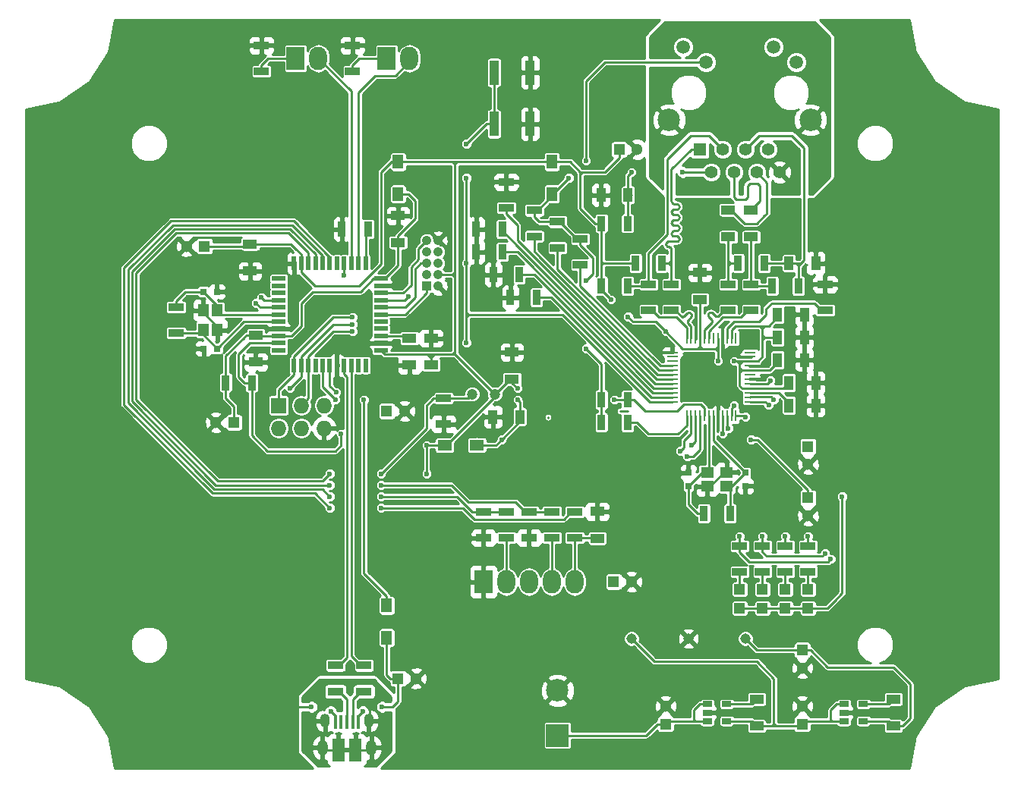
<source format=gbr>
G04 #@! TF.FileFunction,Copper,L2,Bot,Signal*
%FSLAX46Y46*%
G04 Gerber Fmt 4.6, Leading zero omitted, Abs format (unit mm)*
G04 Created by KiCad (PCBNEW 4.0.2+dfsg1-stable) date Wed 21 Jun 2017 09:22:51 BST*
%MOMM*%
G01*
G04 APERTURE LIST*
%ADD10C,0.100000*%
%ADD11R,1.600000X1.000000*%
%ADD12R,1.700000X0.900000*%
%ADD13C,1.400000*%
%ADD14R,1.400000X1.400000*%
%ADD15C,2.500000*%
%ADD16C,1.500000*%
%ADD17R,1.300000X1.300000*%
%ADD18C,1.300000*%
%ADD19R,0.900000X1.700000*%
%ADD20R,0.800000X0.750000*%
%ADD21R,1.000000X1.600000*%
%ADD22R,0.750000X0.800000*%
%ADD23R,2.000000X2.600000*%
%ADD24O,2.000000X2.600000*%
%ADD25R,1.198880X1.600200*%
%ADD26R,1.600200X1.198880*%
%ADD27R,0.400000X1.650000*%
%ADD28O,1.100000X1.500000*%
%ADD29O,1.200000X1.700000*%
%ADD30R,1.425000X2.500000*%
%ADD31R,1.727200X1.727200*%
%ADD32O,1.727200X1.727200*%
%ADD33R,1.050000X1.050000*%
%ADD34C,1.050000*%
%ADD35C,1.200000*%
%ADD36R,2.500000X2.500000*%
%ADD37R,1.000000X2.750000*%
%ADD38R,0.550000X1.500000*%
%ADD39R,1.500000X0.550000*%
%ADD40R,0.250000X1.300000*%
%ADD41R,1.300000X0.250000*%
%ADD42R,1.060000X0.650000*%
%ADD43C,1.143000*%
%ADD44R,1.200000X1.400000*%
%ADD45R,1.400000X1.200000*%
%ADD46R,1.198880X1.198880*%
%ADD47C,0.600000*%
%ADD48C,0.254000*%
%ADD49C,0.400000*%
%ADD50C,0.250000*%
G04 APERTURE END LIST*
D10*
D11*
X145415000Y-94742000D03*
X145415000Y-97742000D03*
D12*
X161925000Y-81735000D03*
X161925000Y-84635000D03*
D13*
X186690000Y-76200000D03*
X185420000Y-73660000D03*
X184150000Y-76200000D03*
X182880000Y-73660000D03*
X181610000Y-76200000D03*
X180340000Y-73660000D03*
X179070000Y-76200000D03*
D14*
X177800000Y-73660000D03*
D15*
X174370000Y-70360000D03*
X190120000Y-70360000D03*
D16*
X188570000Y-63930000D03*
X175920000Y-62230000D03*
X178460000Y-63930000D03*
X186030000Y-62230000D03*
D17*
X144145000Y-132715000D03*
D18*
X146145000Y-132715000D03*
D19*
X124915000Y-99695000D03*
X127815000Y-99695000D03*
D20*
X122440000Y-89535000D03*
X123940000Y-89535000D03*
X123940000Y-95885000D03*
X122440000Y-95885000D03*
D17*
X142875000Y-102870000D03*
D18*
X144875000Y-102870000D03*
D17*
X125825000Y-104140000D03*
D18*
X123825000Y-104140000D03*
D11*
X128270000Y-97385000D03*
X128270000Y-94385000D03*
X144145000Y-81050000D03*
X144145000Y-84050000D03*
X127635000Y-87225000D03*
X127635000Y-84225000D03*
X147828000Y-94742000D03*
X147828000Y-97742000D03*
D17*
X122555000Y-84455000D03*
D18*
X120555000Y-84455000D03*
D11*
X166370000Y-117070000D03*
X166370000Y-114070000D03*
D17*
X168815000Y-73660000D03*
D18*
X170815000Y-73660000D03*
D11*
X177800000Y-90400000D03*
X177800000Y-87400000D03*
D21*
X186460000Y-92075000D03*
X189460000Y-92075000D03*
X186460000Y-94615000D03*
X189460000Y-94615000D03*
D17*
X189865000Y-112554000D03*
D18*
X189865000Y-114554000D03*
D21*
X186460000Y-97155000D03*
X189460000Y-97155000D03*
X187730000Y-99695000D03*
X190730000Y-99695000D03*
X190730000Y-102235000D03*
X187730000Y-102235000D03*
D17*
X189865000Y-106807000D03*
D18*
X189865000Y-108807000D03*
D22*
X182880000Y-111240000D03*
X182880000Y-109740000D03*
X176530000Y-109740000D03*
X176530000Y-111240000D03*
D21*
X169775000Y-78740000D03*
X166775000Y-78740000D03*
X187730000Y-86360000D03*
X190730000Y-86360000D03*
D11*
X183515000Y-80415000D03*
X183515000Y-83415000D03*
X180975000Y-80415000D03*
X180975000Y-83415000D03*
X156845000Y-99290000D03*
X156845000Y-96290000D03*
D21*
X157710000Y-103505000D03*
X154710000Y-103505000D03*
D17*
X168180000Y-121920000D03*
D18*
X170180000Y-121920000D03*
D17*
X173990000Y-137795000D03*
D18*
X173990000Y-135795000D03*
D11*
X184150000Y-135025000D03*
X184150000Y-138025000D03*
D17*
X189230000Y-137795000D03*
D18*
X189230000Y-135795000D03*
D11*
X199390000Y-135025000D03*
X199390000Y-138025000D03*
D17*
X189230000Y-129540000D03*
D18*
X189230000Y-131540000D03*
D23*
X132715000Y-63500000D03*
D24*
X135255000Y-63500000D03*
D23*
X142875000Y-63500000D03*
D24*
X145415000Y-63500000D03*
D25*
X144145000Y-75034140D03*
X144145000Y-78635860D03*
X142875000Y-128165860D03*
X142875000Y-124564140D03*
X161290000Y-75034140D03*
X161290000Y-78635860D03*
D26*
X149329140Y-106680000D03*
X152930860Y-106680000D03*
D27*
X139730000Y-137565000D03*
X139080000Y-137565000D03*
X138430900Y-137565000D03*
X137780000Y-137565000D03*
X137130000Y-137565000D03*
D28*
X140855000Y-137440000D03*
X136005000Y-137440000D03*
D29*
X141155000Y-140440000D03*
X135705000Y-140440000D03*
D30*
X139392500Y-140690000D03*
X137467500Y-140690000D03*
D31*
X130810000Y-102235000D03*
D32*
X130810000Y-104775000D03*
X133350000Y-102235000D03*
X133350000Y-104775000D03*
X135890000Y-102235000D03*
X135890000Y-104775000D03*
D33*
X147320000Y-88900000D03*
D34*
X147320000Y-87630000D03*
X147320000Y-86360000D03*
X147320000Y-85090000D03*
X147320000Y-83820000D03*
X148590000Y-87630000D03*
X148590000Y-86360000D03*
X148590000Y-85090000D03*
X148590000Y-83820000D03*
X148590000Y-88900000D03*
D35*
X152400000Y-100965000D03*
X154940000Y-100965000D03*
D23*
X153670000Y-121920000D03*
D24*
X156210000Y-121920000D03*
X158750000Y-121920000D03*
X161290000Y-121920000D03*
X163830000Y-121920000D03*
D36*
X161925000Y-139065000D03*
D15*
X161925000Y-134065000D03*
D12*
X137160000Y-131265000D03*
X137160000Y-134165000D03*
X140335000Y-131265000D03*
X140335000Y-134165000D03*
X119380000Y-91260000D03*
X119380000Y-94160000D03*
D19*
X137869000Y-82550000D03*
X140769000Y-82550000D03*
D12*
X128905000Y-62050000D03*
X128905000Y-64950000D03*
X139065000Y-62050000D03*
X139065000Y-64950000D03*
X163830000Y-117020000D03*
X163830000Y-114120000D03*
D19*
X166825000Y-101600000D03*
X169725000Y-101600000D03*
X166825000Y-104140000D03*
X169725000Y-104140000D03*
X181155000Y-114300000D03*
X178255000Y-114300000D03*
D12*
X191770000Y-88720000D03*
X191770000Y-91620000D03*
X159316000Y-80465000D03*
X159316000Y-83365000D03*
X174625000Y-88720000D03*
X174625000Y-91620000D03*
X183515000Y-88720000D03*
X183515000Y-91620000D03*
D19*
X156665000Y-90170000D03*
X159565000Y-90170000D03*
X154760000Y-87630000D03*
X157660000Y-87630000D03*
X152855000Y-85090000D03*
X155755000Y-85090000D03*
X152855000Y-82550000D03*
X155755000Y-82550000D03*
D12*
X156210000Y-77290000D03*
X156210000Y-80190000D03*
X164465000Y-83640000D03*
X164465000Y-86540000D03*
X172085000Y-88720000D03*
X172085000Y-91620000D03*
X180975000Y-88720000D03*
X180975000Y-91620000D03*
D19*
X173535000Y-86360000D03*
X170635000Y-86360000D03*
X169725000Y-88900000D03*
X166825000Y-88900000D03*
X169725000Y-81915000D03*
X166825000Y-81915000D03*
X188775000Y-88900000D03*
X185875000Y-88900000D03*
X184965000Y-86360000D03*
X182065000Y-86360000D03*
D12*
X149225000Y-101420000D03*
X149225000Y-104320000D03*
X161290000Y-114120000D03*
X161290000Y-117020000D03*
X158750000Y-117020000D03*
X158750000Y-114120000D03*
X156210000Y-114120000D03*
X156210000Y-117020000D03*
X153670000Y-117020000D03*
X153670000Y-114120000D03*
D37*
X154845000Y-65070000D03*
X154845000Y-70820000D03*
X158845000Y-70820000D03*
X158845000Y-65070000D03*
D38*
X140525000Y-97775000D03*
X139725000Y-97775000D03*
X138925000Y-97775000D03*
X138125000Y-97775000D03*
X137325000Y-97775000D03*
X136525000Y-97775000D03*
X135725000Y-97775000D03*
X134925000Y-97775000D03*
X134125000Y-97775000D03*
X133325000Y-97775000D03*
X132525000Y-97775000D03*
D39*
X130825000Y-96075000D03*
X130825000Y-95275000D03*
X130825000Y-94475000D03*
X130825000Y-93675000D03*
X130825000Y-92875000D03*
X130825000Y-92075000D03*
X130825000Y-91275000D03*
X130825000Y-90475000D03*
X130825000Y-89675000D03*
X130825000Y-88875000D03*
X130825000Y-88075000D03*
D38*
X132525000Y-86375000D03*
X133325000Y-86375000D03*
X134125000Y-86375000D03*
X134925000Y-86375000D03*
X135725000Y-86375000D03*
X136525000Y-86375000D03*
X137325000Y-86375000D03*
X138125000Y-86375000D03*
X138925000Y-86375000D03*
X139725000Y-86375000D03*
X140525000Y-86375000D03*
D39*
X142225000Y-88075000D03*
X142225000Y-88875000D03*
X142225000Y-89675000D03*
X142225000Y-90475000D03*
X142225000Y-91275000D03*
X142225000Y-92075000D03*
X142225000Y-92875000D03*
X142225000Y-93675000D03*
X142225000Y-94475000D03*
X142225000Y-95275000D03*
X142225000Y-96075000D03*
D40*
X176320000Y-94710000D03*
X176820000Y-94710000D03*
X177320000Y-94710000D03*
X177820000Y-94710000D03*
X178320000Y-94710000D03*
X178820000Y-94710000D03*
X179320000Y-94710000D03*
X179820000Y-94710000D03*
X180320000Y-94710000D03*
X180820000Y-94710000D03*
X181320000Y-94710000D03*
X181820000Y-94710000D03*
D41*
X183420000Y-96310000D03*
X183420000Y-96810000D03*
X183420000Y-97310000D03*
X183420000Y-97810000D03*
X183420000Y-98310000D03*
X183420000Y-98810000D03*
X183420000Y-99310000D03*
X183420000Y-99810000D03*
X183420000Y-100310000D03*
X183420000Y-100810000D03*
X183420000Y-101310000D03*
X183420000Y-101810000D03*
D40*
X181820000Y-103410000D03*
X181320000Y-103410000D03*
X180820000Y-103410000D03*
X180320000Y-103410000D03*
X179820000Y-103410000D03*
X179320000Y-103410000D03*
X178820000Y-103410000D03*
X178320000Y-103410000D03*
X177820000Y-103410000D03*
X177320000Y-103410000D03*
X176820000Y-103410000D03*
X176320000Y-103410000D03*
D41*
X174720000Y-101810000D03*
X174720000Y-101310000D03*
X174720000Y-100810000D03*
X174720000Y-100310000D03*
X174720000Y-99810000D03*
X174720000Y-99310000D03*
X174720000Y-98810000D03*
X174720000Y-98310000D03*
X174720000Y-97810000D03*
X174720000Y-97310000D03*
X174720000Y-96810000D03*
X174720000Y-96310000D03*
D42*
X178605000Y-137475000D03*
X178605000Y-136525000D03*
X178605000Y-135575000D03*
X180805000Y-135575000D03*
X180805000Y-137475000D03*
X193845000Y-137475000D03*
X193845000Y-136525000D03*
X193845000Y-135575000D03*
X196045000Y-135575000D03*
X196045000Y-137475000D03*
D43*
X170180000Y-128270000D03*
X182880000Y-128270000D03*
X176530000Y-128270000D03*
D44*
X123990000Y-91610000D03*
X123990000Y-93810000D03*
X122390000Y-91610000D03*
X122390000Y-93810000D03*
D45*
X178605000Y-109690000D03*
X180805000Y-109690000D03*
X178605000Y-111290000D03*
X180805000Y-111290000D03*
D46*
X184785000Y-124874020D03*
X184785000Y-122775980D03*
X189865000Y-124874020D03*
X189865000Y-122775980D03*
X187325000Y-124874020D03*
X187325000Y-122775980D03*
X182245000Y-124874020D03*
X182245000Y-122775980D03*
D12*
X184785000Y-120830000D03*
X184785000Y-117930000D03*
X189865000Y-120830000D03*
X189865000Y-117930000D03*
X187325000Y-120830000D03*
X187325000Y-117930000D03*
X182245000Y-120830000D03*
X182245000Y-117930000D03*
D47*
X142367000Y-135890000D03*
X140208000Y-136398000D03*
X134493000Y-135890000D03*
X136622581Y-136390826D03*
X137203361Y-100756636D03*
X181610000Y-97282000D03*
X179832000Y-97282000D03*
X167894000Y-90424000D03*
X169799000Y-92329000D03*
X147320000Y-109855000D03*
X173990000Y-93980000D03*
X157480000Y-100330000D03*
X147320000Y-106680000D03*
X193675000Y-112395000D03*
X163195000Y-76835000D03*
X165100000Y-74930000D03*
X183515000Y-106045000D03*
X165100000Y-88265000D03*
X165100000Y-95885000D03*
X180340000Y-105410000D03*
X185674000Y-99441000D03*
X170180000Y-76200000D03*
X175895000Y-76200000D03*
X155700000Y-106045000D03*
X157480000Y-101600000D03*
X140335000Y-101600000D03*
X137160000Y-101600000D03*
X139065000Y-92379994D03*
X176911000Y-106680000D03*
X176403000Y-107950000D03*
X139065000Y-93980000D03*
X132080000Y-100330000D03*
X175641000Y-107315000D03*
X139065000Y-93179997D03*
X137795000Y-105410000D03*
X151765000Y-95250000D03*
X151765000Y-73025000D03*
X151765000Y-76835000D03*
X151765000Y-86360000D03*
X145289137Y-90044137D03*
X136525000Y-109855000D03*
X142240000Y-109855000D03*
X142240000Y-113665000D03*
X136525000Y-113665000D03*
X186055000Y-101600000D03*
X168275000Y-101600000D03*
X138125200Y-87731600D03*
X192405000Y-119380000D03*
X182245000Y-116840000D03*
X180975000Y-104775000D03*
X191770000Y-118745000D03*
X184785000Y-116840000D03*
X182880000Y-103505000D03*
X128270000Y-90805000D03*
X128905000Y-90170000D03*
X142240000Y-111125000D03*
X136525000Y-111125000D03*
X136525000Y-112395000D03*
X142240000Y-112395000D03*
X189865000Y-116840000D03*
X185466402Y-102188598D03*
X187325000Y-116840000D03*
X181610000Y-102235000D03*
D48*
X160863364Y-103589598D02*
X160863364Y-103548361D01*
X168931201Y-102870000D02*
X169725000Y-102870000D01*
X142367000Y-135890000D02*
X143510000Y-135890000D01*
X139730000Y-137565000D02*
X139730000Y-136876000D01*
X139730000Y-136876000D02*
X140208000Y-136398000D01*
X142875000Y-132349000D02*
X142875000Y-128165860D01*
X144145000Y-132715000D02*
X143241000Y-132715000D01*
X143241000Y-132715000D02*
X142875000Y-132349000D01*
X143510000Y-135890000D02*
X144145000Y-135255000D01*
X144145000Y-135255000D02*
X144145000Y-132715000D01*
X142875000Y-128165860D02*
X142875000Y-128366520D01*
X134493000Y-135890000D02*
X132080000Y-135890000D01*
X180805000Y-109690000D02*
X180493602Y-109690000D01*
X180493602Y-109690000D02*
X178893602Y-111290000D01*
X178893602Y-111290000D02*
X178605000Y-111290000D01*
X123990000Y-93810000D02*
X123990000Y-93498602D01*
X122390000Y-91898602D02*
X122390000Y-91610000D01*
X123990000Y-93498602D02*
X122390000Y-91898602D01*
X137130000Y-137565000D02*
X137130000Y-136898245D01*
X137130000Y-136898245D02*
X136622581Y-136390826D01*
X156610000Y-77015000D02*
X156210000Y-77015000D01*
X119380000Y-90556000D02*
X120401000Y-89535000D01*
X120401000Y-89535000D02*
X122440000Y-89535000D01*
X119380000Y-91260000D02*
X119380000Y-90556000D01*
X123990000Y-91610000D02*
X124455000Y-92075000D01*
X124455000Y-92075000D02*
X130825000Y-92075000D01*
X123990000Y-91610000D02*
X123990000Y-91085000D01*
X123990000Y-91085000D02*
X122440000Y-89535000D01*
X119380000Y-94160000D02*
X122040000Y-94160000D01*
X122040000Y-94160000D02*
X122390000Y-93810000D01*
X123940000Y-95885000D02*
X126950000Y-92875000D01*
X126950000Y-92875000D02*
X130825000Y-92875000D01*
X122390000Y-93810000D02*
X122390000Y-94335000D01*
X122390000Y-94335000D02*
X123940000Y-95885000D01*
X136525000Y-97775000D02*
X136525000Y-100078275D01*
X136525000Y-100078275D02*
X137203361Y-100756636D01*
X142225000Y-94475000D02*
X145148000Y-94475000D01*
X145148000Y-94475000D02*
X145415000Y-94742000D01*
X144870000Y-94475000D02*
X145067999Y-94672999D01*
X145067999Y-94672999D02*
X145415000Y-95020000D01*
X125825000Y-102330000D02*
X124915000Y-101420000D01*
X124915000Y-101420000D02*
X124915000Y-99695000D01*
X125825000Y-104140000D02*
X125825000Y-102330000D01*
X127000000Y-94615000D02*
X127000000Y-94601000D01*
X127000000Y-94601000D02*
X127216000Y-94385000D01*
X127216000Y-94385000D02*
X128270000Y-94385000D01*
X124915000Y-96700000D02*
X127000000Y-94615000D01*
X124915000Y-99695000D02*
X124915000Y-96700000D01*
X130825000Y-94475000D02*
X128360000Y-94475000D01*
X128360000Y-94475000D02*
X128270000Y-94385000D01*
X144145000Y-84050000D02*
X144145000Y-83296000D01*
X146050000Y-79375000D02*
X145310860Y-78635860D01*
X144145000Y-83296000D02*
X146050000Y-81391000D01*
X146050000Y-81391000D02*
X146050000Y-79375000D01*
X145310860Y-78635860D02*
X144145000Y-78635860D01*
X144145000Y-86630000D02*
X144145000Y-84050000D01*
X144145000Y-86630000D02*
X142700000Y-88075000D01*
X142700000Y-88075000D02*
X142225000Y-88075000D01*
X130825000Y-94475000D02*
X132220000Y-94475000D01*
X132220000Y-94475000D02*
X133350000Y-93345000D01*
X133350000Y-93345000D02*
X133350000Y-90805000D01*
X133350000Y-90805000D02*
X134620000Y-89535000D01*
X134620000Y-89535000D02*
X139951398Y-89535000D01*
X139951398Y-89535000D02*
X141411398Y-88075000D01*
X141411398Y-88075000D02*
X142225000Y-88075000D01*
X147701000Y-96520000D02*
X147447000Y-96520000D01*
X147447000Y-96520000D02*
X142670000Y-96520000D01*
X147828000Y-96988000D02*
X147828000Y-96901000D01*
X147828000Y-96901000D02*
X147447000Y-96520000D01*
X147828000Y-96901000D02*
X148209000Y-96520000D01*
X147955000Y-96520000D02*
X147828000Y-96520000D01*
X147828000Y-96520000D02*
X147701000Y-96520000D01*
X147828000Y-97742000D02*
X147828000Y-96988000D01*
X147828000Y-96988000D02*
X147828000Y-96520000D01*
X150241000Y-96520000D02*
X149225000Y-96520000D01*
X149225000Y-96520000D02*
X149098000Y-96520000D01*
X148971000Y-96520000D02*
X148717000Y-96520000D01*
X148717000Y-96520000D02*
X148209000Y-96520000D01*
X149098000Y-96520000D02*
X148971000Y-96520000D01*
X181781000Y-93345000D02*
X184531000Y-93345000D01*
X184531000Y-93345000D02*
X184785000Y-93345000D01*
X184785000Y-93599000D02*
X184531000Y-93345000D01*
X184912000Y-93345000D02*
X185039000Y-93345000D01*
X185039000Y-93345000D02*
X185490000Y-93345000D01*
X184785000Y-93599000D02*
X185039000Y-93345000D01*
X184785000Y-93599000D02*
X184785000Y-93345000D01*
X184785000Y-93345000D02*
X184912000Y-93345000D01*
X184785000Y-94361000D02*
X184785000Y-93599000D01*
X184785000Y-93599000D02*
X184785000Y-93472000D01*
X184785000Y-93472000D02*
X184912000Y-93345000D01*
X184785000Y-95504000D02*
X184785000Y-94869000D01*
X184785000Y-94869000D02*
X184785000Y-94615000D01*
X185039000Y-94615000D02*
X184785000Y-94869000D01*
X185039000Y-94615000D02*
X184785000Y-94615000D01*
X184785000Y-94615000D02*
X184785000Y-94361000D01*
X185420000Y-94615000D02*
X185039000Y-94615000D01*
X185039000Y-94615000D02*
X184785000Y-94361000D01*
X183420000Y-97310000D02*
X181638000Y-97310000D01*
X181638000Y-97310000D02*
X181610000Y-97282000D01*
X182245000Y-97282000D02*
X182273000Y-97310000D01*
X182273000Y-97310000D02*
X183420000Y-97310000D01*
X184785000Y-95504000D02*
X184785000Y-95250000D01*
X184785000Y-96808602D02*
X184785000Y-95504000D01*
X179820000Y-95885000D02*
X179820000Y-96139000D01*
X179549000Y-95885000D02*
X179566000Y-95885000D01*
X179820000Y-96139000D02*
X179820000Y-97270000D01*
X179566000Y-95885000D02*
X179820000Y-96139000D01*
X179820000Y-94710000D02*
X179820000Y-95885000D01*
X179549000Y-95885000D02*
X179820000Y-95885000D01*
X181991000Y-97282000D02*
X182245000Y-97536000D01*
X182245000Y-97536000D02*
X182245000Y-97581000D01*
X181991000Y-97282000D02*
X182245000Y-97282000D01*
X181610000Y-97282000D02*
X181991000Y-97282000D01*
X182245000Y-97581000D02*
X182245000Y-97282000D01*
X179820000Y-97270000D02*
X179832000Y-97282000D01*
X166825000Y-88900000D02*
X166825000Y-89355000D01*
X166825000Y-89355000D02*
X167894000Y-90424000D01*
X167894000Y-90424000D02*
X167594001Y-90124001D01*
X170376011Y-92851011D02*
X170321011Y-92851011D01*
X170321011Y-92851011D02*
X169799000Y-92329000D01*
X173990000Y-93980000D02*
X172861011Y-92851011D01*
X172861011Y-92851011D02*
X170376011Y-92851011D01*
X166825000Y-89300000D02*
X166825000Y-88900000D01*
X177546000Y-95885000D02*
X175895000Y-95885000D01*
X175895000Y-95885000D02*
X173990000Y-93980000D01*
X189230000Y-129540000D02*
X184150000Y-129540000D01*
X184150000Y-129540000D02*
X182880000Y-128270000D01*
X199390000Y-131445000D02*
X192039000Y-131445000D01*
X192039000Y-131445000D02*
X190134000Y-129540000D01*
X190134000Y-129540000D02*
X189230000Y-129540000D01*
X201295000Y-133350000D02*
X199390000Y-131445000D01*
X201295000Y-137174000D02*
X201295000Y-133350000D01*
X199390000Y-138025000D02*
X200444000Y-138025000D01*
X200444000Y-138025000D02*
X201295000Y-137174000D01*
X196045000Y-137475000D02*
X198840000Y-137475000D01*
X198840000Y-137475000D02*
X199390000Y-138025000D01*
X147320000Y-106680000D02*
X147320000Y-109855000D01*
X132409000Y-84455000D02*
X132715000Y-84761000D01*
X132715000Y-84761000D02*
X133325000Y-85371000D01*
X127635000Y-84225000D02*
X132179000Y-84225000D01*
X132179000Y-84225000D02*
X132715000Y-84761000D01*
X122555000Y-84455000D02*
X127405000Y-84455000D01*
X127405000Y-84455000D02*
X127635000Y-84225000D01*
X133325000Y-85371000D02*
X133325000Y-86375000D01*
X148209000Y-96520000D02*
X147955000Y-96520000D01*
X164719000Y-76200000D02*
X167179000Y-76200000D01*
X164465000Y-76200000D02*
X164719000Y-76200000D01*
X164465000Y-80259000D02*
X164465000Y-76454000D01*
X164465000Y-76454000D02*
X164465000Y-76200000D01*
X164719000Y-76200000D02*
X164465000Y-76454000D01*
X167179000Y-76200000D02*
X168815000Y-74564000D01*
X168815000Y-74564000D02*
X168815000Y-73660000D01*
X177546000Y-95885000D02*
X178435000Y-95885000D01*
X177546000Y-95885000D02*
X177549000Y-95885000D01*
X177549000Y-95885000D02*
X177820000Y-95614000D01*
X178091000Y-95885000D02*
X178435000Y-95885000D01*
X178435000Y-95885000D02*
X179549000Y-95885000D01*
X179549000Y-95885000D02*
X179820000Y-95614000D01*
X177820000Y-94710000D02*
X177820000Y-90420000D01*
X177820000Y-90420000D02*
X177800000Y-90400000D01*
X185490000Y-93345000D02*
X186460000Y-92375000D01*
X186460000Y-92375000D02*
X186460000Y-92075000D01*
X181320000Y-94710000D02*
X181320000Y-93806000D01*
X181320000Y-93806000D02*
X181781000Y-93345000D01*
X185420000Y-94615000D02*
X186460000Y-94615000D01*
X183420000Y-97310000D02*
X184283602Y-97310000D01*
X184283602Y-97310000D02*
X184785000Y-96808602D01*
X183420000Y-98310000D02*
X185605000Y-98310000D01*
X185605000Y-98310000D02*
X186460000Y-97455000D01*
X186460000Y-97455000D02*
X186460000Y-97155000D01*
X183420000Y-100310000D02*
X187115000Y-100310000D01*
X187115000Y-100310000D02*
X187730000Y-99695000D01*
X183420000Y-100310000D02*
X185210000Y-100310000D01*
X166825000Y-86233000D02*
X166825000Y-86106000D01*
X166825000Y-86106000D02*
X166825000Y-81915000D01*
X167005000Y-86360000D02*
X166825000Y-86180000D01*
X166825000Y-86180000D02*
X166825000Y-86106000D01*
X166825000Y-87796000D02*
X166825000Y-86868000D01*
X166825000Y-86868000D02*
X166825000Y-86487000D01*
X167005000Y-86360000D02*
X166825000Y-86540000D01*
X166825000Y-86540000D02*
X166825000Y-86868000D01*
X166825000Y-86487000D02*
X166825000Y-86360000D01*
X166952000Y-86360000D02*
X166825000Y-86487000D01*
X167005000Y-86360000D02*
X166825000Y-86360000D01*
X166952000Y-86360000D02*
X166825000Y-86233000D01*
X170635000Y-86360000D02*
X167005000Y-86360000D01*
X166825000Y-86360000D02*
X166825000Y-86233000D01*
X167005000Y-86360000D02*
X166952000Y-86360000D01*
X166825000Y-88900000D02*
X166825000Y-87796000D01*
X156845000Y-99290000D02*
X156845000Y-99695000D01*
X156845000Y-99695000D02*
X157480000Y-100330000D01*
X154940000Y-100965000D02*
X156615000Y-99290000D01*
X156615000Y-99290000D02*
X156845000Y-99290000D01*
X149329140Y-106680000D02*
X149529800Y-106680000D01*
X149529800Y-106680000D02*
X154940000Y-101269800D01*
X154940000Y-101269800D02*
X154940000Y-100965000D01*
X147320000Y-106680000D02*
X149329140Y-106680000D01*
X150241000Y-75034140D02*
X145415000Y-75034140D01*
X145415000Y-75034140D02*
X143405860Y-75034140D01*
X144145000Y-75034140D02*
X145415000Y-75034140D01*
X161290000Y-75034140D02*
X150749000Y-75034140D01*
X150749000Y-75034140D02*
X150495000Y-75034140D01*
X150495000Y-75311000D02*
X150495000Y-75288140D01*
X150495000Y-75288140D02*
X150749000Y-75034140D01*
X150495000Y-75311000D02*
X150495000Y-75034140D01*
X150495000Y-78740000D02*
X150495000Y-75311000D01*
X150495000Y-75034140D02*
X150241000Y-75034140D01*
X150495000Y-75288140D02*
X150241000Y-75034140D01*
X150495000Y-87376000D02*
X150495000Y-78740000D01*
X142240000Y-86446398D02*
X142240000Y-80010000D01*
X142240000Y-80010000D02*
X142240000Y-79375000D01*
X143405860Y-75034140D02*
X142240000Y-76200000D01*
X142240000Y-76200000D02*
X142240000Y-80010000D01*
X164465000Y-76200000D02*
X163299140Y-75034140D01*
X163299140Y-75034140D02*
X161290000Y-75034140D01*
X164465000Y-80259000D02*
X166121000Y-81915000D01*
X139786398Y-88900000D02*
X142240000Y-86446398D01*
X133325000Y-86375000D02*
X133325000Y-87379000D01*
X133325000Y-87379000D02*
X134846000Y-88900000D01*
X134846000Y-88900000D02*
X139786398Y-88900000D01*
X150495000Y-88265000D02*
X150495000Y-87884000D01*
X150495000Y-87884000D02*
X150495000Y-87630000D01*
X150241000Y-87630000D02*
X150495000Y-87884000D01*
X150241000Y-87630000D02*
X150495000Y-87630000D01*
X149860000Y-87630000D02*
X150241000Y-87630000D01*
X150495000Y-87630000D02*
X150495000Y-87376000D01*
X150241000Y-87630000D02*
X150495000Y-87376000D01*
X166121000Y-81915000D02*
X166825000Y-81915000D01*
X150495000Y-96266000D02*
X150495000Y-96520000D01*
X150495000Y-88265000D02*
X150495000Y-96266000D01*
X150495000Y-96520000D02*
X150241000Y-96520000D01*
X150495000Y-96266000D02*
X150241000Y-96520000D01*
X148590000Y-87630000D02*
X149860000Y-87630000D01*
X154940000Y-100965000D02*
X150495000Y-96520000D01*
X142670000Y-96520000D02*
X142225000Y-96075000D01*
X182516000Y-97310000D02*
X182516000Y-97299000D01*
X177820000Y-94710000D02*
X177820000Y-95614000D01*
X177820000Y-95614000D02*
X178091000Y-95885000D01*
X182245000Y-97581000D02*
X182245000Y-97564000D01*
X179820000Y-94710000D02*
X179820000Y-95614000D01*
X182516000Y-97310000D02*
X183420000Y-97310000D01*
X182245000Y-100039000D02*
X182245000Y-98552000D01*
X182245000Y-98552000D02*
X182245000Y-98039000D01*
X182516000Y-98310000D02*
X182487000Y-98310000D01*
X182487000Y-98310000D02*
X182245000Y-98552000D01*
X183420000Y-100310000D02*
X182516000Y-100310000D01*
X182516000Y-100310000D02*
X182245000Y-100039000D01*
X182245000Y-98039000D02*
X182245000Y-97581000D01*
X182245000Y-97581000D02*
X182516000Y-97310000D01*
X183420000Y-98310000D02*
X182516000Y-98310000D01*
X182516000Y-98310000D02*
X182245000Y-98039000D01*
D49*
X166878000Y-81968000D02*
X166825000Y-81915000D01*
X166878000Y-88847000D02*
X166825000Y-88900000D01*
X166825000Y-88500000D02*
X166825000Y-88900000D01*
D48*
X163830000Y-117020000D02*
X163830000Y-121920000D01*
X163830000Y-117020000D02*
X166320000Y-117020000D01*
X166320000Y-117020000D02*
X166370000Y-117070000D01*
X193675000Y-123190000D02*
X193675000Y-112395000D01*
X191990980Y-124874020D02*
X193675000Y-123190000D01*
X189865000Y-112554000D02*
X189865000Y-111650000D01*
X184260000Y-106045000D02*
X183939264Y-106045000D01*
X189865000Y-111650000D02*
X184260000Y-106045000D01*
X183939264Y-106045000D02*
X183515000Y-106045000D01*
X165846000Y-85725000D02*
X164465000Y-84344000D01*
X165100000Y-88265000D02*
X165846000Y-87519000D01*
X165846000Y-87519000D02*
X165846000Y-85725000D01*
X159316000Y-80465000D02*
X159716000Y-80465000D01*
X159716000Y-80465000D02*
X161290000Y-78891000D01*
X161290000Y-78891000D02*
X161290000Y-78635860D01*
X161925000Y-81735000D02*
X159882000Y-81735000D01*
X159882000Y-81735000D02*
X159316000Y-81169000D01*
X159316000Y-81169000D02*
X159316000Y-80465000D01*
X164465000Y-83640000D02*
X164065000Y-83640000D01*
X164065000Y-83640000D02*
X162160000Y-81735000D01*
X162160000Y-81735000D02*
X161925000Y-81735000D01*
X164465000Y-84344000D02*
X164465000Y-83640000D01*
X165100000Y-66040000D02*
X167210000Y-63930000D01*
X167210000Y-63930000D02*
X178460000Y-63930000D01*
X165100000Y-74930000D02*
X165100000Y-66040000D01*
X189865000Y-124874020D02*
X191990980Y-124874020D01*
X191990980Y-124874020D02*
X193040000Y-123825000D01*
X163195000Y-76835000D02*
X161394140Y-78635860D01*
X161394140Y-78635860D02*
X161290000Y-78635860D01*
X184785000Y-124874020D02*
X182245000Y-124874020D01*
X187325000Y-124874020D02*
X184785000Y-124874020D01*
X189865000Y-124874020D02*
X187325000Y-124874020D01*
X164230000Y-83640000D02*
X163830000Y-83640000D01*
X166825000Y-101600000D02*
X166825000Y-97610000D01*
X166825000Y-97610000D02*
X165100000Y-95885000D01*
X166825000Y-104140000D02*
X166825000Y-103036000D01*
X166825000Y-103036000D02*
X166825000Y-101600000D01*
X180340000Y-105410000D02*
X180320000Y-105390000D01*
X180320000Y-105390000D02*
X180320000Y-103410000D01*
X183420000Y-100810000D02*
X186605000Y-100810000D01*
X186605000Y-100810000D02*
X187730000Y-101935000D01*
X187730000Y-101935000D02*
X187730000Y-102235000D01*
X185305000Y-99810000D02*
X185674000Y-99441000D01*
X183420000Y-99810000D02*
X185305000Y-99810000D01*
X181155000Y-114300000D02*
X181155000Y-111640000D01*
X181155000Y-111640000D02*
X180805000Y-111290000D01*
X182880000Y-109740000D02*
X182880000Y-109765000D01*
X182880000Y-109765000D02*
X181355000Y-111290000D01*
X181355000Y-111290000D02*
X180805000Y-111290000D01*
X179320000Y-103410000D02*
X179320000Y-106155000D01*
X179320000Y-106155000D02*
X182880000Y-109715000D01*
X182880000Y-109715000D02*
X182880000Y-109740000D01*
X182753000Y-109715000D02*
X182753000Y-109740000D01*
X182753000Y-109740000D02*
X182753000Y-109765000D01*
X181228000Y-111290000D02*
X180805000Y-111290000D01*
X180855000Y-111240000D02*
X180805000Y-111290000D01*
X180455000Y-111640000D02*
X180805000Y-111290000D01*
X176530000Y-111240000D02*
X176530000Y-113279000D01*
X176530000Y-113279000D02*
X177551000Y-114300000D01*
X177551000Y-114300000D02*
X178255000Y-114300000D01*
X178605000Y-109690000D02*
X178080000Y-109690000D01*
X178080000Y-109690000D02*
X176530000Y-111240000D01*
X178820000Y-103410000D02*
X178820000Y-109475000D01*
X178820000Y-109475000D02*
X178605000Y-109690000D01*
X178605000Y-109690000D02*
X178182000Y-109690000D01*
X170180000Y-76200000D02*
X169775000Y-76605000D01*
X169775000Y-76605000D02*
X169775000Y-78740000D01*
X170180000Y-78740000D02*
X169775000Y-78740000D01*
X179070000Y-76200000D02*
X175895000Y-76200000D01*
X169725000Y-81915000D02*
X169725000Y-78790000D01*
X169725000Y-78790000D02*
X169775000Y-78740000D01*
X189422001Y-86003999D02*
X189066000Y-86360000D01*
X189066000Y-86360000D02*
X188775000Y-86651000D01*
X188484000Y-86360000D02*
X189066000Y-86360000D01*
X188087000Y-72136000D02*
X189422001Y-73471001D01*
X189422001Y-73471001D02*
X189422001Y-86003999D01*
X184404000Y-72136000D02*
X188087000Y-72136000D01*
X182880000Y-73660000D02*
X184404000Y-72136000D01*
X184965000Y-86360000D02*
X185669000Y-86360000D01*
X185669000Y-86360000D02*
X187730000Y-86360000D01*
X188775000Y-88900000D02*
X188775000Y-86651000D01*
X188775000Y-86651000D02*
X188484000Y-86360000D01*
X188484000Y-86360000D02*
X187730000Y-86360000D01*
X183642000Y-77470000D02*
X183388000Y-77470000D01*
X182880000Y-79248000D02*
X182753000Y-79248000D01*
X183134000Y-78994000D02*
X182880000Y-79248000D01*
X183134000Y-77724000D02*
X183134000Y-78994000D01*
X183388000Y-77470000D02*
X183134000Y-77724000D01*
X182753000Y-79248000D02*
X181864000Y-79248000D01*
X181610000Y-77597000D02*
X181610000Y-76200000D01*
X181610000Y-78994000D02*
X181610000Y-77597000D01*
X181864000Y-79248000D02*
X181610000Y-78994000D01*
X184277000Y-77470000D02*
X184531000Y-77724000D01*
X184531000Y-79399000D02*
X183515000Y-80415000D01*
X184531000Y-77724000D02*
X184531000Y-79399000D01*
X183515000Y-80415000D02*
X183872000Y-80415000D01*
X184277000Y-77470000D02*
X183642000Y-77470000D01*
X185875000Y-88900000D02*
X183695000Y-88900000D01*
X183695000Y-88900000D02*
X183515000Y-88720000D01*
X183515000Y-88720000D02*
X183515000Y-88016000D01*
X183515000Y-88016000D02*
X183515000Y-83415000D01*
X185166000Y-80899000D02*
X185293000Y-80772000D01*
X185293000Y-77343000D02*
X184150000Y-76200000D01*
X185293000Y-80772000D02*
X185293000Y-77343000D01*
X185039000Y-81026000D02*
X185166000Y-80899000D01*
X180975000Y-80415000D02*
X181275000Y-80415000D01*
X181275000Y-80415000D02*
X182775000Y-81915000D01*
X182775000Y-81915000D02*
X184150000Y-81915000D01*
X184150000Y-81915000D02*
X185039000Y-81026000D01*
X181229000Y-86360000D02*
X180975000Y-86614000D01*
X181229000Y-86360000D02*
X180975000Y-86360000D01*
X182065000Y-86360000D02*
X181229000Y-86360000D01*
X181229000Y-86360000D02*
X180975000Y-86106000D01*
X180975000Y-88720000D02*
X180975000Y-86614000D01*
X180975000Y-86614000D02*
X180975000Y-86487000D01*
X180975000Y-86487000D02*
X180975000Y-86360000D01*
X180975000Y-86106000D02*
X180975000Y-83415000D01*
X180975000Y-86360000D02*
X180975000Y-86106000D01*
X155065000Y-106680000D02*
X155700000Y-106045000D01*
X155700000Y-106045000D02*
X157940000Y-103805000D01*
X157710000Y-103505000D02*
X157710000Y-101830000D01*
X157710000Y-101830000D02*
X157480000Y-101600000D01*
X157940000Y-103505000D02*
X157480000Y-103045000D01*
X152930860Y-106680000D02*
X155065000Y-106680000D01*
X157940000Y-103805000D02*
X157940000Y-103505000D01*
X152930860Y-106149140D02*
X152930860Y-106680000D01*
X186055000Y-138025000D02*
X186309000Y-138025000D01*
X186309000Y-138025000D02*
X189000000Y-138025000D01*
X186055000Y-137795000D02*
X186079000Y-137795000D01*
X186079000Y-137795000D02*
X186309000Y-138025000D01*
X186055000Y-137795000D02*
X186055000Y-132715000D01*
X186055000Y-138025000D02*
X186055000Y-137795000D01*
X184150000Y-138025000D02*
X185801000Y-138025000D01*
X185801000Y-138025000D02*
X186055000Y-138025000D01*
X186055000Y-137795000D02*
X186031000Y-137795000D01*
X186031000Y-137795000D02*
X185801000Y-138025000D01*
X186055000Y-132715000D02*
X184150000Y-130810000D01*
X184150000Y-130810000D02*
X172720000Y-130810000D01*
X172720000Y-130810000D02*
X170180000Y-128270000D01*
X193845000Y-137475000D02*
X192532000Y-137475000D01*
X192532000Y-137475000D02*
X192405000Y-137475000D01*
X192405000Y-137287000D02*
X192405000Y-137348000D01*
X192405000Y-137348000D02*
X192532000Y-137475000D01*
X192405000Y-137287000D02*
X192405000Y-137475000D01*
X192405000Y-136231000D02*
X192405000Y-137287000D01*
X192405000Y-137475000D02*
X192278000Y-137475000D01*
X192278000Y-137475000D02*
X189550000Y-137475000D01*
X192405000Y-137348000D02*
X192278000Y-137475000D01*
X193845000Y-135575000D02*
X193061000Y-135575000D01*
X193061000Y-135575000D02*
X192405000Y-136231000D01*
X189550000Y-137475000D02*
X189230000Y-137795000D01*
X189000000Y-138025000D02*
X189230000Y-137795000D01*
X180805000Y-137475000D02*
X183600000Y-137475000D01*
X183600000Y-137475000D02*
X184150000Y-138025000D01*
X168275000Y-122015000D02*
X168180000Y-121920000D01*
X173086000Y-137795000D02*
X171816000Y-139065000D01*
X171816000Y-139065000D02*
X161925000Y-139065000D01*
X173086000Y-137795000D02*
X173990000Y-137795000D01*
X178605000Y-137475000D02*
X177292000Y-137475000D01*
X177292000Y-137475000D02*
X177165000Y-137475000D01*
X177165000Y-137287000D02*
X177165000Y-137348000D01*
X177165000Y-137348000D02*
X177292000Y-137475000D01*
X177165000Y-137287000D02*
X177165000Y-137475000D01*
X177165000Y-136231000D02*
X177165000Y-137287000D01*
X177165000Y-137475000D02*
X177038000Y-137475000D01*
X177038000Y-137475000D02*
X174310000Y-137475000D01*
X177165000Y-137348000D02*
X177038000Y-137475000D01*
X178605000Y-135575000D02*
X177821000Y-135575000D01*
X177821000Y-135575000D02*
X177165000Y-136231000D01*
X174310000Y-137475000D02*
X173990000Y-137795000D01*
X180805000Y-135575000D02*
X183600000Y-135575000D01*
X183600000Y-135575000D02*
X184150000Y-135025000D01*
X196045000Y-135575000D02*
X198840000Y-135575000D01*
X198840000Y-135575000D02*
X199390000Y-135025000D01*
X132715000Y-63500000D02*
X129651000Y-63500000D01*
X129651000Y-63500000D02*
X128905000Y-64246000D01*
X128905000Y-64246000D02*
X128905000Y-64950000D01*
X138925000Y-86375000D02*
X138925000Y-67170000D01*
X138925000Y-67170000D02*
X135255000Y-63500000D01*
X142875000Y-63500000D02*
X139811000Y-63500000D01*
X139811000Y-63500000D02*
X139065000Y-64246000D01*
X139065000Y-64246000D02*
X139065000Y-64950000D01*
X139725000Y-86375000D02*
X139725000Y-67285000D01*
X139725000Y-67285000D02*
X141605000Y-65405000D01*
X141605000Y-65405000D02*
X143810000Y-65405000D01*
X143810000Y-65405000D02*
X145415000Y-63800000D01*
X145415000Y-63800000D02*
X145415000Y-63500000D01*
X169725000Y-88900000D02*
X171905000Y-88900000D01*
X171905000Y-88900000D02*
X172085000Y-88720000D01*
X172085000Y-88720000D02*
X172085000Y-85217000D01*
X174170990Y-83131010D02*
X174170990Y-74749010D01*
X172085000Y-85217000D02*
X174170990Y-83131010D01*
X174170990Y-74749010D02*
X176784000Y-72136000D01*
X176784000Y-72136000D02*
X178816000Y-72136000D01*
X178816000Y-72136000D02*
X180340000Y-73660000D01*
X174625000Y-88720000D02*
X174625000Y-86614000D01*
X174625000Y-86614000D02*
X174625000Y-86360000D01*
X174371000Y-86360000D02*
X174625000Y-86614000D01*
X174371000Y-86360000D02*
X174625000Y-86360000D01*
X174371000Y-86360000D02*
X174625000Y-86106000D01*
X173535000Y-86360000D02*
X174371000Y-86360000D01*
X174625000Y-86360000D02*
X174625000Y-86106000D01*
X174625000Y-86106000D02*
X174625000Y-84836000D01*
X174020596Y-84302756D02*
X174013074Y-84236000D01*
X175421475Y-83448953D02*
X175373972Y-83401450D01*
X174313074Y-83936000D02*
X175186926Y-83936000D01*
X174690450Y-81648953D02*
X174737953Y-81601450D01*
X174625000Y-84836000D02*
X174617479Y-84769243D01*
X174617479Y-84769243D02*
X174595291Y-84705834D01*
X174794834Y-82765709D02*
X174858243Y-82743521D01*
X175457216Y-81105834D02*
X175421475Y-81048953D01*
X175317091Y-83906290D02*
X175373972Y-83870549D01*
X174595291Y-84705834D02*
X174559550Y-84648953D01*
X175486926Y-82436000D02*
X175479404Y-82369243D01*
X175186926Y-80336000D02*
X175253682Y-80328478D01*
X174042784Y-84366165D02*
X174020596Y-84302756D01*
X174455166Y-84565709D02*
X174391757Y-84543521D01*
X174559550Y-84648953D02*
X174512047Y-84601450D01*
X174313074Y-84536000D02*
X174246318Y-84528478D01*
X174042784Y-84105834D02*
X174078525Y-84048953D01*
X174512047Y-84601450D02*
X174455166Y-84565709D01*
X175486926Y-80036000D02*
X175479404Y-79969243D01*
X174654709Y-82905834D02*
X174690450Y-82848953D01*
X174013074Y-84236000D02*
X174020596Y-84169243D01*
X174625000Y-81836000D02*
X174632521Y-81769243D01*
X174391757Y-84543521D02*
X174325000Y-84536000D01*
X174625000Y-75881000D02*
X176846000Y-73660000D01*
X175486926Y-83636000D02*
X175479404Y-83569243D01*
X174325000Y-84536000D02*
X174313074Y-84536000D01*
X175253682Y-83343521D02*
X175186926Y-83336000D01*
X174246318Y-84528478D02*
X174182909Y-84506290D01*
X175457216Y-82305834D02*
X175421475Y-82248953D01*
X174182909Y-84506290D02*
X174126028Y-84470549D01*
X174794834Y-79706290D02*
X174737953Y-79670549D01*
X174020596Y-84169243D02*
X174042784Y-84105834D01*
X174126028Y-84470549D02*
X174078525Y-84423046D01*
X175479404Y-83569243D02*
X175457216Y-83505834D01*
X175457216Y-80166165D02*
X175479404Y-80102756D01*
X174078525Y-84423046D02*
X174042784Y-84366165D01*
X175373972Y-81001450D02*
X175317091Y-80965709D01*
X174858243Y-83328478D02*
X174794834Y-83306290D01*
X175373972Y-83870549D02*
X175421475Y-83823046D01*
X174078525Y-84048953D02*
X174126028Y-84001450D01*
X175373972Y-81470549D02*
X175421475Y-81423046D01*
X175373972Y-82201450D02*
X175317091Y-82165709D01*
X175253682Y-83928478D02*
X175317091Y-83906290D01*
X175421475Y-83823046D02*
X175457216Y-83766165D01*
X174925000Y-82136000D02*
X174858243Y-82128478D01*
X174126028Y-84001450D02*
X174182909Y-83965709D01*
X175317091Y-83365709D02*
X175253682Y-83343521D01*
X174182909Y-83965709D02*
X174246318Y-83943521D01*
X175186926Y-83336000D02*
X174925000Y-83336000D01*
X174654709Y-80505834D02*
X174690450Y-80448953D01*
X174246318Y-83943521D02*
X174313074Y-83936000D01*
X175421475Y-79848953D02*
X175373972Y-79801450D01*
X175186926Y-83936000D02*
X175253682Y-83928478D01*
X175186926Y-82736000D02*
X175253682Y-82728478D01*
X174737953Y-80401450D02*
X174794834Y-80365709D01*
X175253682Y-81528478D02*
X175317091Y-81506290D01*
X175186926Y-81536000D02*
X175253682Y-81528478D01*
X175457216Y-83766165D02*
X175479404Y-83702756D01*
X175479404Y-83702756D02*
X175486926Y-83636000D01*
X175186926Y-79736000D02*
X174925000Y-79736000D01*
X175457216Y-81366165D02*
X175479404Y-81302756D01*
X176846000Y-73660000D02*
X177800000Y-73660000D01*
X174925000Y-83336000D02*
X174858243Y-83328478D01*
X174690450Y-82023046D02*
X174654709Y-81966165D01*
X175457216Y-83505834D02*
X175421475Y-83448953D01*
X175457216Y-82566165D02*
X175479404Y-82502756D01*
X174632521Y-83102756D02*
X174625000Y-83036000D01*
X175253682Y-82728478D02*
X175317091Y-82706290D01*
X175373972Y-83401450D02*
X175317091Y-83365709D01*
X174794834Y-83306290D02*
X174737953Y-83270549D01*
X175479404Y-82502756D02*
X175486926Y-82436000D01*
X175421475Y-81423046D02*
X175457216Y-81366165D01*
X174737953Y-83270549D02*
X174690450Y-83223046D01*
X174690450Y-83223046D02*
X174654709Y-83166165D01*
X174654709Y-83166165D02*
X174632521Y-83102756D01*
X174625000Y-83036000D02*
X174632521Y-82969243D01*
X174858243Y-82743521D02*
X174925000Y-82736000D01*
X175373972Y-80270549D02*
X175421475Y-80223046D01*
X174632521Y-82969243D02*
X174654709Y-82905834D01*
X174690450Y-82848953D02*
X174737953Y-82801450D01*
X174737953Y-82801450D02*
X174794834Y-82765709D01*
X174858243Y-79728478D02*
X174794834Y-79706290D01*
X175186926Y-80936000D02*
X174925000Y-80936000D01*
X174737953Y-82070549D02*
X174690450Y-82023046D01*
X174794834Y-82106290D02*
X174737953Y-82070549D01*
X174925000Y-82736000D02*
X175186926Y-82736000D01*
X174690450Y-80448953D02*
X174737953Y-80401450D01*
X175421475Y-82623046D02*
X175457216Y-82566165D01*
X175253682Y-80328478D02*
X175317091Y-80306290D01*
X175317091Y-82706290D02*
X175373972Y-82670549D01*
X175373972Y-82670549D02*
X175421475Y-82623046D01*
X174632521Y-80569243D02*
X174654709Y-80505834D01*
X175479404Y-82369243D02*
X175457216Y-82305834D01*
X175421475Y-81048953D02*
X175373972Y-81001450D01*
X175421475Y-82248953D02*
X175373972Y-82201450D01*
X175317091Y-80306290D02*
X175373972Y-80270549D01*
X175317091Y-82165709D02*
X175253682Y-82143521D01*
X175253682Y-82143521D02*
X175186926Y-82136000D01*
X175186926Y-82136000D02*
X174925000Y-82136000D01*
X174858243Y-82128478D02*
X174794834Y-82106290D01*
X174654709Y-81966165D02*
X174632521Y-81902756D01*
X174632521Y-81902756D02*
X174625000Y-81836000D01*
X175421475Y-80223046D02*
X175457216Y-80166165D01*
X174794834Y-80906290D02*
X174737953Y-80870549D01*
X174632521Y-81769243D02*
X174654709Y-81705834D01*
X175253682Y-79743521D02*
X175186926Y-79736000D01*
X175479404Y-80102756D02*
X175486926Y-80036000D01*
X174654709Y-81705834D02*
X174690450Y-81648953D01*
X174925000Y-81536000D02*
X175186926Y-81536000D01*
X174737953Y-81601450D02*
X174794834Y-81565709D01*
X174794834Y-81565709D02*
X174858243Y-81543521D01*
X174654709Y-80766165D02*
X174632521Y-80702756D01*
X174858243Y-81543521D02*
X174925000Y-81536000D01*
X174794834Y-80365709D02*
X174858243Y-80343521D01*
X175317091Y-81506290D02*
X175373972Y-81470549D01*
X175479404Y-81302756D02*
X175486926Y-81236000D01*
X175486926Y-81236000D02*
X175479404Y-81169243D01*
X174858243Y-80928478D02*
X174794834Y-80906290D01*
X175479404Y-81169243D02*
X175457216Y-81105834D01*
X175317091Y-80965709D02*
X175253682Y-80943521D01*
X174654709Y-79566165D02*
X174632521Y-79502756D01*
X175253682Y-80943521D02*
X175186926Y-80936000D01*
X174925000Y-80936000D02*
X174858243Y-80928478D01*
X174625000Y-80636000D02*
X174632521Y-80569243D01*
X174632521Y-79502756D02*
X174625000Y-79436000D01*
X174737953Y-80870549D02*
X174690450Y-80823046D01*
X174690450Y-80823046D02*
X174654709Y-80766165D01*
X174632521Y-80702756D02*
X174625000Y-80636000D01*
X174858243Y-80343521D02*
X174925000Y-80336000D01*
X174925000Y-80336000D02*
X175186926Y-80336000D01*
X175479404Y-79969243D02*
X175457216Y-79905834D01*
X175457216Y-79905834D02*
X175421475Y-79848953D01*
X175373972Y-79801450D02*
X175317091Y-79765709D01*
X175317091Y-79765709D02*
X175253682Y-79743521D01*
X174925000Y-79736000D02*
X174858243Y-79728478D01*
X174737953Y-79670549D02*
X174690450Y-79623046D01*
X174690450Y-79623046D02*
X174654709Y-79566165D01*
X174625000Y-79436000D02*
X174625000Y-75881000D01*
X140335000Y-101600000D02*
X140335000Y-118745000D01*
X140335000Y-118745000D02*
X140335000Y-119067580D01*
X140335000Y-120970040D02*
X140335000Y-118745000D01*
X142875000Y-124564140D02*
X142875000Y-123510040D01*
X142875000Y-123510040D02*
X140335000Y-120970040D01*
X135725000Y-100165000D02*
X137160000Y-101600000D01*
X135725000Y-99060000D02*
X135725000Y-99530000D01*
X135725000Y-97775000D02*
X135725000Y-99060000D01*
X135725000Y-99060000D02*
X135725000Y-100165000D01*
X139080000Y-137565000D02*
X139080000Y-135020000D01*
X139080000Y-135020000D02*
X139935000Y-134165000D01*
X139935000Y-134165000D02*
X140335000Y-134165000D01*
X138430900Y-137565000D02*
X138430900Y-135035900D01*
X138430900Y-135035900D02*
X137560000Y-134165000D01*
X137560000Y-134165000D02*
X137160000Y-134165000D01*
X137467500Y-140690000D02*
X135955000Y-140690000D01*
X135955000Y-140690000D02*
X135705000Y-140440000D01*
X139392500Y-140690000D02*
X140905000Y-140690000D01*
X140905000Y-140690000D02*
X141155000Y-140440000D01*
X132525000Y-97775000D02*
X132525000Y-98779000D01*
X132525000Y-98779000D02*
X130810000Y-100494000D01*
X130810000Y-100494000D02*
X130810000Y-101117400D01*
X130810000Y-101117400D02*
X130810000Y-102235000D01*
X132525000Y-97775000D02*
X132525000Y-96771000D01*
X132525000Y-96771000D02*
X136916006Y-92379994D01*
X136916006Y-92379994D02*
X139065000Y-92379994D01*
X177320000Y-106271000D02*
X177320000Y-103410000D01*
X176911000Y-106680000D02*
X177320000Y-106271000D01*
X134125000Y-97775000D02*
X134125000Y-101460000D01*
X134125000Y-101460000D02*
X133350000Y-102235000D01*
X177820000Y-103410000D02*
X177820000Y-107155944D01*
X177025944Y-107950000D02*
X176403000Y-107950000D01*
X177820000Y-107155944D02*
X177025944Y-107950000D01*
X177800000Y-103430000D02*
X177820000Y-103410000D01*
X134125000Y-97775000D02*
X134125000Y-96771000D01*
X134125000Y-96771000D02*
X136916000Y-93980000D01*
X136916000Y-93980000D02*
X139065000Y-93980000D01*
X132715000Y-99695000D02*
X132080000Y-100330000D01*
X133325000Y-97775000D02*
X133325000Y-99085000D01*
X133325000Y-99085000D02*
X132715000Y-99695000D01*
X175641000Y-107315000D02*
X176022000Y-106934000D01*
X176022000Y-106172000D02*
X176276000Y-105918000D01*
X176022000Y-106934000D02*
X176022000Y-106172000D01*
X176820000Y-103410000D02*
X176820000Y-105374000D01*
X176276000Y-105918000D02*
X176820000Y-105374000D01*
X176784000Y-103446000D02*
X176820000Y-103410000D01*
X136916003Y-93179997D02*
X139065000Y-93179997D01*
X133325000Y-96771000D02*
X136916003Y-93179997D01*
X133325000Y-97775000D02*
X133325000Y-96771000D01*
X127815000Y-99695000D02*
X127815000Y-105590000D01*
X127815000Y-105590000D02*
X129540000Y-107315000D01*
X129540000Y-107315000D02*
X137160000Y-107315000D01*
X137160000Y-107315000D02*
X137795000Y-106680000D01*
X137795000Y-106680000D02*
X137795000Y-105410000D01*
X151765000Y-94361000D02*
X151765000Y-92329000D01*
X151765000Y-94361000D02*
X151765000Y-95250000D01*
X127815000Y-104320000D02*
X127815000Y-99695000D01*
X151765000Y-73025000D02*
X153970000Y-70820000D01*
X153970000Y-70820000D02*
X154845000Y-70820000D01*
X151765000Y-86360000D02*
X151765000Y-76835000D01*
X154845000Y-65070000D02*
X154845000Y-70820000D01*
X130825000Y-95275000D02*
X127610000Y-95275000D01*
X127610000Y-95275000D02*
X126365000Y-96520000D01*
X127000000Y-99695000D02*
X127815000Y-99695000D01*
X126365000Y-96520000D02*
X126365000Y-99060000D01*
X126365000Y-99060000D02*
X127000000Y-99695000D01*
X151765000Y-92329000D02*
X151765000Y-92075000D01*
X152019000Y-92075000D02*
X151765000Y-92329000D01*
X152019000Y-92075000D02*
X162503468Y-92075000D01*
X151765000Y-92075000D02*
X152019000Y-92075000D01*
X151765000Y-92075000D02*
X151765000Y-91821000D01*
X151765000Y-91821000D02*
X151765000Y-86360000D01*
X152019000Y-92075000D02*
X151765000Y-91821000D01*
X162503468Y-92075000D02*
X172238468Y-101810000D01*
X172238468Y-101810000D02*
X174720000Y-101810000D01*
X142225000Y-92075000D02*
X144924000Y-92075000D01*
X144924000Y-92075000D02*
X147320000Y-89679000D01*
X147320000Y-89679000D02*
X147320000Y-88900000D01*
X142225000Y-90475000D02*
X144858274Y-90475000D01*
X144858274Y-90475000D02*
X145289137Y-90044137D01*
X146685000Y-86360000D02*
X147320000Y-86360000D01*
X146050000Y-86995000D02*
X146685000Y-86360000D01*
X146050000Y-90170000D02*
X146050000Y-86995000D01*
X144945000Y-91275000D02*
X146050000Y-90170000D01*
X142225000Y-91275000D02*
X144945000Y-91275000D01*
X142225000Y-89675000D02*
X144730312Y-89675000D01*
X144730312Y-89675000D02*
X145595990Y-88809322D01*
X145595990Y-88809322D02*
X145595990Y-86806943D01*
X145595990Y-86806943D02*
X146431000Y-85971933D01*
X146431000Y-85971933D02*
X146431000Y-84709000D01*
X146431000Y-84709000D02*
X147320000Y-83820000D01*
X147320000Y-103505000D02*
X147320000Y-102870000D01*
X147320000Y-102870000D02*
X147320000Y-102235000D01*
X142240000Y-109855000D02*
X147320000Y-104775000D01*
X147320000Y-104775000D02*
X147320000Y-102870000D01*
X124005988Y-110670998D02*
X114935000Y-101600010D01*
X119380000Y-83004002D02*
X131915946Y-83004002D01*
X114935000Y-101600010D02*
X114935000Y-87449002D01*
X114935000Y-87449002D02*
X119380000Y-83004002D01*
X149225000Y-101420000D02*
X151945000Y-101420000D01*
X151945000Y-101420000D02*
X152400000Y-100965000D01*
X147955000Y-101600000D02*
X147955000Y-101586000D01*
X148121000Y-101420000D02*
X149225000Y-101420000D01*
X147955000Y-101586000D02*
X148121000Y-101420000D01*
X147320000Y-102235000D02*
X147955000Y-101600000D01*
X152220000Y-101145000D02*
X152400000Y-100965000D01*
X136525000Y-109855000D02*
X135709002Y-110670998D01*
X135709002Y-110670998D02*
X124005988Y-110670998D01*
X131915946Y-83004002D02*
X134125000Y-85213056D01*
X134125000Y-85213056D02*
X134125000Y-86375000D01*
X134125000Y-86375000D02*
X134125000Y-85213066D01*
X156210000Y-121920000D02*
X156210000Y-117020000D01*
X161290000Y-121920000D02*
X161290000Y-117020000D01*
X140525000Y-86375000D02*
X140525000Y-82794000D01*
X140525000Y-82794000D02*
X140769000Y-82550000D01*
X140525000Y-86375000D02*
X140525000Y-85900000D01*
X142240000Y-113665000D02*
X151343947Y-113665000D01*
X151343947Y-113665000D02*
X152613946Y-114935000D01*
X152613946Y-114935000D02*
X162615000Y-114935000D01*
X162615000Y-114935000D02*
X163430000Y-114120000D01*
X163430000Y-114120000D02*
X163830000Y-114120000D01*
X136525000Y-86375000D02*
X136525000Y-85686868D01*
X136525000Y-85686868D02*
X132480114Y-81641980D01*
X132480114Y-81641980D02*
X118815821Y-81641980D01*
X118815821Y-81641980D02*
X113572970Y-86884831D01*
X113572970Y-86884831D02*
X113572970Y-102164168D01*
X113572970Y-102164168D02*
X123441820Y-112033020D01*
X123441820Y-112033020D02*
X134893020Y-112033020D01*
X134893020Y-112033020D02*
X136525000Y-113665000D01*
X186055000Y-101600000D02*
X185755001Y-101300001D01*
X185755001Y-101300001D02*
X183429999Y-101300001D01*
X183429999Y-101300001D02*
X183420000Y-101310000D01*
X168275000Y-101600000D02*
X169725000Y-101600000D01*
X169725000Y-101600000D02*
X170429000Y-101600000D01*
X170429000Y-101600000D02*
X171699000Y-102870000D01*
X171699000Y-102870000D02*
X175260000Y-102870000D01*
X138125000Y-86375000D02*
X138125000Y-87731400D01*
X138125000Y-87731400D02*
X138125200Y-87731600D01*
X175260000Y-102870000D02*
X176022000Y-102108000D01*
X177927000Y-102108000D02*
X178320000Y-102501000D01*
X178320000Y-102501000D02*
X178320000Y-103410000D01*
X176022000Y-102108000D02*
X177927000Y-102108000D01*
X170815000Y-104140000D02*
X172085000Y-105410000D01*
X172085000Y-105410000D02*
X175387000Y-105410000D01*
X169725000Y-104140000D02*
X170815000Y-104140000D01*
X176320000Y-103410000D02*
X176320000Y-104477000D01*
X176320000Y-104477000D02*
X175387000Y-105410000D01*
X180820000Y-94710000D02*
X180820000Y-93663934D01*
X180820000Y-93663934D02*
X181632923Y-92851011D01*
X181632923Y-92851011D02*
X184394989Y-92851011D01*
X184394989Y-92851011D02*
X185171000Y-92075000D01*
X185171000Y-92075000D02*
X185171000Y-91440000D01*
X185806000Y-90805000D02*
X190555000Y-90805000D01*
X185171000Y-91440000D02*
X185806000Y-90805000D01*
X190555000Y-90805000D02*
X191370000Y-91620000D01*
X191370000Y-91620000D02*
X191770000Y-91620000D01*
X173090867Y-98810000D02*
X160005867Y-85725000D01*
X159316000Y-83365000D02*
X159316000Y-85035133D01*
X159316000Y-85035133D02*
X160005867Y-85725000D01*
X174720000Y-98810000D02*
X173090867Y-98810000D01*
X173232934Y-98310000D02*
X161925000Y-87002067D01*
X161925000Y-84635000D02*
X161925000Y-87002067D01*
X174720000Y-98310000D02*
X173232934Y-98310000D01*
X175699992Y-92284355D02*
X175647471Y-92242471D01*
X176533120Y-91873646D02*
X176467626Y-91888595D01*
X176424967Y-92977951D02*
X176410018Y-92912457D01*
X176410018Y-92845278D02*
X176424967Y-92779784D01*
X176820000Y-94710000D02*
X176820000Y-93415000D01*
X176496000Y-92666735D02*
X176778842Y-92383892D01*
X176864824Y-92205349D02*
X176864824Y-92138170D01*
X175958685Y-92313503D02*
X175893191Y-92328452D01*
X176496000Y-93091000D02*
X176454114Y-93038477D01*
X176424967Y-92779784D02*
X176454114Y-92719258D01*
X176820000Y-93415000D02*
X176496000Y-93091000D01*
X176454114Y-93038477D02*
X176424967Y-92977951D01*
X176410018Y-92912457D02*
X176410018Y-92845278D01*
X176849875Y-92072676D02*
X176820727Y-92012150D01*
X176454114Y-92719258D02*
X176496000Y-92666735D01*
X176820727Y-92331369D02*
X176849875Y-92270843D01*
X176726319Y-91917742D02*
X176665793Y-91888595D01*
X176778842Y-92383892D02*
X176820727Y-92331369D01*
X176849875Y-92270843D02*
X176864824Y-92205349D01*
X176864824Y-92138170D02*
X176849875Y-92072676D01*
X176820727Y-92012150D02*
X176778842Y-91959628D01*
X176354577Y-91959628D02*
X176071734Y-92242470D01*
X176778842Y-91959628D02*
X176726319Y-91917742D01*
X176665793Y-91888595D02*
X176600299Y-91873646D01*
X176600299Y-91873646D02*
X176533120Y-91873646D01*
X176467626Y-91888595D02*
X176407100Y-91917742D01*
X176407100Y-91917742D02*
X176354577Y-91959628D01*
X176071734Y-92242470D02*
X176019211Y-92284355D01*
X176019211Y-92284355D02*
X175958685Y-92313503D01*
X175893191Y-92328452D02*
X175826012Y-92328452D01*
X175826012Y-92328452D02*
X175760518Y-92313503D01*
X175760518Y-92313503D02*
X175699992Y-92284355D01*
X175647471Y-92242471D02*
X175025000Y-91620000D01*
X175025000Y-91620000D02*
X174625017Y-91620000D01*
X174625017Y-91620000D02*
X174625000Y-91620000D01*
X178820000Y-93948066D02*
X180371065Y-92397001D01*
X180371065Y-92397001D02*
X182337999Y-92397001D01*
X182337999Y-92397001D02*
X183115000Y-91620000D01*
X183115000Y-91620000D02*
X183515000Y-91620000D01*
X178820000Y-94710000D02*
X178820000Y-93948066D01*
X161240534Y-90170000D02*
X159565000Y-90170000D01*
X174720000Y-101310000D02*
X172380534Y-101310000D01*
X172380534Y-101310000D02*
X161240534Y-90170000D01*
X159342600Y-87630000D02*
X157660000Y-87630000D01*
X174720000Y-100810000D02*
X172522600Y-100810000D01*
X172522600Y-100810000D02*
X159342600Y-87630000D01*
X174720000Y-100310000D02*
X172664667Y-100310000D01*
X172664667Y-100310000D02*
X157444666Y-85090000D01*
X157444666Y-85090000D02*
X156390000Y-85090000D01*
X156390000Y-85090000D02*
X155755000Y-85090000D01*
X163180867Y-90184134D02*
X157451733Y-84455000D01*
X155755000Y-82550000D02*
X155755000Y-82758267D01*
X155755000Y-82758267D02*
X157451733Y-84455000D01*
X174720000Y-99810000D02*
X172806733Y-99810000D01*
X172806733Y-99810000D02*
X163180867Y-90184134D01*
X157480000Y-83841201D02*
X157480000Y-82550000D01*
X157480000Y-82550000D02*
X157480000Y-82164000D01*
X157480000Y-82164000D02*
X156210000Y-80894000D01*
X156210000Y-80894000D02*
X156210000Y-80190000D01*
X162866900Y-89228101D02*
X157480000Y-83841201D01*
X174720000Y-99310000D02*
X172948799Y-99309999D01*
X172948799Y-99309999D02*
X162866900Y-89228101D01*
X173375000Y-97810000D02*
X164465000Y-88900000D01*
X164465000Y-86540000D02*
X164465000Y-88900000D01*
X174720000Y-97810000D02*
X173375000Y-97810000D01*
X176320000Y-93557066D02*
X175159935Y-92397001D01*
X175159935Y-92397001D02*
X173262001Y-92397001D01*
X173262001Y-92397001D02*
X172485000Y-91620000D01*
X172485000Y-91620000D02*
X172085000Y-91620000D01*
X176320000Y-94710000D02*
X176320000Y-93557066D01*
X180975000Y-91620000D02*
X180506000Y-91620000D01*
X180506000Y-91620000D02*
X179924000Y-92202000D01*
X179552258Y-92243885D02*
X179499735Y-92202000D01*
X179924000Y-92202000D02*
X179871477Y-92243885D01*
X179164369Y-91877272D02*
X179103843Y-91848124D01*
X178792628Y-91919157D02*
X178750742Y-91971679D01*
X179745457Y-92287981D02*
X179678278Y-92287981D01*
X179871477Y-92243885D02*
X179810951Y-92273032D01*
X179499735Y-92202000D02*
X179216892Y-91919157D01*
X179810951Y-92273032D02*
X179745457Y-92287981D01*
X179146503Y-92937479D02*
X179117355Y-92998005D01*
X179117355Y-92998005D02*
X179075471Y-93050528D01*
X179038349Y-91833175D02*
X178971170Y-91833175D01*
X179678278Y-92287981D02*
X179612784Y-92273032D01*
X179612784Y-92273032D02*
X179552258Y-92243885D01*
X178971170Y-91833175D02*
X178905676Y-91848124D01*
X179161452Y-92871985D02*
X179146503Y-92937479D01*
X179216892Y-91919157D02*
X179164369Y-91877272D01*
X179103843Y-91848124D02*
X179038349Y-91833175D01*
X178905676Y-91848124D02*
X178845150Y-91877272D01*
X178845150Y-91877272D02*
X178792628Y-91919157D01*
X178750742Y-91971679D02*
X178721595Y-92032205D01*
X178721595Y-92032205D02*
X178706646Y-92097699D01*
X178706646Y-92097699D02*
X178706646Y-92164878D01*
X179075470Y-92626263D02*
X179117355Y-92678786D01*
X178792628Y-92343421D02*
X179075470Y-92626263D01*
X178706646Y-92164878D02*
X178721595Y-92230372D01*
X178721595Y-92230372D02*
X178750742Y-92290898D01*
X178750742Y-92290898D02*
X178792628Y-92343421D01*
X179117355Y-92678786D02*
X179146503Y-92739312D01*
X179146503Y-92739312D02*
X179161452Y-92804806D01*
X178320000Y-93806000D02*
X178320000Y-94710000D01*
X179161452Y-92804806D02*
X179161452Y-92871985D01*
X179075471Y-93050528D02*
X178969407Y-93156593D01*
X178969407Y-93156593D02*
X178320000Y-93806000D01*
X190563500Y-119697500D02*
X192087500Y-119697500D01*
X192087500Y-119697500D02*
X192405000Y-119380000D01*
X183308500Y-119697500D02*
X190563500Y-119697500D01*
X182245000Y-117930000D02*
X182245000Y-118634000D01*
X182245000Y-118634000D02*
X183308500Y-119697500D01*
X182245000Y-117930000D02*
X182645000Y-117930000D01*
X182245000Y-116840000D02*
X182245000Y-117930000D01*
X180820000Y-103410000D02*
X180820000Y-104620000D01*
X180820000Y-104620000D02*
X180975000Y-104775000D01*
X190563500Y-119062500D02*
X191452500Y-119062500D01*
X191452500Y-119062500D02*
X191770000Y-118745000D01*
X185213500Y-119062500D02*
X190563500Y-119062500D01*
X184785000Y-117930000D02*
X184785000Y-118634000D01*
X184785000Y-118634000D02*
X185213500Y-119062500D01*
X184785000Y-117930000D02*
X185185000Y-117930000D01*
X184785000Y-116840000D02*
X184785000Y-117930000D01*
X181820000Y-103410000D02*
X182785000Y-103410000D01*
X182785000Y-103410000D02*
X182880000Y-103505000D01*
X129821000Y-91275000D02*
X128740000Y-91275000D01*
X128740000Y-91275000D02*
X128270000Y-90805000D01*
X130825000Y-91275000D02*
X129821000Y-91275000D01*
X129663066Y-90475000D02*
X129210000Y-90475000D01*
X129210000Y-90475000D02*
X128905000Y-90170000D01*
X130825000Y-90475000D02*
X129663066Y-90475000D01*
X142240000Y-111125000D02*
X150088079Y-111125000D01*
X134925000Y-86375000D02*
X134925000Y-85371000D01*
X132104000Y-82550000D02*
X120015000Y-82550000D01*
X119191943Y-82549993D02*
X114480990Y-87260945D01*
X134925000Y-85371000D02*
X132104000Y-82550000D01*
X120015000Y-82550000D02*
X120014993Y-82549993D01*
X120014993Y-82549993D02*
X119191943Y-82549993D01*
X114480990Y-87260945D02*
X114480990Y-101788056D01*
X114480990Y-101788056D02*
X123817934Y-111125000D01*
X123817934Y-111125000D02*
X136525000Y-111125000D01*
X151993079Y-113030000D02*
X150088079Y-111125000D01*
X157260000Y-113030000D02*
X151993079Y-113030000D01*
X158350000Y-114120000D02*
X157260000Y-113030000D01*
X158750000Y-114120000D02*
X158350000Y-114120000D01*
X161290000Y-114120000D02*
X160186000Y-114120000D01*
X160186000Y-114120000D02*
X158750000Y-114120000D01*
X142240000Y-112395000D02*
X150716013Y-112395000D01*
X136525000Y-112395000D02*
X135709010Y-111579010D01*
X135709010Y-111579010D02*
X123629877Y-111579010D01*
X123629877Y-111579010D02*
X122555000Y-110504132D01*
X122555000Y-110504132D02*
X114026980Y-101976113D01*
X114026980Y-101976113D02*
X114026980Y-87072888D01*
X114026980Y-87072888D02*
X119003878Y-82095990D01*
X119003878Y-82095990D02*
X132292057Y-82095990D01*
X132292057Y-82095990D02*
X135725000Y-85528934D01*
X135725000Y-85528934D02*
X135725000Y-86375000D01*
X152441013Y-114120000D02*
X150716013Y-112395000D01*
X153670000Y-114120000D02*
X152441013Y-114120000D01*
X156210000Y-114120000D02*
X155106000Y-114120000D01*
X155106000Y-114120000D02*
X153670000Y-114120000D01*
D50*
X184785000Y-120830000D02*
X184785000Y-122775980D01*
X189865000Y-120830000D02*
X189865000Y-122775980D01*
X187325000Y-120830000D02*
X187325000Y-122775980D01*
X182245000Y-120830000D02*
X182245000Y-122775980D01*
X189865000Y-116840000D02*
X189865000Y-117930000D01*
X183420000Y-101810000D02*
X185087804Y-101810000D01*
X185087804Y-101810000D02*
X185466402Y-102188598D01*
X187325000Y-116840000D02*
X187325000Y-117930000D01*
X181320000Y-103410000D02*
X181320000Y-102525000D01*
X181320000Y-102525000D02*
X181610000Y-102235000D01*
X138125000Y-97775000D02*
X138125000Y-98755000D01*
X138430000Y-99060000D02*
X138430000Y-130395000D01*
X138430000Y-130395000D02*
X137560000Y-131265000D01*
X138125000Y-98755000D02*
X138430000Y-99060000D01*
X137560000Y-131265000D02*
X137160000Y-131265000D01*
X138925000Y-130255000D02*
X139935000Y-131265000D01*
X138925000Y-97775000D02*
X138925000Y-130175000D01*
X138925000Y-130175000D02*
X138925000Y-130255000D01*
X139935000Y-131265000D02*
X140335000Y-131265000D01*
D48*
G36*
X192278000Y-61107606D02*
X192278000Y-76687394D01*
X190352394Y-78613000D01*
X189976001Y-78613000D01*
X189976001Y-73471001D01*
X189969200Y-73436809D01*
X189933831Y-73258995D01*
X189813738Y-73079264D01*
X188478737Y-71744263D01*
X188402496Y-71693320D01*
X188966285Y-71693320D01*
X189095533Y-71986123D01*
X189795806Y-72254388D01*
X190545435Y-72234250D01*
X191144467Y-71986123D01*
X191273715Y-71693320D01*
X190120000Y-70539605D01*
X188966285Y-71693320D01*
X188402496Y-71693320D01*
X188299007Y-71624171D01*
X188087000Y-71582000D01*
X184404000Y-71582000D01*
X184191993Y-71624171D01*
X184012263Y-71744263D01*
X183188658Y-72567868D01*
X183105158Y-72533196D01*
X182656809Y-72532805D01*
X182242440Y-72704019D01*
X181925133Y-73020772D01*
X181753196Y-73434842D01*
X181752805Y-73883191D01*
X181924019Y-74297560D01*
X182240772Y-74614867D01*
X182654842Y-74786804D01*
X183103191Y-74787195D01*
X183517560Y-74615981D01*
X183834867Y-74299228D01*
X184006804Y-73885158D01*
X184007195Y-73436809D01*
X183971954Y-73351520D01*
X184633474Y-72690000D01*
X184816369Y-72690000D01*
X184782440Y-72704019D01*
X184465133Y-73020772D01*
X184293196Y-73434842D01*
X184292805Y-73883191D01*
X184464019Y-74297560D01*
X184780772Y-74614867D01*
X185194842Y-74786804D01*
X185643191Y-74787195D01*
X186057560Y-74615981D01*
X186374867Y-74299228D01*
X186546804Y-73885158D01*
X186547195Y-73436809D01*
X186375981Y-73022440D01*
X186059228Y-72705133D01*
X186022784Y-72690000D01*
X187857526Y-72690000D01*
X188868001Y-73700475D01*
X188868001Y-78613000D01*
X185847000Y-78613000D01*
X185847000Y-77343000D01*
X185827026Y-77242582D01*
X185934331Y-77135277D01*
X185996169Y-77371042D01*
X186497122Y-77547419D01*
X187027440Y-77518664D01*
X187383831Y-77371042D01*
X187445669Y-77135275D01*
X186690000Y-76379605D01*
X186675858Y-76393748D01*
X186496252Y-76214142D01*
X186510395Y-76200000D01*
X186869605Y-76200000D01*
X187625275Y-76955669D01*
X187861042Y-76893831D01*
X188037419Y-76392878D01*
X188008664Y-75862560D01*
X187861042Y-75506169D01*
X187625275Y-75444331D01*
X186869605Y-76200000D01*
X186510395Y-76200000D01*
X185754725Y-75444331D01*
X185518958Y-75506169D01*
X185342581Y-76007122D01*
X185371336Y-76537440D01*
X185442345Y-76708871D01*
X185242132Y-76508658D01*
X185276804Y-76425158D01*
X185277195Y-75976809D01*
X185105981Y-75562440D01*
X184808786Y-75264725D01*
X185934331Y-75264725D01*
X186690000Y-76020395D01*
X187445669Y-75264725D01*
X187383831Y-75028958D01*
X186882878Y-74852581D01*
X186352560Y-74881336D01*
X185996169Y-75028958D01*
X185934331Y-75264725D01*
X184808786Y-75264725D01*
X184789228Y-75245133D01*
X184375158Y-75073196D01*
X183926809Y-75072805D01*
X183512440Y-75244019D01*
X183195133Y-75560772D01*
X183023196Y-75974842D01*
X183022805Y-76423191D01*
X183194019Y-76837560D01*
X183291486Y-76935198D01*
X183175993Y-76958171D01*
X183049038Y-77043000D01*
X182996263Y-77078263D01*
X182742263Y-77332263D01*
X182622171Y-77511993D01*
X182580000Y-77724000D01*
X182580000Y-78613000D01*
X182164000Y-78613000D01*
X182164000Y-77190507D01*
X182247560Y-77155981D01*
X182564867Y-76839228D01*
X182736804Y-76425158D01*
X182737195Y-75976809D01*
X182565981Y-75562440D01*
X182249228Y-75245133D01*
X181835158Y-75073196D01*
X181386809Y-75072805D01*
X180972440Y-75244019D01*
X180655133Y-75560772D01*
X180483196Y-75974842D01*
X180482805Y-76423191D01*
X180654019Y-76837560D01*
X180970772Y-77154867D01*
X181056000Y-77190257D01*
X181056000Y-78613000D01*
X175179000Y-78613000D01*
X175179000Y-76370902D01*
X175278320Y-76611275D01*
X175482650Y-76815961D01*
X175749756Y-76926874D01*
X176038975Y-76927126D01*
X176306275Y-76816680D01*
X176369064Y-76754000D01*
X178079493Y-76754000D01*
X178114019Y-76837560D01*
X178430772Y-77154867D01*
X178844842Y-77326804D01*
X179293191Y-77327195D01*
X179707560Y-77155981D01*
X180024867Y-76839228D01*
X180196804Y-76425158D01*
X180197195Y-75976809D01*
X180025981Y-75562440D01*
X179709228Y-75245133D01*
X179295158Y-75073196D01*
X178846809Y-75072805D01*
X178432440Y-75244019D01*
X178115133Y-75560772D01*
X178079743Y-75646000D01*
X176369203Y-75646000D01*
X176307350Y-75584039D01*
X176040244Y-75473126D01*
X175816543Y-75472931D01*
X176724490Y-74564984D01*
X176787927Y-74663567D01*
X176930619Y-74761064D01*
X177100000Y-74795365D01*
X178500000Y-74795365D01*
X178658237Y-74765591D01*
X178803567Y-74672073D01*
X178901064Y-74529381D01*
X178935365Y-74360000D01*
X178935365Y-73038839D01*
X179247868Y-73351342D01*
X179213196Y-73434842D01*
X179212805Y-73883191D01*
X179384019Y-74297560D01*
X179700772Y-74614867D01*
X180114842Y-74786804D01*
X180563191Y-74787195D01*
X180977560Y-74615981D01*
X181294867Y-74299228D01*
X181466804Y-73885158D01*
X181467195Y-73436809D01*
X181295981Y-73022440D01*
X180979228Y-72705133D01*
X180565158Y-72533196D01*
X180116809Y-72532805D01*
X180031520Y-72568046D01*
X179207737Y-71744263D01*
X179028007Y-71624171D01*
X178816000Y-71582000D01*
X176784000Y-71582000D01*
X176571993Y-71624171D01*
X176392263Y-71744263D01*
X173779253Y-74357273D01*
X173659161Y-74537003D01*
X173616990Y-74749010D01*
X173616990Y-78092384D01*
X172212000Y-76687394D01*
X172212000Y-71693320D01*
X173216285Y-71693320D01*
X173345533Y-71986123D01*
X174045806Y-72254388D01*
X174795435Y-72234250D01*
X175394467Y-71986123D01*
X175523715Y-71693320D01*
X174370000Y-70539605D01*
X173216285Y-71693320D01*
X172212000Y-71693320D01*
X172212000Y-70035806D01*
X172475612Y-70035806D01*
X172495750Y-70785435D01*
X172743877Y-71384467D01*
X173036680Y-71513715D01*
X174190395Y-70360000D01*
X173036680Y-69206285D01*
X172743877Y-69335533D01*
X172475612Y-70035806D01*
X172212000Y-70035806D01*
X172212000Y-69026680D01*
X173216285Y-69026680D01*
X174370000Y-70180395D01*
X174384143Y-70166253D01*
X174563748Y-70345858D01*
X174549605Y-70360000D01*
X175703320Y-71513715D01*
X175996123Y-71384467D01*
X176264388Y-70684194D01*
X176244250Y-69934565D01*
X175996123Y-69335533D01*
X175703322Y-69206286D01*
X175715814Y-69193794D01*
X176120041Y-69361643D01*
X176936377Y-69362355D01*
X177690846Y-69050615D01*
X178268587Y-68473882D01*
X178581643Y-67719959D01*
X178581646Y-67716377D01*
X185907645Y-67716377D01*
X186219385Y-68470846D01*
X186796118Y-69048587D01*
X187550041Y-69361643D01*
X188366377Y-69362355D01*
X188774227Y-69193835D01*
X188786678Y-69206286D01*
X188493877Y-69335533D01*
X188225612Y-70035806D01*
X188245750Y-70785435D01*
X188493877Y-71384467D01*
X188786680Y-71513715D01*
X189940395Y-70360000D01*
X190299605Y-70360000D01*
X191453320Y-71513715D01*
X191746123Y-71384467D01*
X192014388Y-70684194D01*
X191994250Y-69934565D01*
X191746123Y-69335533D01*
X191453320Y-69206285D01*
X190299605Y-70360000D01*
X189940395Y-70360000D01*
X189926253Y-70345858D01*
X190105858Y-70166253D01*
X190120000Y-70180395D01*
X191273715Y-69026680D01*
X191144467Y-68733877D01*
X190444194Y-68465612D01*
X189694565Y-68485750D01*
X189681119Y-68491320D01*
X189698587Y-68473882D01*
X190011643Y-67719959D01*
X190012355Y-66903623D01*
X189700615Y-66149154D01*
X189123882Y-65571413D01*
X188369959Y-65258357D01*
X187553623Y-65257645D01*
X186799154Y-65569385D01*
X186221413Y-66146118D01*
X185908357Y-66900041D01*
X185907645Y-67716377D01*
X178581646Y-67716377D01*
X178582355Y-66903623D01*
X178270615Y-66149154D01*
X177693882Y-65571413D01*
X176939959Y-65258357D01*
X176123623Y-65257645D01*
X175369154Y-65569385D01*
X174791413Y-66146118D01*
X174478357Y-66900041D01*
X174477645Y-67716377D01*
X174789385Y-68470846D01*
X174839869Y-68521418D01*
X174694194Y-68465612D01*
X173944565Y-68485750D01*
X173345533Y-68733877D01*
X173216285Y-69026680D01*
X172212000Y-69026680D01*
X172212000Y-64484000D01*
X177415392Y-64484000D01*
X177461606Y-64595846D01*
X177792412Y-64927230D01*
X178224853Y-65106795D01*
X178693093Y-65107204D01*
X179125846Y-64928394D01*
X179457230Y-64597588D01*
X179636795Y-64165147D01*
X179636796Y-64163093D01*
X187392796Y-64163093D01*
X187571606Y-64595846D01*
X187902412Y-64927230D01*
X188334853Y-65106795D01*
X188803093Y-65107204D01*
X189235846Y-64928394D01*
X189567230Y-64597588D01*
X189746795Y-64165147D01*
X189747204Y-63696907D01*
X189568394Y-63264154D01*
X189237588Y-62932770D01*
X188805147Y-62753205D01*
X188336907Y-62752796D01*
X187904154Y-62931606D01*
X187572770Y-63262412D01*
X187393205Y-63694853D01*
X187392796Y-64163093D01*
X179636796Y-64163093D01*
X179637204Y-63696907D01*
X179458394Y-63264154D01*
X179127588Y-62932770D01*
X178695147Y-62753205D01*
X178226907Y-62752796D01*
X177794154Y-62931606D01*
X177462770Y-63262412D01*
X177415604Y-63376000D01*
X176228612Y-63376000D01*
X176585846Y-63228394D01*
X176917230Y-62897588D01*
X177096795Y-62465147D01*
X177096796Y-62463093D01*
X184852796Y-62463093D01*
X185031606Y-62895846D01*
X185362412Y-63227230D01*
X185794853Y-63406795D01*
X186263093Y-63407204D01*
X186695846Y-63228394D01*
X187027230Y-62897588D01*
X187206795Y-62465147D01*
X187207204Y-61996907D01*
X187028394Y-61564154D01*
X186697588Y-61232770D01*
X186265147Y-61053205D01*
X185796907Y-61052796D01*
X185364154Y-61231606D01*
X185032770Y-61562412D01*
X184853205Y-61994853D01*
X184852796Y-62463093D01*
X177096796Y-62463093D01*
X177097204Y-61996907D01*
X176918394Y-61564154D01*
X176587588Y-61232770D01*
X176155147Y-61053205D01*
X175686907Y-61052796D01*
X175254154Y-61231606D01*
X174922770Y-61562412D01*
X174743205Y-61994853D01*
X174742796Y-62463093D01*
X174921606Y-62895846D01*
X175252412Y-63227230D01*
X175610690Y-63376000D01*
X172212000Y-63376000D01*
X172212000Y-61107606D01*
X173915106Y-59404500D01*
X190574894Y-59404500D01*
X192278000Y-61107606D01*
X192278000Y-61107606D01*
G37*
X192278000Y-61107606D02*
X192278000Y-76687394D01*
X190352394Y-78613000D01*
X189976001Y-78613000D01*
X189976001Y-73471001D01*
X189969200Y-73436809D01*
X189933831Y-73258995D01*
X189813738Y-73079264D01*
X188478737Y-71744263D01*
X188402496Y-71693320D01*
X188966285Y-71693320D01*
X189095533Y-71986123D01*
X189795806Y-72254388D01*
X190545435Y-72234250D01*
X191144467Y-71986123D01*
X191273715Y-71693320D01*
X190120000Y-70539605D01*
X188966285Y-71693320D01*
X188402496Y-71693320D01*
X188299007Y-71624171D01*
X188087000Y-71582000D01*
X184404000Y-71582000D01*
X184191993Y-71624171D01*
X184012263Y-71744263D01*
X183188658Y-72567868D01*
X183105158Y-72533196D01*
X182656809Y-72532805D01*
X182242440Y-72704019D01*
X181925133Y-73020772D01*
X181753196Y-73434842D01*
X181752805Y-73883191D01*
X181924019Y-74297560D01*
X182240772Y-74614867D01*
X182654842Y-74786804D01*
X183103191Y-74787195D01*
X183517560Y-74615981D01*
X183834867Y-74299228D01*
X184006804Y-73885158D01*
X184007195Y-73436809D01*
X183971954Y-73351520D01*
X184633474Y-72690000D01*
X184816369Y-72690000D01*
X184782440Y-72704019D01*
X184465133Y-73020772D01*
X184293196Y-73434842D01*
X184292805Y-73883191D01*
X184464019Y-74297560D01*
X184780772Y-74614867D01*
X185194842Y-74786804D01*
X185643191Y-74787195D01*
X186057560Y-74615981D01*
X186374867Y-74299228D01*
X186546804Y-73885158D01*
X186547195Y-73436809D01*
X186375981Y-73022440D01*
X186059228Y-72705133D01*
X186022784Y-72690000D01*
X187857526Y-72690000D01*
X188868001Y-73700475D01*
X188868001Y-78613000D01*
X185847000Y-78613000D01*
X185847000Y-77343000D01*
X185827026Y-77242582D01*
X185934331Y-77135277D01*
X185996169Y-77371042D01*
X186497122Y-77547419D01*
X187027440Y-77518664D01*
X187383831Y-77371042D01*
X187445669Y-77135275D01*
X186690000Y-76379605D01*
X186675858Y-76393748D01*
X186496252Y-76214142D01*
X186510395Y-76200000D01*
X186869605Y-76200000D01*
X187625275Y-76955669D01*
X187861042Y-76893831D01*
X188037419Y-76392878D01*
X188008664Y-75862560D01*
X187861042Y-75506169D01*
X187625275Y-75444331D01*
X186869605Y-76200000D01*
X186510395Y-76200000D01*
X185754725Y-75444331D01*
X185518958Y-75506169D01*
X185342581Y-76007122D01*
X185371336Y-76537440D01*
X185442345Y-76708871D01*
X185242132Y-76508658D01*
X185276804Y-76425158D01*
X185277195Y-75976809D01*
X185105981Y-75562440D01*
X184808786Y-75264725D01*
X185934331Y-75264725D01*
X186690000Y-76020395D01*
X187445669Y-75264725D01*
X187383831Y-75028958D01*
X186882878Y-74852581D01*
X186352560Y-74881336D01*
X185996169Y-75028958D01*
X185934331Y-75264725D01*
X184808786Y-75264725D01*
X184789228Y-75245133D01*
X184375158Y-75073196D01*
X183926809Y-75072805D01*
X183512440Y-75244019D01*
X183195133Y-75560772D01*
X183023196Y-75974842D01*
X183022805Y-76423191D01*
X183194019Y-76837560D01*
X183291486Y-76935198D01*
X183175993Y-76958171D01*
X183049038Y-77043000D01*
X182996263Y-77078263D01*
X182742263Y-77332263D01*
X182622171Y-77511993D01*
X182580000Y-77724000D01*
X182580000Y-78613000D01*
X182164000Y-78613000D01*
X182164000Y-77190507D01*
X182247560Y-77155981D01*
X182564867Y-76839228D01*
X182736804Y-76425158D01*
X182737195Y-75976809D01*
X182565981Y-75562440D01*
X182249228Y-75245133D01*
X181835158Y-75073196D01*
X181386809Y-75072805D01*
X180972440Y-75244019D01*
X180655133Y-75560772D01*
X180483196Y-75974842D01*
X180482805Y-76423191D01*
X180654019Y-76837560D01*
X180970772Y-77154867D01*
X181056000Y-77190257D01*
X181056000Y-78613000D01*
X175179000Y-78613000D01*
X175179000Y-76370902D01*
X175278320Y-76611275D01*
X175482650Y-76815961D01*
X175749756Y-76926874D01*
X176038975Y-76927126D01*
X176306275Y-76816680D01*
X176369064Y-76754000D01*
X178079493Y-76754000D01*
X178114019Y-76837560D01*
X178430772Y-77154867D01*
X178844842Y-77326804D01*
X179293191Y-77327195D01*
X179707560Y-77155981D01*
X180024867Y-76839228D01*
X180196804Y-76425158D01*
X180197195Y-75976809D01*
X180025981Y-75562440D01*
X179709228Y-75245133D01*
X179295158Y-75073196D01*
X178846809Y-75072805D01*
X178432440Y-75244019D01*
X178115133Y-75560772D01*
X178079743Y-75646000D01*
X176369203Y-75646000D01*
X176307350Y-75584039D01*
X176040244Y-75473126D01*
X175816543Y-75472931D01*
X176724490Y-74564984D01*
X176787927Y-74663567D01*
X176930619Y-74761064D01*
X177100000Y-74795365D01*
X178500000Y-74795365D01*
X178658237Y-74765591D01*
X178803567Y-74672073D01*
X178901064Y-74529381D01*
X178935365Y-74360000D01*
X178935365Y-73038839D01*
X179247868Y-73351342D01*
X179213196Y-73434842D01*
X179212805Y-73883191D01*
X179384019Y-74297560D01*
X179700772Y-74614867D01*
X180114842Y-74786804D01*
X180563191Y-74787195D01*
X180977560Y-74615981D01*
X181294867Y-74299228D01*
X181466804Y-73885158D01*
X181467195Y-73436809D01*
X181295981Y-73022440D01*
X180979228Y-72705133D01*
X180565158Y-72533196D01*
X180116809Y-72532805D01*
X180031520Y-72568046D01*
X179207737Y-71744263D01*
X179028007Y-71624171D01*
X178816000Y-71582000D01*
X176784000Y-71582000D01*
X176571993Y-71624171D01*
X176392263Y-71744263D01*
X173779253Y-74357273D01*
X173659161Y-74537003D01*
X173616990Y-74749010D01*
X173616990Y-78092384D01*
X172212000Y-76687394D01*
X172212000Y-71693320D01*
X173216285Y-71693320D01*
X173345533Y-71986123D01*
X174045806Y-72254388D01*
X174795435Y-72234250D01*
X175394467Y-71986123D01*
X175523715Y-71693320D01*
X174370000Y-70539605D01*
X173216285Y-71693320D01*
X172212000Y-71693320D01*
X172212000Y-70035806D01*
X172475612Y-70035806D01*
X172495750Y-70785435D01*
X172743877Y-71384467D01*
X173036680Y-71513715D01*
X174190395Y-70360000D01*
X173036680Y-69206285D01*
X172743877Y-69335533D01*
X172475612Y-70035806D01*
X172212000Y-70035806D01*
X172212000Y-69026680D01*
X173216285Y-69026680D01*
X174370000Y-70180395D01*
X174384143Y-70166253D01*
X174563748Y-70345858D01*
X174549605Y-70360000D01*
X175703320Y-71513715D01*
X175996123Y-71384467D01*
X176264388Y-70684194D01*
X176244250Y-69934565D01*
X175996123Y-69335533D01*
X175703322Y-69206286D01*
X175715814Y-69193794D01*
X176120041Y-69361643D01*
X176936377Y-69362355D01*
X177690846Y-69050615D01*
X178268587Y-68473882D01*
X178581643Y-67719959D01*
X178581646Y-67716377D01*
X185907645Y-67716377D01*
X186219385Y-68470846D01*
X186796118Y-69048587D01*
X187550041Y-69361643D01*
X188366377Y-69362355D01*
X188774227Y-69193835D01*
X188786678Y-69206286D01*
X188493877Y-69335533D01*
X188225612Y-70035806D01*
X188245750Y-70785435D01*
X188493877Y-71384467D01*
X188786680Y-71513715D01*
X189940395Y-70360000D01*
X190299605Y-70360000D01*
X191453320Y-71513715D01*
X191746123Y-71384467D01*
X192014388Y-70684194D01*
X191994250Y-69934565D01*
X191746123Y-69335533D01*
X191453320Y-69206285D01*
X190299605Y-70360000D01*
X189940395Y-70360000D01*
X189926253Y-70345858D01*
X190105858Y-70166253D01*
X190120000Y-70180395D01*
X191273715Y-69026680D01*
X191144467Y-68733877D01*
X190444194Y-68465612D01*
X189694565Y-68485750D01*
X189681119Y-68491320D01*
X189698587Y-68473882D01*
X190011643Y-67719959D01*
X190012355Y-66903623D01*
X189700615Y-66149154D01*
X189123882Y-65571413D01*
X188369959Y-65258357D01*
X187553623Y-65257645D01*
X186799154Y-65569385D01*
X186221413Y-66146118D01*
X185908357Y-66900041D01*
X185907645Y-67716377D01*
X178581646Y-67716377D01*
X178582355Y-66903623D01*
X178270615Y-66149154D01*
X177693882Y-65571413D01*
X176939959Y-65258357D01*
X176123623Y-65257645D01*
X175369154Y-65569385D01*
X174791413Y-66146118D01*
X174478357Y-66900041D01*
X174477645Y-67716377D01*
X174789385Y-68470846D01*
X174839869Y-68521418D01*
X174694194Y-68465612D01*
X173944565Y-68485750D01*
X173345533Y-68733877D01*
X173216285Y-69026680D01*
X172212000Y-69026680D01*
X172212000Y-64484000D01*
X177415392Y-64484000D01*
X177461606Y-64595846D01*
X177792412Y-64927230D01*
X178224853Y-65106795D01*
X178693093Y-65107204D01*
X179125846Y-64928394D01*
X179457230Y-64597588D01*
X179636795Y-64165147D01*
X179636796Y-64163093D01*
X187392796Y-64163093D01*
X187571606Y-64595846D01*
X187902412Y-64927230D01*
X188334853Y-65106795D01*
X188803093Y-65107204D01*
X189235846Y-64928394D01*
X189567230Y-64597588D01*
X189746795Y-64165147D01*
X189747204Y-63696907D01*
X189568394Y-63264154D01*
X189237588Y-62932770D01*
X188805147Y-62753205D01*
X188336907Y-62752796D01*
X187904154Y-62931606D01*
X187572770Y-63262412D01*
X187393205Y-63694853D01*
X187392796Y-64163093D01*
X179636796Y-64163093D01*
X179637204Y-63696907D01*
X179458394Y-63264154D01*
X179127588Y-62932770D01*
X178695147Y-62753205D01*
X178226907Y-62752796D01*
X177794154Y-62931606D01*
X177462770Y-63262412D01*
X177415604Y-63376000D01*
X176228612Y-63376000D01*
X176585846Y-63228394D01*
X176917230Y-62897588D01*
X177096795Y-62465147D01*
X177096796Y-62463093D01*
X184852796Y-62463093D01*
X185031606Y-62895846D01*
X185362412Y-63227230D01*
X185794853Y-63406795D01*
X186263093Y-63407204D01*
X186695846Y-63228394D01*
X187027230Y-62897588D01*
X187206795Y-62465147D01*
X187207204Y-61996907D01*
X187028394Y-61564154D01*
X186697588Y-61232770D01*
X186265147Y-61053205D01*
X185796907Y-61052796D01*
X185364154Y-61231606D01*
X185032770Y-61562412D01*
X184853205Y-61994853D01*
X184852796Y-62463093D01*
X177096796Y-62463093D01*
X177097204Y-61996907D01*
X176918394Y-61564154D01*
X176587588Y-61232770D01*
X176155147Y-61053205D01*
X175686907Y-61052796D01*
X175254154Y-61231606D01*
X174922770Y-61562412D01*
X174743205Y-61994853D01*
X174742796Y-62463093D01*
X174921606Y-62895846D01*
X175252412Y-63227230D01*
X175610690Y-63376000D01*
X172212000Y-63376000D01*
X172212000Y-61107606D01*
X173915106Y-59404500D01*
X190574894Y-59404500D01*
X192278000Y-61107606D01*
G36*
X143383000Y-134767606D02*
X143383000Y-135233526D01*
X143280526Y-135336000D01*
X142841203Y-135336000D01*
X142779350Y-135274039D01*
X142512244Y-135163126D01*
X142223025Y-135162874D01*
X141955725Y-135273320D01*
X141751039Y-135477650D01*
X141640126Y-135744756D01*
X141639874Y-136033975D01*
X141750320Y-136301275D01*
X141954650Y-136505961D01*
X142221756Y-136616874D01*
X142510975Y-136617126D01*
X142778275Y-136506680D01*
X142841064Y-136444000D01*
X143383000Y-136444000D01*
X143383000Y-140822394D01*
X141679894Y-142525500D01*
X140350813Y-142525500D01*
X140464699Y-142478327D01*
X140643327Y-142299698D01*
X140740000Y-142066309D01*
X140740000Y-141864985D01*
X140745624Y-141868286D01*
X140837391Y-141883462D01*
X141028000Y-141758731D01*
X141028000Y-140567000D01*
X141282000Y-140567000D01*
X141282000Y-141758731D01*
X141472609Y-141883462D01*
X141564376Y-141868286D01*
X141984125Y-141621933D01*
X142277647Y-141233701D01*
X142400256Y-140762696D01*
X142237547Y-140567000D01*
X141282000Y-140567000D01*
X141028000Y-140567000D01*
X141008000Y-140567000D01*
X141008000Y-140313000D01*
X141028000Y-140313000D01*
X141028000Y-139121269D01*
X141282000Y-139121269D01*
X141282000Y-140313000D01*
X142237547Y-140313000D01*
X142400256Y-140117304D01*
X142277647Y-139646299D01*
X141984125Y-139258067D01*
X141564376Y-139011714D01*
X141472609Y-138996538D01*
X141282000Y-139121269D01*
X141028000Y-139121269D01*
X140837391Y-138996538D01*
X140745624Y-139011714D01*
X140637940Y-139074915D01*
X140464699Y-138901673D01*
X140231310Y-138805000D01*
X140038232Y-138805000D01*
X140088237Y-138795591D01*
X140233567Y-138702073D01*
X140268441Y-138651033D01*
X140506474Y-138779006D01*
X140545256Y-138783803D01*
X140728000Y-138658361D01*
X140728000Y-137567000D01*
X140982000Y-137567000D01*
X140982000Y-138658361D01*
X141164744Y-138783803D01*
X141203526Y-138779006D01*
X141612875Y-138558929D01*
X141906844Y-138198954D01*
X142040680Y-137753883D01*
X141885148Y-137567000D01*
X140982000Y-137567000D01*
X140728000Y-137567000D01*
X140708000Y-137567000D01*
X140708000Y-137313000D01*
X140728000Y-137313000D01*
X140728000Y-136906144D01*
X140823961Y-136810350D01*
X140934874Y-136543244D01*
X140935126Y-136254025D01*
X140921745Y-136221639D01*
X140982000Y-136221639D01*
X140982000Y-137313000D01*
X141885148Y-137313000D01*
X142040680Y-137126117D01*
X141906844Y-136681046D01*
X141612875Y-136321071D01*
X141203526Y-136100994D01*
X141164744Y-136096197D01*
X140982000Y-136221639D01*
X140921745Y-136221639D01*
X140824680Y-135986725D01*
X140620350Y-135782039D01*
X140353244Y-135671126D01*
X140064025Y-135670874D01*
X139796725Y-135781320D01*
X139634000Y-135943762D01*
X139634000Y-135249474D01*
X139833109Y-135050365D01*
X141185000Y-135050365D01*
X141343237Y-135020591D01*
X141488567Y-134927073D01*
X141586064Y-134784381D01*
X141620365Y-134615000D01*
X141620365Y-133715000D01*
X141590591Y-133556763D01*
X141497073Y-133411433D01*
X141354381Y-133313936D01*
X141185000Y-133279635D01*
X139485000Y-133279635D01*
X139326763Y-133309409D01*
X139181433Y-133402927D01*
X139083936Y-133545619D01*
X139049635Y-133715000D01*
X139049635Y-134266891D01*
X138747500Y-134569026D01*
X138445365Y-134266891D01*
X138445365Y-133715000D01*
X138415591Y-133556763D01*
X138322073Y-133411433D01*
X138179381Y-133313936D01*
X138010000Y-133279635D01*
X136310000Y-133279635D01*
X136151763Y-133309409D01*
X136006433Y-133402927D01*
X135908936Y-133545619D01*
X135874635Y-133715000D01*
X135874635Y-134615000D01*
X135904409Y-134773237D01*
X135997927Y-134918567D01*
X136140619Y-135016064D01*
X136310000Y-135050365D01*
X137661891Y-135050365D01*
X137876900Y-135265374D01*
X137876900Y-136304635D01*
X137580000Y-136304635D01*
X137450409Y-136329019D01*
X137349653Y-136308615D01*
X137349707Y-136246851D01*
X137239261Y-135979551D01*
X137034931Y-135774865D01*
X136767825Y-135663952D01*
X136478606Y-135663700D01*
X136211306Y-135774146D01*
X136006620Y-135978476D01*
X135974844Y-136055000D01*
X135877998Y-136055000D01*
X135877998Y-136221638D01*
X135695256Y-136096197D01*
X135656474Y-136100994D01*
X135247125Y-136321071D01*
X134953156Y-136681046D01*
X134819320Y-137126117D01*
X134974852Y-137313000D01*
X135878000Y-137313000D01*
X135878000Y-137293000D01*
X136132000Y-137293000D01*
X136132000Y-137313000D01*
X136152000Y-137313000D01*
X136152000Y-137567000D01*
X136132000Y-137567000D01*
X136132000Y-138658361D01*
X136314744Y-138783803D01*
X136353526Y-138779006D01*
X136590815Y-138651433D01*
X136617927Y-138693567D01*
X136760619Y-138791064D01*
X136829436Y-138805000D01*
X136628690Y-138805000D01*
X136395301Y-138901673D01*
X136222060Y-139074915D01*
X136114376Y-139011714D01*
X136022609Y-138996538D01*
X135832000Y-139121269D01*
X135832000Y-140313000D01*
X135852000Y-140313000D01*
X135852000Y-140567000D01*
X135832000Y-140567000D01*
X135832000Y-141758731D01*
X136022609Y-141883462D01*
X136114376Y-141868286D01*
X136120000Y-141864985D01*
X136120000Y-142066309D01*
X136216673Y-142299698D01*
X136395301Y-142478327D01*
X136509187Y-142525500D01*
X135180106Y-142525500D01*
X133477000Y-140822394D01*
X133477000Y-140762696D01*
X134459744Y-140762696D01*
X134582353Y-141233701D01*
X134875875Y-141621933D01*
X135295624Y-141868286D01*
X135387391Y-141883462D01*
X135578000Y-141758731D01*
X135578000Y-140567000D01*
X134622453Y-140567000D01*
X134459744Y-140762696D01*
X133477000Y-140762696D01*
X133477000Y-140117304D01*
X134459744Y-140117304D01*
X134622453Y-140313000D01*
X135578000Y-140313000D01*
X135578000Y-139121269D01*
X135387391Y-138996538D01*
X135295624Y-139011714D01*
X134875875Y-139258067D01*
X134582353Y-139646299D01*
X134459744Y-140117304D01*
X133477000Y-140117304D01*
X133477000Y-137753883D01*
X134819320Y-137753883D01*
X134953156Y-138198954D01*
X135247125Y-138558929D01*
X135656474Y-138779006D01*
X135695256Y-138783803D01*
X135878000Y-138658361D01*
X135878000Y-137567000D01*
X134974852Y-137567000D01*
X134819320Y-137753883D01*
X133477000Y-137753883D01*
X133477000Y-136444000D01*
X134018797Y-136444000D01*
X134080650Y-136505961D01*
X134347756Y-136616874D01*
X134636975Y-136617126D01*
X134904275Y-136506680D01*
X135108961Y-136302350D01*
X135219874Y-136035244D01*
X135220126Y-135746025D01*
X135109680Y-135478725D01*
X134905350Y-135274039D01*
X134638244Y-135163126D01*
X134349025Y-135162874D01*
X134081725Y-135273320D01*
X134018936Y-135336000D01*
X133477000Y-135336000D01*
X133477000Y-134767606D01*
X135402606Y-132842000D01*
X141457394Y-132842000D01*
X143383000Y-134767606D01*
X143383000Y-134767606D01*
G37*
X143383000Y-134767606D02*
X143383000Y-135233526D01*
X143280526Y-135336000D01*
X142841203Y-135336000D01*
X142779350Y-135274039D01*
X142512244Y-135163126D01*
X142223025Y-135162874D01*
X141955725Y-135273320D01*
X141751039Y-135477650D01*
X141640126Y-135744756D01*
X141639874Y-136033975D01*
X141750320Y-136301275D01*
X141954650Y-136505961D01*
X142221756Y-136616874D01*
X142510975Y-136617126D01*
X142778275Y-136506680D01*
X142841064Y-136444000D01*
X143383000Y-136444000D01*
X143383000Y-140822394D01*
X141679894Y-142525500D01*
X140350813Y-142525500D01*
X140464699Y-142478327D01*
X140643327Y-142299698D01*
X140740000Y-142066309D01*
X140740000Y-141864985D01*
X140745624Y-141868286D01*
X140837391Y-141883462D01*
X141028000Y-141758731D01*
X141028000Y-140567000D01*
X141282000Y-140567000D01*
X141282000Y-141758731D01*
X141472609Y-141883462D01*
X141564376Y-141868286D01*
X141984125Y-141621933D01*
X142277647Y-141233701D01*
X142400256Y-140762696D01*
X142237547Y-140567000D01*
X141282000Y-140567000D01*
X141028000Y-140567000D01*
X141008000Y-140567000D01*
X141008000Y-140313000D01*
X141028000Y-140313000D01*
X141028000Y-139121269D01*
X141282000Y-139121269D01*
X141282000Y-140313000D01*
X142237547Y-140313000D01*
X142400256Y-140117304D01*
X142277647Y-139646299D01*
X141984125Y-139258067D01*
X141564376Y-139011714D01*
X141472609Y-138996538D01*
X141282000Y-139121269D01*
X141028000Y-139121269D01*
X140837391Y-138996538D01*
X140745624Y-139011714D01*
X140637940Y-139074915D01*
X140464699Y-138901673D01*
X140231310Y-138805000D01*
X140038232Y-138805000D01*
X140088237Y-138795591D01*
X140233567Y-138702073D01*
X140268441Y-138651033D01*
X140506474Y-138779006D01*
X140545256Y-138783803D01*
X140728000Y-138658361D01*
X140728000Y-137567000D01*
X140982000Y-137567000D01*
X140982000Y-138658361D01*
X141164744Y-138783803D01*
X141203526Y-138779006D01*
X141612875Y-138558929D01*
X141906844Y-138198954D01*
X142040680Y-137753883D01*
X141885148Y-137567000D01*
X140982000Y-137567000D01*
X140728000Y-137567000D01*
X140708000Y-137567000D01*
X140708000Y-137313000D01*
X140728000Y-137313000D01*
X140728000Y-136906144D01*
X140823961Y-136810350D01*
X140934874Y-136543244D01*
X140935126Y-136254025D01*
X140921745Y-136221639D01*
X140982000Y-136221639D01*
X140982000Y-137313000D01*
X141885148Y-137313000D01*
X142040680Y-137126117D01*
X141906844Y-136681046D01*
X141612875Y-136321071D01*
X141203526Y-136100994D01*
X141164744Y-136096197D01*
X140982000Y-136221639D01*
X140921745Y-136221639D01*
X140824680Y-135986725D01*
X140620350Y-135782039D01*
X140353244Y-135671126D01*
X140064025Y-135670874D01*
X139796725Y-135781320D01*
X139634000Y-135943762D01*
X139634000Y-135249474D01*
X139833109Y-135050365D01*
X141185000Y-135050365D01*
X141343237Y-135020591D01*
X141488567Y-134927073D01*
X141586064Y-134784381D01*
X141620365Y-134615000D01*
X141620365Y-133715000D01*
X141590591Y-133556763D01*
X141497073Y-133411433D01*
X141354381Y-133313936D01*
X141185000Y-133279635D01*
X139485000Y-133279635D01*
X139326763Y-133309409D01*
X139181433Y-133402927D01*
X139083936Y-133545619D01*
X139049635Y-133715000D01*
X139049635Y-134266891D01*
X138747500Y-134569026D01*
X138445365Y-134266891D01*
X138445365Y-133715000D01*
X138415591Y-133556763D01*
X138322073Y-133411433D01*
X138179381Y-133313936D01*
X138010000Y-133279635D01*
X136310000Y-133279635D01*
X136151763Y-133309409D01*
X136006433Y-133402927D01*
X135908936Y-133545619D01*
X135874635Y-133715000D01*
X135874635Y-134615000D01*
X135904409Y-134773237D01*
X135997927Y-134918567D01*
X136140619Y-135016064D01*
X136310000Y-135050365D01*
X137661891Y-135050365D01*
X137876900Y-135265374D01*
X137876900Y-136304635D01*
X137580000Y-136304635D01*
X137450409Y-136329019D01*
X137349653Y-136308615D01*
X137349707Y-136246851D01*
X137239261Y-135979551D01*
X137034931Y-135774865D01*
X136767825Y-135663952D01*
X136478606Y-135663700D01*
X136211306Y-135774146D01*
X136006620Y-135978476D01*
X135974844Y-136055000D01*
X135877998Y-136055000D01*
X135877998Y-136221638D01*
X135695256Y-136096197D01*
X135656474Y-136100994D01*
X135247125Y-136321071D01*
X134953156Y-136681046D01*
X134819320Y-137126117D01*
X134974852Y-137313000D01*
X135878000Y-137313000D01*
X135878000Y-137293000D01*
X136132000Y-137293000D01*
X136132000Y-137313000D01*
X136152000Y-137313000D01*
X136152000Y-137567000D01*
X136132000Y-137567000D01*
X136132000Y-138658361D01*
X136314744Y-138783803D01*
X136353526Y-138779006D01*
X136590815Y-138651433D01*
X136617927Y-138693567D01*
X136760619Y-138791064D01*
X136829436Y-138805000D01*
X136628690Y-138805000D01*
X136395301Y-138901673D01*
X136222060Y-139074915D01*
X136114376Y-139011714D01*
X136022609Y-138996538D01*
X135832000Y-139121269D01*
X135832000Y-140313000D01*
X135852000Y-140313000D01*
X135852000Y-140567000D01*
X135832000Y-140567000D01*
X135832000Y-141758731D01*
X136022609Y-141883462D01*
X136114376Y-141868286D01*
X136120000Y-141864985D01*
X136120000Y-142066309D01*
X136216673Y-142299698D01*
X136395301Y-142478327D01*
X136509187Y-142525500D01*
X135180106Y-142525500D01*
X133477000Y-140822394D01*
X133477000Y-140762696D01*
X134459744Y-140762696D01*
X134582353Y-141233701D01*
X134875875Y-141621933D01*
X135295624Y-141868286D01*
X135387391Y-141883462D01*
X135578000Y-141758731D01*
X135578000Y-140567000D01*
X134622453Y-140567000D01*
X134459744Y-140762696D01*
X133477000Y-140762696D01*
X133477000Y-140117304D01*
X134459744Y-140117304D01*
X134622453Y-140313000D01*
X135578000Y-140313000D01*
X135578000Y-139121269D01*
X135387391Y-138996538D01*
X135295624Y-139011714D01*
X134875875Y-139258067D01*
X134582353Y-139646299D01*
X134459744Y-140117304D01*
X133477000Y-140117304D01*
X133477000Y-137753883D01*
X134819320Y-137753883D01*
X134953156Y-138198954D01*
X135247125Y-138558929D01*
X135656474Y-138779006D01*
X135695256Y-138783803D01*
X135878000Y-138658361D01*
X135878000Y-137567000D01*
X134974852Y-137567000D01*
X134819320Y-137753883D01*
X133477000Y-137753883D01*
X133477000Y-136444000D01*
X134018797Y-136444000D01*
X134080650Y-136505961D01*
X134347756Y-136616874D01*
X134636975Y-136617126D01*
X134904275Y-136506680D01*
X135108961Y-136302350D01*
X135219874Y-136035244D01*
X135220126Y-135746025D01*
X135109680Y-135478725D01*
X134905350Y-135274039D01*
X134638244Y-135163126D01*
X134349025Y-135162874D01*
X134081725Y-135273320D01*
X134018936Y-135336000D01*
X133477000Y-135336000D01*
X133477000Y-134767606D01*
X135402606Y-132842000D01*
X141457394Y-132842000D01*
X143383000Y-134767606D01*
G36*
X139530000Y-138825365D02*
X139657885Y-138825365D01*
X139519500Y-138963750D01*
X139519500Y-140563000D01*
X139539500Y-140563000D01*
X139539500Y-140817000D01*
X139519500Y-140817000D01*
X139519500Y-140837000D01*
X139265500Y-140837000D01*
X139265500Y-140817000D01*
X137594500Y-140817000D01*
X137594500Y-140837000D01*
X137340500Y-140837000D01*
X137340500Y-140817000D01*
X137320500Y-140817000D01*
X137320500Y-140563000D01*
X137340500Y-140563000D01*
X137340500Y-138963750D01*
X137202115Y-138825365D01*
X137330000Y-138825365D01*
X137459591Y-138800981D01*
X137580000Y-138825365D01*
X137732885Y-138825365D01*
X137594500Y-138963750D01*
X137594500Y-140563000D01*
X139265500Y-140563000D01*
X139265500Y-138963750D01*
X139127115Y-138825365D01*
X139280000Y-138825365D01*
X139409591Y-138800981D01*
X139530000Y-138825365D01*
X139530000Y-138825365D01*
G37*
X139530000Y-138825365D02*
X139657885Y-138825365D01*
X139519500Y-138963750D01*
X139519500Y-140563000D01*
X139539500Y-140563000D01*
X139539500Y-140817000D01*
X139519500Y-140817000D01*
X139519500Y-140837000D01*
X139265500Y-140837000D01*
X139265500Y-140817000D01*
X137594500Y-140817000D01*
X137594500Y-140837000D01*
X137340500Y-140837000D01*
X137340500Y-140817000D01*
X137320500Y-140817000D01*
X137320500Y-140563000D01*
X137340500Y-140563000D01*
X137340500Y-138963750D01*
X137202115Y-138825365D01*
X137330000Y-138825365D01*
X137459591Y-138800981D01*
X137580000Y-138825365D01*
X137732885Y-138825365D01*
X137594500Y-138963750D01*
X137594500Y-140563000D01*
X139265500Y-140563000D01*
X139265500Y-138963750D01*
X139127115Y-138825365D01*
X139280000Y-138825365D01*
X139409591Y-138800981D01*
X139530000Y-138825365D01*
G36*
X171783065Y-60753065D02*
X171691642Y-60888873D01*
X171658000Y-61055000D01*
X171658000Y-63476000D01*
X167210000Y-63476000D01*
X167036262Y-63510559D01*
X166888974Y-63608973D01*
X164778974Y-65718974D01*
X164680559Y-65866262D01*
X164646000Y-66040000D01*
X164646000Y-74497269D01*
X164568765Y-74574369D01*
X164473109Y-74804735D01*
X164472891Y-75054171D01*
X164568145Y-75284703D01*
X164744369Y-75461235D01*
X164974735Y-75556891D01*
X165224171Y-75557109D01*
X165454703Y-75461855D01*
X165631235Y-75285631D01*
X165726891Y-75055265D01*
X165727109Y-74805829D01*
X165631855Y-74575297D01*
X165554000Y-74497306D01*
X165554000Y-66228052D01*
X167398053Y-64384000D01*
X171658000Y-64384000D01*
X171658000Y-72653652D01*
X171649870Y-72645522D01*
X171534410Y-72760982D01*
X171478729Y-72530389D01*
X170995922Y-72362378D01*
X170485572Y-72391917D01*
X170151271Y-72530389D01*
X170095590Y-72760984D01*
X170815000Y-73480395D01*
X170829142Y-73466252D01*
X171008748Y-73645858D01*
X170994605Y-73660000D01*
X171008748Y-73674142D01*
X170829142Y-73853748D01*
X170815000Y-73839605D01*
X170095590Y-74559016D01*
X170151271Y-74789611D01*
X170634078Y-74957622D01*
X171144428Y-74928083D01*
X171478729Y-74789611D01*
X171534410Y-74559018D01*
X171649870Y-74674478D01*
X171658000Y-74666348D01*
X171658000Y-76740000D01*
X171689384Y-76900677D01*
X171783065Y-77041935D01*
X173716990Y-78975860D01*
X173716990Y-82942957D01*
X171763974Y-84895974D01*
X171665559Y-85043262D01*
X171631000Y-85217000D01*
X171631000Y-87936594D01*
X171235000Y-87936594D01*
X171113821Y-87959395D01*
X171002526Y-88031012D01*
X170927862Y-88140286D01*
X170901594Y-88270000D01*
X170901594Y-88446000D01*
X170508406Y-88446000D01*
X170508406Y-88050000D01*
X170485605Y-87928821D01*
X170413988Y-87817526D01*
X170304714Y-87742862D01*
X170175000Y-87716594D01*
X169275000Y-87716594D01*
X169153821Y-87739395D01*
X169042526Y-87811012D01*
X168967862Y-87920286D01*
X168941594Y-88050000D01*
X168941594Y-89750000D01*
X168964395Y-89871179D01*
X169036012Y-89982474D01*
X169145286Y-90057138D01*
X169275000Y-90083406D01*
X170175000Y-90083406D01*
X170296179Y-90060605D01*
X170407474Y-89988988D01*
X170482138Y-89879714D01*
X170508406Y-89750000D01*
X170508406Y-89354000D01*
X170964820Y-89354000D01*
X170996012Y-89402474D01*
X171105286Y-89477138D01*
X171235000Y-89503406D01*
X172935000Y-89503406D01*
X173056179Y-89480605D01*
X173167474Y-89408988D01*
X173242138Y-89299714D01*
X173268406Y-89170000D01*
X173268406Y-88270000D01*
X173245605Y-88148821D01*
X173173988Y-88037526D01*
X173064714Y-87962862D01*
X172935000Y-87936594D01*
X172539000Y-87936594D01*
X172539000Y-85405052D01*
X173574529Y-84369523D01*
X173584942Y-84402191D01*
X173592073Y-84452704D01*
X173614261Y-84516113D01*
X173640180Y-84560051D01*
X173658372Y-84607709D01*
X173694113Y-84664590D01*
X173729160Y-84701660D01*
X173757499Y-84744072D01*
X173805001Y-84791575D01*
X173847417Y-84819916D01*
X173884484Y-84854961D01*
X173941365Y-84890702D01*
X173989023Y-84908894D01*
X174032961Y-84934813D01*
X174096370Y-84957001D01*
X174146881Y-84964132D01*
X174171000Y-84971819D01*
X174171000Y-85241321D01*
X174114714Y-85202862D01*
X173985000Y-85176594D01*
X173085000Y-85176594D01*
X172963821Y-85199395D01*
X172852526Y-85271012D01*
X172777862Y-85380286D01*
X172751594Y-85510000D01*
X172751594Y-87210000D01*
X172774395Y-87331179D01*
X172846012Y-87442474D01*
X172955286Y-87517138D01*
X173085000Y-87543406D01*
X173985000Y-87543406D01*
X174106179Y-87520605D01*
X174171000Y-87478893D01*
X174171000Y-87936594D01*
X173775000Y-87936594D01*
X173653821Y-87959395D01*
X173542526Y-88031012D01*
X173467862Y-88140286D01*
X173441594Y-88270000D01*
X173441594Y-89170000D01*
X173464395Y-89291179D01*
X173536012Y-89402474D01*
X173645286Y-89477138D01*
X173775000Y-89503406D01*
X175475000Y-89503406D01*
X175596179Y-89480605D01*
X175707474Y-89408988D01*
X175782138Y-89299714D01*
X175808406Y-89170000D01*
X175808406Y-88270000D01*
X175785605Y-88148821D01*
X175713988Y-88037526D01*
X175604714Y-87962862D01*
X175475000Y-87936594D01*
X175079000Y-87936594D01*
X175079000Y-87685750D01*
X176365000Y-87685750D01*
X176365000Y-88026309D01*
X176461673Y-88259698D01*
X176640301Y-88438327D01*
X176873690Y-88535000D01*
X177514250Y-88535000D01*
X177673000Y-88376250D01*
X177673000Y-87527000D01*
X177927000Y-87527000D01*
X177927000Y-88376250D01*
X178085750Y-88535000D01*
X178726310Y-88535000D01*
X178959699Y-88438327D01*
X179128025Y-88270000D01*
X179791594Y-88270000D01*
X179791594Y-89170000D01*
X179814395Y-89291179D01*
X179886012Y-89402474D01*
X179995286Y-89477138D01*
X180125000Y-89503406D01*
X181825000Y-89503406D01*
X181946179Y-89480605D01*
X182057474Y-89408988D01*
X182132138Y-89299714D01*
X182158406Y-89170000D01*
X182158406Y-88270000D01*
X182331594Y-88270000D01*
X182331594Y-89170000D01*
X182354395Y-89291179D01*
X182426012Y-89402474D01*
X182535286Y-89477138D01*
X182665000Y-89503406D01*
X184365000Y-89503406D01*
X184486179Y-89480605D01*
X184597474Y-89408988D01*
X184635046Y-89354000D01*
X185091594Y-89354000D01*
X185091594Y-89750000D01*
X185114395Y-89871179D01*
X185186012Y-89982474D01*
X185295286Y-90057138D01*
X185425000Y-90083406D01*
X186325000Y-90083406D01*
X186446179Y-90060605D01*
X186557474Y-89988988D01*
X186632138Y-89879714D01*
X186658406Y-89750000D01*
X186658406Y-88050000D01*
X186635605Y-87928821D01*
X186563988Y-87817526D01*
X186454714Y-87742862D01*
X186325000Y-87716594D01*
X185425000Y-87716594D01*
X185303821Y-87739395D01*
X185192526Y-87811012D01*
X185117862Y-87920286D01*
X185091594Y-88050000D01*
X185091594Y-88446000D01*
X184698406Y-88446000D01*
X184698406Y-88270000D01*
X184675605Y-88148821D01*
X184603988Y-88037526D01*
X184494714Y-87962862D01*
X184365000Y-87936594D01*
X183969000Y-87936594D01*
X183969000Y-84248406D01*
X184315000Y-84248406D01*
X184436179Y-84225605D01*
X184547474Y-84153988D01*
X184622138Y-84044714D01*
X184648406Y-83915000D01*
X184648406Y-82915000D01*
X184625605Y-82793821D01*
X184553988Y-82682526D01*
X184444714Y-82607862D01*
X184315000Y-82581594D01*
X182715000Y-82581594D01*
X182593821Y-82604395D01*
X182482526Y-82676012D01*
X182407862Y-82785286D01*
X182381594Y-82915000D01*
X182381594Y-83915000D01*
X182404395Y-84036179D01*
X182476012Y-84147474D01*
X182585286Y-84222138D01*
X182715000Y-84248406D01*
X183061000Y-84248406D01*
X183061000Y-87936594D01*
X182665000Y-87936594D01*
X182543821Y-87959395D01*
X182432526Y-88031012D01*
X182357862Y-88140286D01*
X182331594Y-88270000D01*
X182158406Y-88270000D01*
X182135605Y-88148821D01*
X182063988Y-88037526D01*
X181954714Y-87962862D01*
X181825000Y-87936594D01*
X181429000Y-87936594D01*
X181429000Y-87478679D01*
X181485286Y-87517138D01*
X181615000Y-87543406D01*
X182515000Y-87543406D01*
X182636179Y-87520605D01*
X182747474Y-87448988D01*
X182822138Y-87339714D01*
X182848406Y-87210000D01*
X182848406Y-85510000D01*
X182825605Y-85388821D01*
X182753988Y-85277526D01*
X182644714Y-85202862D01*
X182515000Y-85176594D01*
X181615000Y-85176594D01*
X181493821Y-85199395D01*
X181429000Y-85241107D01*
X181429000Y-84248406D01*
X181775000Y-84248406D01*
X181896179Y-84225605D01*
X182007474Y-84153988D01*
X182082138Y-84044714D01*
X182108406Y-83915000D01*
X182108406Y-82915000D01*
X182085605Y-82793821D01*
X182013988Y-82682526D01*
X181904714Y-82607862D01*
X181775000Y-82581594D01*
X180175000Y-82581594D01*
X180053821Y-82604395D01*
X179942526Y-82676012D01*
X179867862Y-82785286D01*
X179841594Y-82915000D01*
X179841594Y-83915000D01*
X179864395Y-84036179D01*
X179936012Y-84147474D01*
X180045286Y-84222138D01*
X180175000Y-84248406D01*
X180521000Y-84248406D01*
X180521000Y-87936594D01*
X180125000Y-87936594D01*
X180003821Y-87959395D01*
X179892526Y-88031012D01*
X179817862Y-88140286D01*
X179791594Y-88270000D01*
X179128025Y-88270000D01*
X179138327Y-88259698D01*
X179235000Y-88026309D01*
X179235000Y-87685750D01*
X179076250Y-87527000D01*
X177927000Y-87527000D01*
X177673000Y-87527000D01*
X176523750Y-87527000D01*
X176365000Y-87685750D01*
X175079000Y-87685750D01*
X175079000Y-86773691D01*
X176365000Y-86773691D01*
X176365000Y-87114250D01*
X176523750Y-87273000D01*
X177673000Y-87273000D01*
X177673000Y-86423750D01*
X177927000Y-86423750D01*
X177927000Y-87273000D01*
X179076250Y-87273000D01*
X179235000Y-87114250D01*
X179235000Y-86773691D01*
X179138327Y-86540302D01*
X178959699Y-86361673D01*
X178726310Y-86265000D01*
X178085750Y-86265000D01*
X177927000Y-86423750D01*
X177673000Y-86423750D01*
X177514250Y-86265000D01*
X176873690Y-86265000D01*
X176640301Y-86361673D01*
X176461673Y-86540302D01*
X176365000Y-86773691D01*
X175079000Y-86773691D01*
X175079000Y-84836000D01*
X175073985Y-84810788D01*
X175076146Y-84785173D01*
X175068625Y-84718416D01*
X175053133Y-84669811D01*
X175046002Y-84619295D01*
X175023814Y-84555886D01*
X174997895Y-84511948D01*
X174979703Y-84464290D01*
X174943962Y-84407409D01*
X174927503Y-84390000D01*
X175186926Y-84390000D01*
X175212142Y-84384984D01*
X175237761Y-84387145D01*
X175304516Y-84379623D01*
X175353117Y-84364132D01*
X175403630Y-84357001D01*
X175467039Y-84334813D01*
X175510977Y-84308894D01*
X175558635Y-84290702D01*
X175615516Y-84254961D01*
X175652586Y-84219914D01*
X175694998Y-84191575D01*
X175742501Y-84144073D01*
X175770842Y-84101657D01*
X175805887Y-84064590D01*
X175841628Y-84007709D01*
X175859820Y-83960051D01*
X175885739Y-83916113D01*
X175907927Y-83852704D01*
X175915058Y-83802193D01*
X175930549Y-83753591D01*
X175938071Y-83686835D01*
X175933783Y-83636000D01*
X175938071Y-83585166D01*
X175930549Y-83518409D01*
X175915058Y-83469808D01*
X175907927Y-83419295D01*
X175885739Y-83355886D01*
X175859820Y-83311948D01*
X175841628Y-83264290D01*
X175805887Y-83207409D01*
X175770842Y-83170342D01*
X175742501Y-83127926D01*
X175694998Y-83080424D01*
X175652586Y-83052085D01*
X175635572Y-83036000D01*
X175652586Y-83019914D01*
X175694998Y-82991575D01*
X175742501Y-82944073D01*
X175770842Y-82901657D01*
X175805887Y-82864590D01*
X175841628Y-82807709D01*
X175859820Y-82760051D01*
X175885739Y-82716113D01*
X175907927Y-82652704D01*
X175915058Y-82602193D01*
X175930549Y-82553591D01*
X175938071Y-82486835D01*
X175933783Y-82436001D01*
X175938071Y-82385166D01*
X175930549Y-82318409D01*
X175915058Y-82269808D01*
X175907927Y-82219295D01*
X175885739Y-82155886D01*
X175859820Y-82111948D01*
X175841628Y-82064290D01*
X175805887Y-82007409D01*
X175770842Y-81970342D01*
X175742501Y-81927926D01*
X175694998Y-81880424D01*
X175652586Y-81852085D01*
X175635572Y-81836000D01*
X175652586Y-81819914D01*
X175694998Y-81791575D01*
X175742501Y-81744073D01*
X175770842Y-81701657D01*
X175805887Y-81664590D01*
X175841628Y-81607709D01*
X175859820Y-81560051D01*
X175885739Y-81516113D01*
X175907927Y-81452704D01*
X175915058Y-81402193D01*
X175930549Y-81353591D01*
X175938071Y-81286835D01*
X175933783Y-81236000D01*
X175938071Y-81185166D01*
X175930549Y-81118409D01*
X175915058Y-81069808D01*
X175907927Y-81019295D01*
X175885739Y-80955886D01*
X175859820Y-80911948D01*
X175841628Y-80864290D01*
X175805887Y-80807409D01*
X175770842Y-80770342D01*
X175742501Y-80727926D01*
X175694998Y-80680424D01*
X175652586Y-80652085D01*
X175635572Y-80636000D01*
X175652586Y-80619914D01*
X175694998Y-80591575D01*
X175742501Y-80544073D01*
X175770842Y-80501657D01*
X175805887Y-80464590D01*
X175841628Y-80407709D01*
X175859820Y-80360051D01*
X175885739Y-80316113D01*
X175907927Y-80252704D01*
X175915058Y-80202193D01*
X175930549Y-80153591D01*
X175938071Y-80086835D01*
X175933783Y-80036001D01*
X175938071Y-79985166D01*
X175930549Y-79918409D01*
X175915058Y-79869808D01*
X175907927Y-79819295D01*
X175885739Y-79755886D01*
X175859820Y-79711948D01*
X175841628Y-79664290D01*
X175805887Y-79607409D01*
X175770842Y-79570342D01*
X175742501Y-79527926D01*
X175694998Y-79480424D01*
X175652586Y-79452085D01*
X175615516Y-79417038D01*
X175558635Y-79381297D01*
X175510977Y-79363105D01*
X175467039Y-79337186D01*
X175403630Y-79314998D01*
X175353115Y-79307867D01*
X175304510Y-79292375D01*
X175237754Y-79284854D01*
X175212138Y-79287015D01*
X175186926Y-79282000D01*
X175079000Y-79282000D01*
X175079000Y-79167000D01*
X181190412Y-79167000D01*
X181190559Y-79167738D01*
X181288974Y-79315026D01*
X181542973Y-79569026D01*
X181561782Y-79581594D01*
X180175000Y-79581594D01*
X180053821Y-79604395D01*
X179942526Y-79676012D01*
X179867862Y-79785286D01*
X179841594Y-79915000D01*
X179841594Y-80915000D01*
X179864395Y-81036179D01*
X179936012Y-81147474D01*
X180045286Y-81222138D01*
X180175000Y-81248406D01*
X181466354Y-81248406D01*
X182453973Y-82236026D01*
X182601261Y-82334441D01*
X182629209Y-82340000D01*
X182775000Y-82369000D01*
X184150000Y-82369000D01*
X184323738Y-82334441D01*
X184471026Y-82236026D01*
X185360027Y-81347026D01*
X185360029Y-81347023D01*
X185487026Y-81220027D01*
X185487028Y-81220024D01*
X185614026Y-81093027D01*
X185712441Y-80945738D01*
X185717746Y-80919068D01*
X185747000Y-80772000D01*
X185747000Y-79167000D01*
X188968001Y-79167000D01*
X188968001Y-85815946D01*
X188877948Y-85906000D01*
X188563406Y-85906000D01*
X188563406Y-85560000D01*
X188540605Y-85438821D01*
X188468988Y-85327526D01*
X188359714Y-85252862D01*
X188230000Y-85226594D01*
X187230000Y-85226594D01*
X187108821Y-85249395D01*
X186997526Y-85321012D01*
X186922862Y-85430286D01*
X186896594Y-85560000D01*
X186896594Y-85906000D01*
X185748406Y-85906000D01*
X185748406Y-85510000D01*
X185725605Y-85388821D01*
X185653988Y-85277526D01*
X185544714Y-85202862D01*
X185415000Y-85176594D01*
X184515000Y-85176594D01*
X184393821Y-85199395D01*
X184282526Y-85271012D01*
X184207862Y-85380286D01*
X184181594Y-85510000D01*
X184181594Y-87210000D01*
X184204395Y-87331179D01*
X184276012Y-87442474D01*
X184385286Y-87517138D01*
X184515000Y-87543406D01*
X185415000Y-87543406D01*
X185536179Y-87520605D01*
X185647474Y-87448988D01*
X185722138Y-87339714D01*
X185748406Y-87210000D01*
X185748406Y-86814000D01*
X186896594Y-86814000D01*
X186896594Y-87160000D01*
X186919395Y-87281179D01*
X186991012Y-87392474D01*
X187100286Y-87467138D01*
X187230000Y-87493406D01*
X188230000Y-87493406D01*
X188321000Y-87476283D01*
X188321000Y-87717347D01*
X188203821Y-87739395D01*
X188092526Y-87811012D01*
X188017862Y-87920286D01*
X187991594Y-88050000D01*
X187991594Y-89750000D01*
X188014395Y-89871179D01*
X188086012Y-89982474D01*
X188195286Y-90057138D01*
X188325000Y-90083406D01*
X189225000Y-90083406D01*
X189346179Y-90060605D01*
X189457474Y-89988988D01*
X189532138Y-89879714D01*
X189558406Y-89750000D01*
X189558406Y-89005750D01*
X190285000Y-89005750D01*
X190285000Y-89296309D01*
X190381673Y-89529698D01*
X190560301Y-89708327D01*
X190793690Y-89805000D01*
X191484250Y-89805000D01*
X191643000Y-89646250D01*
X191643000Y-88847000D01*
X191897000Y-88847000D01*
X191897000Y-89646250D01*
X192055750Y-89805000D01*
X192746310Y-89805000D01*
X192979699Y-89708327D01*
X193158327Y-89529698D01*
X193255000Y-89296309D01*
X193255000Y-89005750D01*
X193096250Y-88847000D01*
X191897000Y-88847000D01*
X191643000Y-88847000D01*
X190443750Y-88847000D01*
X190285000Y-89005750D01*
X189558406Y-89005750D01*
X189558406Y-88050000D01*
X189535605Y-87928821D01*
X189463988Y-87817526D01*
X189354714Y-87742862D01*
X189229000Y-87717404D01*
X189229000Y-86839052D01*
X189387026Y-86681027D01*
X189387028Y-86681024D01*
X189595000Y-86473053D01*
X189595000Y-86487002D01*
X189753748Y-86487002D01*
X189595000Y-86645750D01*
X189595000Y-87286310D01*
X189691673Y-87519699D01*
X189870302Y-87698327D01*
X190103691Y-87795000D01*
X190444250Y-87795000D01*
X190602998Y-87636252D01*
X190602998Y-87713987D01*
X190560301Y-87731673D01*
X190381673Y-87910302D01*
X190285000Y-88143691D01*
X190285000Y-88434250D01*
X190443750Y-88593000D01*
X191643000Y-88593000D01*
X191643000Y-87793750D01*
X191897000Y-87793750D01*
X191897000Y-88593000D01*
X193096250Y-88593000D01*
X193255000Y-88434250D01*
X193255000Y-88143691D01*
X193158327Y-87910302D01*
X192979699Y-87731673D01*
X192746310Y-87635000D01*
X192055750Y-87635000D01*
X191897000Y-87793750D01*
X191643000Y-87793750D01*
X191559914Y-87710664D01*
X191589698Y-87698327D01*
X191768327Y-87519699D01*
X191865000Y-87286310D01*
X191865000Y-86645750D01*
X191706250Y-86487000D01*
X190857000Y-86487000D01*
X190857000Y-86507000D01*
X190603000Y-86507000D01*
X190603000Y-86487000D01*
X190583000Y-86487000D01*
X190583000Y-86233000D01*
X190603000Y-86233000D01*
X190603000Y-85083750D01*
X190857000Y-85083750D01*
X190857000Y-86233000D01*
X191706250Y-86233000D01*
X191865000Y-86074250D01*
X191865000Y-85433690D01*
X191768327Y-85200301D01*
X191589698Y-85021673D01*
X191356309Y-84925000D01*
X191015750Y-84925000D01*
X190857000Y-85083750D01*
X190603000Y-85083750D01*
X190444250Y-84925000D01*
X190103691Y-84925000D01*
X189876001Y-85019312D01*
X189876001Y-79167000D01*
X190405000Y-79167000D01*
X190565677Y-79135616D01*
X190706935Y-79041935D01*
X192706935Y-77041935D01*
X192798358Y-76906127D01*
X192832000Y-76740000D01*
X192832000Y-73376328D01*
X195267640Y-73376328D01*
X195583178Y-74139989D01*
X196166938Y-74724768D01*
X196930047Y-75041639D01*
X197756328Y-75042360D01*
X198519989Y-74726822D01*
X199104768Y-74143062D01*
X199421639Y-73379953D01*
X199422360Y-72553672D01*
X199106822Y-71790011D01*
X198523062Y-71205232D01*
X197759953Y-70888361D01*
X196933672Y-70887640D01*
X196170011Y-71203178D01*
X195585232Y-71786938D01*
X195268361Y-72550047D01*
X195267640Y-73376328D01*
X192832000Y-73376328D01*
X192832000Y-61055000D01*
X192800616Y-60894323D01*
X192706935Y-60753065D01*
X191158370Y-59204500D01*
X201148448Y-59204500D01*
X201871307Y-62838557D01*
X201871307Y-62838558D01*
X201907068Y-62924893D01*
X204074795Y-66169127D01*
X204140873Y-66235205D01*
X207385107Y-68402932D01*
X207471442Y-68438693D01*
X211105500Y-69161552D01*
X211105500Y-132768448D01*
X207471442Y-133491307D01*
X207393146Y-133523738D01*
X207385107Y-133527068D01*
X204140873Y-135694795D01*
X204074795Y-135760873D01*
X201907068Y-139005107D01*
X201871307Y-139091442D01*
X201148448Y-142725500D01*
X142263370Y-142725500D01*
X143811935Y-141176935D01*
X143903358Y-141041127D01*
X143937000Y-140875000D01*
X143937000Y-137815000D01*
X160341594Y-137815000D01*
X160341594Y-140315000D01*
X160364395Y-140436179D01*
X160436012Y-140547474D01*
X160545286Y-140622138D01*
X160675000Y-140648406D01*
X163175000Y-140648406D01*
X163296179Y-140625605D01*
X163407474Y-140553988D01*
X163482138Y-140444714D01*
X163508406Y-140315000D01*
X163508406Y-139519000D01*
X171816000Y-139519000D01*
X171989738Y-139484441D01*
X172137026Y-139386026D01*
X173017910Y-138505142D01*
X173029395Y-138566179D01*
X173101012Y-138677474D01*
X173210286Y-138752138D01*
X173340000Y-138778406D01*
X174640000Y-138778406D01*
X174761179Y-138755605D01*
X174872474Y-138683988D01*
X174947138Y-138574714D01*
X174973406Y-138445000D01*
X174973406Y-137929000D01*
X177769428Y-137929000D01*
X177836012Y-138032474D01*
X177945286Y-138107138D01*
X178075000Y-138133406D01*
X179135000Y-138133406D01*
X179256179Y-138110605D01*
X179367474Y-138038988D01*
X179442138Y-137929714D01*
X179468406Y-137800000D01*
X179468406Y-137399218D01*
X179494698Y-137388327D01*
X179673327Y-137209699D01*
X179770000Y-136976310D01*
X179770000Y-136810750D01*
X179611250Y-136652000D01*
X178732000Y-136652000D01*
X178732000Y-136672000D01*
X178478000Y-136672000D01*
X178478000Y-136652000D01*
X178458000Y-136652000D01*
X178458000Y-136398000D01*
X178478000Y-136398000D01*
X178478000Y-136378000D01*
X178732000Y-136378000D01*
X178732000Y-136398000D01*
X179611250Y-136398000D01*
X179770000Y-136239250D01*
X179770000Y-136073690D01*
X179673327Y-135840301D01*
X179494698Y-135661673D01*
X179468406Y-135650782D01*
X179468406Y-135250000D01*
X179941594Y-135250000D01*
X179941594Y-135900000D01*
X179964395Y-136021179D01*
X180036012Y-136132474D01*
X180145286Y-136207138D01*
X180275000Y-136233406D01*
X181335000Y-136233406D01*
X181456179Y-136210605D01*
X181567474Y-136138988D01*
X181642138Y-136029714D01*
X181642283Y-136029000D01*
X183600000Y-136029000D01*
X183773738Y-135994441D01*
X183921026Y-135896026D01*
X183958646Y-135858406D01*
X184950000Y-135858406D01*
X185071179Y-135835605D01*
X185182474Y-135763988D01*
X185257138Y-135654714D01*
X185283406Y-135525000D01*
X185283406Y-134525000D01*
X185260605Y-134403821D01*
X185188988Y-134292526D01*
X185079714Y-134217862D01*
X184950000Y-134191594D01*
X183350000Y-134191594D01*
X183228821Y-134214395D01*
X183117526Y-134286012D01*
X183042862Y-134395286D01*
X183016594Y-134525000D01*
X183016594Y-135121000D01*
X181640572Y-135121000D01*
X181573988Y-135017526D01*
X181464714Y-134942862D01*
X181335000Y-134916594D01*
X180275000Y-134916594D01*
X180153821Y-134939395D01*
X180042526Y-135011012D01*
X179967862Y-135120286D01*
X179941594Y-135250000D01*
X179468406Y-135250000D01*
X179445605Y-135128821D01*
X179373988Y-135017526D01*
X179264714Y-134942862D01*
X179135000Y-134916594D01*
X178075000Y-134916594D01*
X177953821Y-134939395D01*
X177842526Y-135011012D01*
X177767862Y-135120286D01*
X177765481Y-135132044D01*
X177647262Y-135155559D01*
X177499973Y-135253974D01*
X176843974Y-135909974D01*
X176745559Y-136057262D01*
X176711000Y-136231000D01*
X176711000Y-137021000D01*
X174948790Y-137021000D01*
X174878988Y-136912526D01*
X174769714Y-136837862D01*
X174679107Y-136819513D01*
X174709410Y-136694016D01*
X173990000Y-135974605D01*
X173270590Y-136694016D01*
X173300764Y-136818977D01*
X173218821Y-136834395D01*
X173107526Y-136906012D01*
X173032862Y-137015286D01*
X173006594Y-137145000D01*
X173006594Y-137356795D01*
X172912262Y-137375559D01*
X172764973Y-137473974D01*
X171627948Y-138611000D01*
X163508406Y-138611000D01*
X163508406Y-137815000D01*
X163485605Y-137693821D01*
X163413988Y-137582526D01*
X163304714Y-137507862D01*
X163175000Y-137481594D01*
X160675000Y-137481594D01*
X160553821Y-137504395D01*
X160442526Y-137576012D01*
X160367862Y-137685286D01*
X160341594Y-137815000D01*
X143937000Y-137815000D01*
X143937000Y-136105052D01*
X144466027Y-135576026D01*
X144564441Y-135428738D01*
X144570491Y-135398320D01*
X160771285Y-135398320D01*
X160900533Y-135691123D01*
X161600806Y-135959388D01*
X162350435Y-135939250D01*
X162949467Y-135691123D01*
X162983475Y-135614078D01*
X172692378Y-135614078D01*
X172721917Y-136124428D01*
X172860389Y-136458729D01*
X173090984Y-136514410D01*
X173810395Y-135795000D01*
X174169605Y-135795000D01*
X174889016Y-136514410D01*
X175119611Y-136458729D01*
X175287622Y-135975922D01*
X175258083Y-135465572D01*
X175119611Y-135131271D01*
X174889016Y-135075590D01*
X174169605Y-135795000D01*
X173810395Y-135795000D01*
X173090984Y-135075590D01*
X172860389Y-135131271D01*
X172692378Y-135614078D01*
X162983475Y-135614078D01*
X163078715Y-135398320D01*
X161925000Y-134244605D01*
X160771285Y-135398320D01*
X144570491Y-135398320D01*
X144599000Y-135255000D01*
X144599000Y-133698406D01*
X144795000Y-133698406D01*
X144916179Y-133675605D01*
X145011890Y-133614016D01*
X145425590Y-133614016D01*
X145481271Y-133844611D01*
X145964078Y-134012622D01*
X146474428Y-133983083D01*
X146808729Y-133844611D01*
X146833794Y-133740806D01*
X160030612Y-133740806D01*
X160050750Y-134490435D01*
X160298877Y-135089467D01*
X160591680Y-135218715D01*
X161745395Y-134065000D01*
X162104605Y-134065000D01*
X163258320Y-135218715D01*
X163551123Y-135089467D01*
X163625243Y-134895984D01*
X173270590Y-134895984D01*
X173990000Y-135615395D01*
X174709410Y-134895984D01*
X174653729Y-134665389D01*
X174170922Y-134497378D01*
X173660572Y-134526917D01*
X173326271Y-134665389D01*
X173270590Y-134895984D01*
X163625243Y-134895984D01*
X163819388Y-134389194D01*
X163799250Y-133639565D01*
X163551123Y-133040533D01*
X163258320Y-132911285D01*
X162104605Y-134065000D01*
X161745395Y-134065000D01*
X160591680Y-132911285D01*
X160298877Y-133040533D01*
X160030612Y-133740806D01*
X146833794Y-133740806D01*
X146864410Y-133614016D01*
X146145000Y-132894605D01*
X145425590Y-133614016D01*
X145011890Y-133614016D01*
X145027474Y-133603988D01*
X145102138Y-133494714D01*
X145120487Y-133404107D01*
X145245984Y-133434410D01*
X145965395Y-132715000D01*
X146324605Y-132715000D01*
X147044016Y-133434410D01*
X147274611Y-133378729D01*
X147442622Y-132895922D01*
X147433116Y-132731680D01*
X160771285Y-132731680D01*
X161925000Y-133885395D01*
X163078715Y-132731680D01*
X162949467Y-132438877D01*
X162249194Y-132170612D01*
X161499565Y-132190750D01*
X160900533Y-132438877D01*
X160771285Y-132731680D01*
X147433116Y-132731680D01*
X147413083Y-132385572D01*
X147274611Y-132051271D01*
X147044016Y-131995590D01*
X146324605Y-132715000D01*
X145965395Y-132715000D01*
X145245984Y-131995590D01*
X145121023Y-132025764D01*
X145105605Y-131943821D01*
X145033988Y-131832526D01*
X145009779Y-131815984D01*
X145425590Y-131815984D01*
X146145000Y-132535395D01*
X146864410Y-131815984D01*
X146808729Y-131585389D01*
X146325922Y-131417378D01*
X145815572Y-131446917D01*
X145481271Y-131585389D01*
X145425590Y-131815984D01*
X145009779Y-131815984D01*
X144924714Y-131757862D01*
X144795000Y-131731594D01*
X143495000Y-131731594D01*
X143373821Y-131754395D01*
X143329000Y-131783237D01*
X143329000Y-129299366D01*
X143474440Y-129299366D01*
X143595619Y-129276565D01*
X143706914Y-129204948D01*
X143781578Y-129095674D01*
X143807846Y-128965960D01*
X143807846Y-128447939D01*
X169281344Y-128447939D01*
X169417844Y-128778295D01*
X169670376Y-129031267D01*
X170000493Y-129168344D01*
X170357939Y-129168656D01*
X170413604Y-129145656D01*
X172398973Y-131131026D01*
X172546261Y-131229441D01*
X172575086Y-131235175D01*
X172720000Y-131264000D01*
X183961948Y-131264000D01*
X185601000Y-132903053D01*
X185601000Y-137571000D01*
X185283406Y-137571000D01*
X185283406Y-137525000D01*
X185260605Y-137403821D01*
X185188988Y-137292526D01*
X185079714Y-137217862D01*
X184950000Y-137191594D01*
X183958646Y-137191594D01*
X183921026Y-137153974D01*
X183773738Y-137055559D01*
X183600000Y-137021000D01*
X181640572Y-137021000D01*
X181573988Y-136917526D01*
X181464714Y-136842862D01*
X181335000Y-136816594D01*
X180275000Y-136816594D01*
X180153821Y-136839395D01*
X180042526Y-136911012D01*
X179967862Y-137020286D01*
X179941594Y-137150000D01*
X179941594Y-137800000D01*
X179964395Y-137921179D01*
X180036012Y-138032474D01*
X180145286Y-138107138D01*
X180275000Y-138133406D01*
X181335000Y-138133406D01*
X181456179Y-138110605D01*
X181567474Y-138038988D01*
X181642138Y-137929714D01*
X181642283Y-137929000D01*
X183016594Y-137929000D01*
X183016594Y-138525000D01*
X183039395Y-138646179D01*
X183111012Y-138757474D01*
X183220286Y-138832138D01*
X183350000Y-138858406D01*
X184950000Y-138858406D01*
X185071179Y-138835605D01*
X185182474Y-138763988D01*
X185257138Y-138654714D01*
X185283406Y-138525000D01*
X185283406Y-138479000D01*
X188252991Y-138479000D01*
X188269395Y-138566179D01*
X188341012Y-138677474D01*
X188450286Y-138752138D01*
X188580000Y-138778406D01*
X189880000Y-138778406D01*
X190001179Y-138755605D01*
X190112474Y-138683988D01*
X190187138Y-138574714D01*
X190213406Y-138445000D01*
X190213406Y-137929000D01*
X193009428Y-137929000D01*
X193076012Y-138032474D01*
X193185286Y-138107138D01*
X193315000Y-138133406D01*
X194375000Y-138133406D01*
X194496179Y-138110605D01*
X194607474Y-138038988D01*
X194682138Y-137929714D01*
X194708406Y-137800000D01*
X194708406Y-137399218D01*
X194734698Y-137388327D01*
X194913327Y-137209699D01*
X195010000Y-136976310D01*
X195010000Y-136810750D01*
X194851250Y-136652000D01*
X193972000Y-136652000D01*
X193972000Y-136672000D01*
X193718000Y-136672000D01*
X193718000Y-136652000D01*
X193698000Y-136652000D01*
X193698000Y-136398000D01*
X193718000Y-136398000D01*
X193718000Y-136378000D01*
X193972000Y-136378000D01*
X193972000Y-136398000D01*
X194851250Y-136398000D01*
X195010000Y-136239250D01*
X195010000Y-136073690D01*
X194913327Y-135840301D01*
X194734698Y-135661673D01*
X194708406Y-135650782D01*
X194708406Y-135250000D01*
X195181594Y-135250000D01*
X195181594Y-135900000D01*
X195204395Y-136021179D01*
X195276012Y-136132474D01*
X195385286Y-136207138D01*
X195515000Y-136233406D01*
X196575000Y-136233406D01*
X196696179Y-136210605D01*
X196807474Y-136138988D01*
X196882138Y-136029714D01*
X196882283Y-136029000D01*
X198840000Y-136029000D01*
X199013738Y-135994441D01*
X199161026Y-135896026D01*
X199198646Y-135858406D01*
X200190000Y-135858406D01*
X200311179Y-135835605D01*
X200422474Y-135763988D01*
X200497138Y-135654714D01*
X200523406Y-135525000D01*
X200523406Y-134525000D01*
X200500605Y-134403821D01*
X200428988Y-134292526D01*
X200319714Y-134217862D01*
X200190000Y-134191594D01*
X198590000Y-134191594D01*
X198468821Y-134214395D01*
X198357526Y-134286012D01*
X198282862Y-134395286D01*
X198256594Y-134525000D01*
X198256594Y-135121000D01*
X196880572Y-135121000D01*
X196813988Y-135017526D01*
X196704714Y-134942862D01*
X196575000Y-134916594D01*
X195515000Y-134916594D01*
X195393821Y-134939395D01*
X195282526Y-135011012D01*
X195207862Y-135120286D01*
X195181594Y-135250000D01*
X194708406Y-135250000D01*
X194685605Y-135128821D01*
X194613988Y-135017526D01*
X194504714Y-134942862D01*
X194375000Y-134916594D01*
X193315000Y-134916594D01*
X193193821Y-134939395D01*
X193082526Y-135011012D01*
X193007862Y-135120286D01*
X193005481Y-135132044D01*
X192887262Y-135155559D01*
X192739973Y-135253974D01*
X192083974Y-135909974D01*
X191985559Y-136057262D01*
X191951000Y-136231000D01*
X191951000Y-137021000D01*
X190188790Y-137021000D01*
X190118988Y-136912526D01*
X190009714Y-136837862D01*
X189919107Y-136819513D01*
X189949410Y-136694016D01*
X189230000Y-135974605D01*
X188510590Y-136694016D01*
X188540764Y-136818977D01*
X188458821Y-136834395D01*
X188347526Y-136906012D01*
X188272862Y-137015286D01*
X188246594Y-137145000D01*
X188246594Y-137571000D01*
X186509000Y-137571000D01*
X186509000Y-135614078D01*
X187932378Y-135614078D01*
X187961917Y-136124428D01*
X188100389Y-136458729D01*
X188330984Y-136514410D01*
X189050395Y-135795000D01*
X189409605Y-135795000D01*
X190129016Y-136514410D01*
X190359611Y-136458729D01*
X190527622Y-135975922D01*
X190498083Y-135465572D01*
X190359611Y-135131271D01*
X190129016Y-135075590D01*
X189409605Y-135795000D01*
X189050395Y-135795000D01*
X188330984Y-135075590D01*
X188100389Y-135131271D01*
X187932378Y-135614078D01*
X186509000Y-135614078D01*
X186509000Y-134895984D01*
X188510590Y-134895984D01*
X189230000Y-135615395D01*
X189949410Y-134895984D01*
X189893729Y-134665389D01*
X189410922Y-134497378D01*
X188900572Y-134526917D01*
X188566271Y-134665389D01*
X188510590Y-134895984D01*
X186509000Y-134895984D01*
X186509000Y-132715000D01*
X186474441Y-132541262D01*
X186462064Y-132522738D01*
X186406123Y-132439016D01*
X188510590Y-132439016D01*
X188566271Y-132669611D01*
X189049078Y-132837622D01*
X189559428Y-132808083D01*
X189893729Y-132669611D01*
X189949410Y-132439016D01*
X189230000Y-131719605D01*
X188510590Y-132439016D01*
X186406123Y-132439016D01*
X186376027Y-132393974D01*
X185341131Y-131359078D01*
X187932378Y-131359078D01*
X187961917Y-131869428D01*
X188100389Y-132203729D01*
X188330984Y-132259410D01*
X189050395Y-131540000D01*
X189409605Y-131540000D01*
X190129016Y-132259410D01*
X190359611Y-132203729D01*
X190527622Y-131720922D01*
X190498083Y-131210572D01*
X190359611Y-130876271D01*
X190129016Y-130820590D01*
X189409605Y-131540000D01*
X189050395Y-131540000D01*
X188330984Y-130820590D01*
X188100389Y-130876271D01*
X187932378Y-131359078D01*
X185341131Y-131359078D01*
X184471026Y-130488974D01*
X184323738Y-130390559D01*
X184150000Y-130356000D01*
X172908053Y-130356000D01*
X171664099Y-129112046D01*
X175867559Y-129112046D01*
X175913552Y-129334533D01*
X176367855Y-129489405D01*
X176846844Y-129458633D01*
X177146448Y-129334533D01*
X177192441Y-129112046D01*
X176530000Y-128449605D01*
X175867559Y-129112046D01*
X171664099Y-129112046D01*
X171055815Y-128503763D01*
X171078344Y-128449507D01*
X171078642Y-128107855D01*
X175310595Y-128107855D01*
X175341367Y-128586844D01*
X175465467Y-128886448D01*
X175687954Y-128932441D01*
X176350395Y-128270000D01*
X176709605Y-128270000D01*
X177372046Y-128932441D01*
X177594533Y-128886448D01*
X177744020Y-128447939D01*
X181981344Y-128447939D01*
X182117844Y-128778295D01*
X182370376Y-129031267D01*
X182700493Y-129168344D01*
X183057939Y-129168656D01*
X183113604Y-129145656D01*
X183828973Y-129861026D01*
X183940264Y-129935388D01*
X183976262Y-129959441D01*
X184150000Y-129994000D01*
X188246594Y-129994000D01*
X188246594Y-130190000D01*
X188269395Y-130311179D01*
X188341012Y-130422474D01*
X188450286Y-130497138D01*
X188540893Y-130515487D01*
X188510590Y-130640984D01*
X189230000Y-131360395D01*
X189949410Y-130640984D01*
X189919236Y-130516023D01*
X190001179Y-130500605D01*
X190112474Y-130428988D01*
X190187138Y-130319714D01*
X190201372Y-130249424D01*
X191717974Y-131766027D01*
X191865262Y-131864441D01*
X192039000Y-131899000D01*
X199201948Y-131899000D01*
X200841000Y-133538053D01*
X200841000Y-136985947D01*
X200470269Y-137356678D01*
X200428988Y-137292526D01*
X200319714Y-137217862D01*
X200190000Y-137191594D01*
X199198646Y-137191594D01*
X199161026Y-137153974D01*
X199013738Y-137055559D01*
X198840000Y-137021000D01*
X196880572Y-137021000D01*
X196813988Y-136917526D01*
X196704714Y-136842862D01*
X196575000Y-136816594D01*
X195515000Y-136816594D01*
X195393821Y-136839395D01*
X195282526Y-136911012D01*
X195207862Y-137020286D01*
X195181594Y-137150000D01*
X195181594Y-137800000D01*
X195204395Y-137921179D01*
X195276012Y-138032474D01*
X195385286Y-138107138D01*
X195515000Y-138133406D01*
X196575000Y-138133406D01*
X196696179Y-138110605D01*
X196807474Y-138038988D01*
X196882138Y-137929714D01*
X196882283Y-137929000D01*
X198256594Y-137929000D01*
X198256594Y-138525000D01*
X198279395Y-138646179D01*
X198351012Y-138757474D01*
X198460286Y-138832138D01*
X198590000Y-138858406D01*
X200190000Y-138858406D01*
X200311179Y-138835605D01*
X200422474Y-138763988D01*
X200497138Y-138654714D01*
X200523406Y-138525000D01*
X200523406Y-138463205D01*
X200617738Y-138444441D01*
X200765026Y-138346026D01*
X201616027Y-137495026D01*
X201714441Y-137347738D01*
X201749000Y-137174000D01*
X201749000Y-133350000D01*
X201714441Y-133176262D01*
X201686438Y-133134352D01*
X201616027Y-133028974D01*
X199711026Y-131123974D01*
X199563738Y-131025559D01*
X199390000Y-130991000D01*
X197880629Y-130991000D01*
X198519989Y-130726822D01*
X199104768Y-130143062D01*
X199421639Y-129379953D01*
X199422360Y-128553672D01*
X199106822Y-127790011D01*
X198523062Y-127205232D01*
X197759953Y-126888361D01*
X196933672Y-126887640D01*
X196170011Y-127203178D01*
X195585232Y-127786938D01*
X195268361Y-128550047D01*
X195267640Y-129376328D01*
X195583178Y-130139989D01*
X196166938Y-130724768D01*
X196808095Y-130991000D01*
X192227053Y-130991000D01*
X190455026Y-129218974D01*
X190307738Y-129120559D01*
X190213406Y-129101795D01*
X190213406Y-128890000D01*
X190190605Y-128768821D01*
X190118988Y-128657526D01*
X190009714Y-128582862D01*
X189880000Y-128556594D01*
X188580000Y-128556594D01*
X188458821Y-128579395D01*
X188347526Y-128651012D01*
X188272862Y-128760286D01*
X188246594Y-128890000D01*
X188246594Y-129086000D01*
X184338053Y-129086000D01*
X183755815Y-128503763D01*
X183778344Y-128449507D01*
X183778656Y-128092061D01*
X183642156Y-127761705D01*
X183389624Y-127508733D01*
X183059507Y-127371656D01*
X182702061Y-127371344D01*
X182371705Y-127507844D01*
X182118733Y-127760376D01*
X181981656Y-128090493D01*
X181981344Y-128447939D01*
X177744020Y-128447939D01*
X177749405Y-128432145D01*
X177718633Y-127953156D01*
X177594533Y-127653552D01*
X177372046Y-127607559D01*
X176709605Y-128270000D01*
X176350395Y-128270000D01*
X175687954Y-127607559D01*
X175465467Y-127653552D01*
X175310595Y-128107855D01*
X171078642Y-128107855D01*
X171078656Y-128092061D01*
X170942156Y-127761705D01*
X170689624Y-127508733D01*
X170495088Y-127427954D01*
X175867559Y-127427954D01*
X176530000Y-128090395D01*
X177192441Y-127427954D01*
X177146448Y-127205467D01*
X176692145Y-127050595D01*
X176213156Y-127081367D01*
X175913552Y-127205467D01*
X175867559Y-127427954D01*
X170495088Y-127427954D01*
X170359507Y-127371656D01*
X170002061Y-127371344D01*
X169671705Y-127507844D01*
X169418733Y-127760376D01*
X169281656Y-128090493D01*
X169281344Y-128447939D01*
X143807846Y-128447939D01*
X143807846Y-127365760D01*
X143785045Y-127244581D01*
X143713428Y-127133286D01*
X143604154Y-127058622D01*
X143474440Y-127032354D01*
X142275560Y-127032354D01*
X142154381Y-127055155D01*
X142043086Y-127126772D01*
X141968422Y-127236046D01*
X141942154Y-127365760D01*
X141942154Y-128965960D01*
X141964955Y-129087139D01*
X142036572Y-129198434D01*
X142145846Y-129273098D01*
X142275560Y-129299366D01*
X142421000Y-129299366D01*
X142421000Y-132349000D01*
X142455559Y-132522738D01*
X142553974Y-132670026D01*
X142919973Y-133036026D01*
X143067129Y-133134352D01*
X143067262Y-133134441D01*
X143161594Y-133153205D01*
X143161594Y-133365000D01*
X143184395Y-133486179D01*
X143256012Y-133597474D01*
X143365286Y-133672138D01*
X143495000Y-133698406D01*
X143691000Y-133698406D01*
X143691000Y-134292130D01*
X141811935Y-132413065D01*
X141676127Y-132321642D01*
X141510000Y-132288000D01*
X135350000Y-132288000D01*
X135189323Y-132319384D01*
X135048065Y-132413065D01*
X133048065Y-134413065D01*
X132956642Y-134548873D01*
X132923000Y-134715000D01*
X132923000Y-140875000D01*
X132954384Y-141035677D01*
X133048065Y-141176935D01*
X134596630Y-142725500D01*
X112541552Y-142725500D01*
X111818693Y-139091442D01*
X111782932Y-139005107D01*
X109615205Y-135760873D01*
X109549127Y-135694795D01*
X106304893Y-133527068D01*
X106218558Y-133491307D01*
X102584500Y-132768448D01*
X102584500Y-129376328D01*
X114267640Y-129376328D01*
X114583178Y-130139989D01*
X115166938Y-130724768D01*
X115930047Y-131041639D01*
X116756328Y-131042360D01*
X117519989Y-130726822D01*
X118104768Y-130143062D01*
X118421639Y-129379953D01*
X118422360Y-128553672D01*
X118106822Y-127790011D01*
X117523062Y-127205232D01*
X116759953Y-126888361D01*
X115933672Y-126887640D01*
X115170011Y-127203178D01*
X114585232Y-127786938D01*
X114268361Y-128550047D01*
X114267640Y-129376328D01*
X102584500Y-129376328D01*
X102584500Y-86884831D01*
X113118970Y-86884831D01*
X113118970Y-102164168D01*
X113151412Y-102327262D01*
X113153529Y-102337906D01*
X113251943Y-102485194D01*
X123120794Y-112354046D01*
X123268082Y-112452461D01*
X123441820Y-112487020D01*
X134704968Y-112487020D01*
X135897986Y-113680039D01*
X135897891Y-113789171D01*
X135993145Y-114019703D01*
X136169369Y-114196235D01*
X136399735Y-114291891D01*
X136649171Y-114292109D01*
X136879703Y-114196855D01*
X137056235Y-114020631D01*
X137151891Y-113790265D01*
X137152109Y-113540829D01*
X137056855Y-113310297D01*
X136880631Y-113133765D01*
X136650265Y-113038109D01*
X136540066Y-113038013D01*
X136524052Y-113022000D01*
X136649171Y-113022109D01*
X136879703Y-112926855D01*
X137056235Y-112750631D01*
X137151891Y-112520265D01*
X137152109Y-112270829D01*
X137056855Y-112040297D01*
X136880631Y-111863765D01*
X136650265Y-111768109D01*
X136540065Y-111768013D01*
X136524052Y-111752000D01*
X136649171Y-111752109D01*
X136879703Y-111656855D01*
X137056235Y-111480631D01*
X137151891Y-111250265D01*
X137152109Y-111000829D01*
X137056855Y-110770297D01*
X136880631Y-110593765D01*
X136650265Y-110498109D01*
X136524054Y-110497999D01*
X136540039Y-110482014D01*
X136649171Y-110482109D01*
X136879703Y-110386855D01*
X137056235Y-110210631D01*
X137151891Y-109980265D01*
X137152109Y-109730829D01*
X137056855Y-109500297D01*
X136880631Y-109323765D01*
X136650265Y-109228109D01*
X136400829Y-109227891D01*
X136170297Y-109323145D01*
X135993765Y-109499369D01*
X135898109Y-109729735D01*
X135898013Y-109839935D01*
X135520950Y-110216998D01*
X124194041Y-110216998D01*
X119016059Y-105039016D01*
X123105590Y-105039016D01*
X123161271Y-105269611D01*
X123644078Y-105437622D01*
X124154428Y-105408083D01*
X124488729Y-105269611D01*
X124544410Y-105039016D01*
X123825000Y-104319605D01*
X123105590Y-105039016D01*
X119016059Y-105039016D01*
X117936121Y-103959078D01*
X122527378Y-103959078D01*
X122556917Y-104469428D01*
X122695389Y-104803729D01*
X122925984Y-104859410D01*
X123645395Y-104140000D01*
X122925984Y-103420590D01*
X122695389Y-103476271D01*
X122527378Y-103959078D01*
X117936121Y-103959078D01*
X117218027Y-103240984D01*
X123105590Y-103240984D01*
X123825000Y-103960395D01*
X124544410Y-103240984D01*
X124488729Y-103010389D01*
X124005922Y-102842378D01*
X123495572Y-102871917D01*
X123161271Y-103010389D01*
X123105590Y-103240984D01*
X117218027Y-103240984D01*
X115389000Y-101411958D01*
X115389000Y-96170750D01*
X121405000Y-96170750D01*
X121405000Y-96386310D01*
X121501673Y-96619699D01*
X121680302Y-96798327D01*
X121913691Y-96895000D01*
X122154250Y-96895000D01*
X122313000Y-96736250D01*
X122313000Y-96012000D01*
X121563750Y-96012000D01*
X121405000Y-96170750D01*
X115389000Y-96170750D01*
X115389000Y-87637054D01*
X115515304Y-87510750D01*
X126200000Y-87510750D01*
X126200000Y-87851309D01*
X126296673Y-88084698D01*
X126475301Y-88263327D01*
X126708690Y-88360000D01*
X127349250Y-88360000D01*
X127508000Y-88201250D01*
X127508000Y-87352000D01*
X127762000Y-87352000D01*
X127762000Y-88201250D01*
X127920750Y-88360000D01*
X128561310Y-88360000D01*
X128794699Y-88263327D01*
X128973327Y-88084698D01*
X129070000Y-87851309D01*
X129070000Y-87510750D01*
X128911250Y-87352000D01*
X127762000Y-87352000D01*
X127508000Y-87352000D01*
X126358750Y-87352000D01*
X126200000Y-87510750D01*
X115515304Y-87510750D01*
X116427363Y-86598691D01*
X126200000Y-86598691D01*
X126200000Y-86939250D01*
X126358750Y-87098000D01*
X127508000Y-87098000D01*
X127508000Y-86248750D01*
X127762000Y-86248750D01*
X127762000Y-87098000D01*
X128911250Y-87098000D01*
X129070000Y-86939250D01*
X129070000Y-86598691D01*
X128973327Y-86365302D01*
X128794699Y-86186673D01*
X128561310Y-86090000D01*
X127920750Y-86090000D01*
X127762000Y-86248750D01*
X127508000Y-86248750D01*
X127349250Y-86090000D01*
X126708690Y-86090000D01*
X126475301Y-86186673D01*
X126296673Y-86365302D01*
X126200000Y-86598691D01*
X116427363Y-86598691D01*
X117672038Y-85354016D01*
X119835590Y-85354016D01*
X119891271Y-85584611D01*
X120374078Y-85752622D01*
X120884428Y-85723083D01*
X121218729Y-85584611D01*
X121274410Y-85354016D01*
X120555000Y-84634605D01*
X119835590Y-85354016D01*
X117672038Y-85354016D01*
X118751976Y-84274078D01*
X119257378Y-84274078D01*
X119286917Y-84784428D01*
X119425389Y-85118729D01*
X119655984Y-85174410D01*
X120375395Y-84455000D01*
X119655984Y-83735590D01*
X119425389Y-83791271D01*
X119257378Y-84274078D01*
X118751976Y-84274078D01*
X119568053Y-83458002D01*
X119859249Y-83458002D01*
X119835590Y-83555984D01*
X120555000Y-84275395D01*
X121274410Y-83555984D01*
X121250751Y-83458002D01*
X126646054Y-83458002D01*
X126602526Y-83486012D01*
X126527862Y-83595286D01*
X126501594Y-83725000D01*
X126501594Y-84001000D01*
X123538406Y-84001000D01*
X123538406Y-83805000D01*
X123515605Y-83683821D01*
X123443988Y-83572526D01*
X123334714Y-83497862D01*
X123205000Y-83471594D01*
X121905000Y-83471594D01*
X121783821Y-83494395D01*
X121672526Y-83566012D01*
X121597862Y-83675286D01*
X121579513Y-83765893D01*
X121454016Y-83735590D01*
X120734605Y-84455000D01*
X121454016Y-85174410D01*
X121578977Y-85144236D01*
X121594395Y-85226179D01*
X121666012Y-85337474D01*
X121775286Y-85412138D01*
X121905000Y-85438406D01*
X123205000Y-85438406D01*
X123326179Y-85415605D01*
X123437474Y-85343988D01*
X123512138Y-85234714D01*
X123538406Y-85105000D01*
X123538406Y-84909000D01*
X126564820Y-84909000D01*
X126596012Y-84957474D01*
X126705286Y-85032138D01*
X126835000Y-85058406D01*
X128435000Y-85058406D01*
X128556179Y-85035605D01*
X128667474Y-84963988D01*
X128742138Y-84854714D01*
X128768406Y-84725000D01*
X128768406Y-84679000D01*
X131990948Y-84679000D01*
X132393973Y-85082026D01*
X132393976Y-85082028D01*
X132397998Y-85086050D01*
X132397998Y-85148748D01*
X132239250Y-84990000D01*
X132123690Y-84990000D01*
X131890301Y-85086673D01*
X131711673Y-85265302D01*
X131615000Y-85498691D01*
X131615000Y-86089250D01*
X131773750Y-86248000D01*
X132398000Y-86248000D01*
X132398000Y-86228000D01*
X132652000Y-86228000D01*
X132652000Y-86248000D01*
X132672000Y-86248000D01*
X132672000Y-86502000D01*
X132652000Y-86502000D01*
X132652000Y-87601250D01*
X132810750Y-87760000D01*
X132926310Y-87760000D01*
X133023635Y-87719687D01*
X134430223Y-89126276D01*
X134298973Y-89213974D01*
X133028975Y-90483973D01*
X133028974Y-90483974D01*
X132930559Y-90631262D01*
X132896000Y-90805000D01*
X132896000Y-93156947D01*
X132151099Y-93901849D01*
X132051250Y-93802000D01*
X130952000Y-93802000D01*
X130952000Y-93822000D01*
X130698000Y-93822000D01*
X130698000Y-93802000D01*
X129598750Y-93802000D01*
X129440000Y-93960750D01*
X129440000Y-94021000D01*
X129403406Y-94021000D01*
X129403406Y-93885000D01*
X129380605Y-93763821D01*
X129308988Y-93652526D01*
X129199714Y-93577862D01*
X129070000Y-93551594D01*
X127470000Y-93551594D01*
X127348821Y-93574395D01*
X127237526Y-93646012D01*
X127162862Y-93755286D01*
X127136594Y-93885000D01*
X127136594Y-93946795D01*
X127042262Y-93965559D01*
X126894973Y-94063974D01*
X126678974Y-94279974D01*
X126650784Y-94322163D01*
X124663365Y-96309583D01*
X124673406Y-96260000D01*
X124673406Y-95793646D01*
X127138053Y-93329000D01*
X129440000Y-93329000D01*
X129440000Y-93389250D01*
X129598750Y-93548000D01*
X130698000Y-93548000D01*
X130698000Y-93528000D01*
X130952000Y-93528000D01*
X130952000Y-93548000D01*
X132051250Y-93548000D01*
X132210000Y-93389250D01*
X132210000Y-93273690D01*
X132113327Y-93040301D01*
X131934698Y-92861673D01*
X131908406Y-92850782D01*
X131908406Y-92600000D01*
X131885605Y-92478821D01*
X131883105Y-92474937D01*
X131908406Y-92350000D01*
X131908406Y-91800000D01*
X131885605Y-91678821D01*
X131883105Y-91674937D01*
X131908406Y-91550000D01*
X131908406Y-91000000D01*
X131885605Y-90878821D01*
X131883105Y-90874937D01*
X131908406Y-90750000D01*
X131908406Y-90200000D01*
X131885605Y-90078821D01*
X131883105Y-90074937D01*
X131908406Y-89950000D01*
X131908406Y-89400000D01*
X131885605Y-89278821D01*
X131883105Y-89274937D01*
X131908406Y-89150000D01*
X131908406Y-88600000D01*
X131885605Y-88478821D01*
X131883105Y-88474937D01*
X131908406Y-88350000D01*
X131908406Y-87800000D01*
X131885605Y-87678821D01*
X131849163Y-87622188D01*
X131890301Y-87663327D01*
X132123690Y-87760000D01*
X132239250Y-87760000D01*
X132398000Y-87601250D01*
X132398000Y-86502000D01*
X131773750Y-86502000D01*
X131615000Y-86660750D01*
X131615000Y-87251309D01*
X131711673Y-87484698D01*
X131752461Y-87525486D01*
X131704714Y-87492862D01*
X131575000Y-87466594D01*
X130075000Y-87466594D01*
X129953821Y-87489395D01*
X129842526Y-87561012D01*
X129767862Y-87670286D01*
X129741594Y-87800000D01*
X129741594Y-88350000D01*
X129764395Y-88471179D01*
X129766895Y-88475063D01*
X129741594Y-88600000D01*
X129741594Y-89150000D01*
X129764395Y-89271179D01*
X129766895Y-89275063D01*
X129741594Y-89400000D01*
X129741594Y-89950000D01*
X129754953Y-90021000D01*
X129521850Y-90021000D01*
X129436855Y-89815297D01*
X129260631Y-89638765D01*
X129030265Y-89543109D01*
X128780829Y-89542891D01*
X128550297Y-89638145D01*
X128373765Y-89814369D01*
X128278109Y-90044735D01*
X128277993Y-90178007D01*
X128145829Y-90177891D01*
X127915297Y-90273145D01*
X127738765Y-90449369D01*
X127643109Y-90679735D01*
X127642891Y-90929171D01*
X127738145Y-91159703D01*
X127914369Y-91336235D01*
X128144735Y-91431891D01*
X128254935Y-91431987D01*
X128418973Y-91596026D01*
X128456349Y-91621000D01*
X124923406Y-91621000D01*
X124923406Y-90910000D01*
X124900605Y-90788821D01*
X124828988Y-90677526D01*
X124719714Y-90602862D01*
X124590000Y-90576594D01*
X124123646Y-90576594D01*
X124067002Y-90519950D01*
X124067002Y-90386252D01*
X124225750Y-90545000D01*
X124466309Y-90545000D01*
X124699698Y-90448327D01*
X124878327Y-90269699D01*
X124975000Y-90036310D01*
X124975000Y-89820750D01*
X124816250Y-89662000D01*
X124067000Y-89662000D01*
X124067000Y-89682000D01*
X123813000Y-89682000D01*
X123813000Y-89662000D01*
X123793000Y-89662000D01*
X123793000Y-89408000D01*
X123813000Y-89408000D01*
X123813000Y-88683750D01*
X124067000Y-88683750D01*
X124067000Y-89408000D01*
X124816250Y-89408000D01*
X124975000Y-89249250D01*
X124975000Y-89033690D01*
X124878327Y-88800301D01*
X124699698Y-88621673D01*
X124466309Y-88525000D01*
X124225750Y-88525000D01*
X124067000Y-88683750D01*
X123813000Y-88683750D01*
X123654250Y-88525000D01*
X123413691Y-88525000D01*
X123180302Y-88621673D01*
X123001673Y-88800301D01*
X122977654Y-88858287D01*
X122969714Y-88852862D01*
X122840000Y-88826594D01*
X122040000Y-88826594D01*
X121918821Y-88849395D01*
X121807526Y-88921012D01*
X121732862Y-89030286D01*
X121722592Y-89081000D01*
X120401000Y-89081000D01*
X120230072Y-89115000D01*
X120227262Y-89115559D01*
X120079973Y-89213974D01*
X119058974Y-90234974D01*
X118960559Y-90382262D01*
X118941795Y-90476594D01*
X118530000Y-90476594D01*
X118408821Y-90499395D01*
X118297526Y-90571012D01*
X118222862Y-90680286D01*
X118196594Y-90810000D01*
X118196594Y-91710000D01*
X118219395Y-91831179D01*
X118291012Y-91942474D01*
X118400286Y-92017138D01*
X118530000Y-92043406D01*
X120230000Y-92043406D01*
X120351179Y-92020605D01*
X120462474Y-91948988D01*
X120537138Y-91839714D01*
X120563406Y-91710000D01*
X120563406Y-90810000D01*
X120558456Y-90783691D01*
X121155000Y-90783691D01*
X121155000Y-91324250D01*
X121313750Y-91483000D01*
X122263000Y-91483000D01*
X122263000Y-90433750D01*
X122104250Y-90275000D01*
X121663690Y-90275000D01*
X121430301Y-90371673D01*
X121251673Y-90550302D01*
X121155000Y-90783691D01*
X120558456Y-90783691D01*
X120540605Y-90688821D01*
X120468988Y-90577526D01*
X120359714Y-90502862D01*
X120230000Y-90476594D01*
X120101458Y-90476594D01*
X120589053Y-89989000D01*
X121721459Y-89989000D01*
X121729395Y-90031179D01*
X121801012Y-90142474D01*
X121910286Y-90217138D01*
X122040000Y-90243406D01*
X122506354Y-90243406D01*
X122606849Y-90343901D01*
X122517000Y-90433750D01*
X122517000Y-91483000D01*
X122537000Y-91483000D01*
X122537000Y-91737000D01*
X122517000Y-91737000D01*
X122517000Y-91757000D01*
X122263000Y-91757000D01*
X122263000Y-91737000D01*
X121313750Y-91737000D01*
X121155000Y-91895750D01*
X121155000Y-92436309D01*
X121251673Y-92669698D01*
X121430301Y-92848327D01*
X121541542Y-92894405D01*
X121482862Y-92980286D01*
X121456594Y-93110000D01*
X121456594Y-93706000D01*
X120562653Y-93706000D01*
X120540605Y-93588821D01*
X120468988Y-93477526D01*
X120359714Y-93402862D01*
X120230000Y-93376594D01*
X118530000Y-93376594D01*
X118408821Y-93399395D01*
X118297526Y-93471012D01*
X118222862Y-93580286D01*
X118196594Y-93710000D01*
X118196594Y-94610000D01*
X118219395Y-94731179D01*
X118291012Y-94842474D01*
X118400286Y-94917138D01*
X118530000Y-94943406D01*
X120230000Y-94943406D01*
X120351179Y-94920605D01*
X120462474Y-94848988D01*
X120537138Y-94739714D01*
X120562596Y-94614000D01*
X121476163Y-94614000D01*
X121479395Y-94631179D01*
X121551012Y-94742474D01*
X121660286Y-94817138D01*
X121790000Y-94843406D01*
X122256354Y-94843406D01*
X122312998Y-94900050D01*
X122312998Y-95033748D01*
X122154250Y-94875000D01*
X121913691Y-94875000D01*
X121680302Y-94971673D01*
X121501673Y-95150301D01*
X121405000Y-95383690D01*
X121405000Y-95599250D01*
X121563750Y-95758000D01*
X122313000Y-95758000D01*
X122313000Y-95738000D01*
X122567000Y-95738000D01*
X122567000Y-95758000D01*
X122587000Y-95758000D01*
X122587000Y-96012000D01*
X122567000Y-96012000D01*
X122567000Y-96736250D01*
X122725750Y-96895000D01*
X122966309Y-96895000D01*
X123199698Y-96798327D01*
X123378327Y-96619699D01*
X123402346Y-96561713D01*
X123410286Y-96567138D01*
X123540000Y-96593406D01*
X124340000Y-96593406D01*
X124461179Y-96570605D01*
X124490490Y-96551743D01*
X124461000Y-96700000D01*
X124461000Y-98512347D01*
X124343821Y-98534395D01*
X124232526Y-98606012D01*
X124157862Y-98715286D01*
X124131594Y-98845000D01*
X124131594Y-100545000D01*
X124154395Y-100666179D01*
X124226012Y-100777474D01*
X124335286Y-100852138D01*
X124461000Y-100877596D01*
X124461000Y-101420000D01*
X124489786Y-101564714D01*
X124495559Y-101593738D01*
X124593974Y-101741026D01*
X125371000Y-102518053D01*
X125371000Y-103156594D01*
X125175000Y-103156594D01*
X125053821Y-103179395D01*
X124942526Y-103251012D01*
X124867862Y-103360286D01*
X124849513Y-103450893D01*
X124724016Y-103420590D01*
X124004605Y-104140000D01*
X124724016Y-104859410D01*
X124848977Y-104829236D01*
X124864395Y-104911179D01*
X124936012Y-105022474D01*
X125045286Y-105097138D01*
X125175000Y-105123406D01*
X126475000Y-105123406D01*
X126596179Y-105100605D01*
X126707474Y-105028988D01*
X126782138Y-104919714D01*
X126808406Y-104790000D01*
X126808406Y-103490000D01*
X126785605Y-103368821D01*
X126713988Y-103257526D01*
X126604714Y-103182862D01*
X126475000Y-103156594D01*
X126279000Y-103156594D01*
X126279000Y-102330000D01*
X126244441Y-102156262D01*
X126228133Y-102131855D01*
X126146026Y-102008973D01*
X125369000Y-101231948D01*
X125369000Y-100877653D01*
X125486179Y-100855605D01*
X125597474Y-100783988D01*
X125672138Y-100674714D01*
X125698406Y-100545000D01*
X125698406Y-98845000D01*
X125675605Y-98723821D01*
X125603988Y-98612526D01*
X125494714Y-98537862D01*
X125369000Y-98512404D01*
X125369000Y-96888052D01*
X126015572Y-96241480D01*
X125945559Y-96346262D01*
X125911000Y-96520000D01*
X125911000Y-99060000D01*
X125944704Y-99229441D01*
X125945559Y-99233738D01*
X126043974Y-99381026D01*
X126678974Y-100016027D01*
X126800366Y-100097138D01*
X126826262Y-100114441D01*
X127000000Y-100149000D01*
X127031594Y-100149000D01*
X127031594Y-100545000D01*
X127054395Y-100666179D01*
X127126012Y-100777474D01*
X127235286Y-100852138D01*
X127361000Y-100877596D01*
X127361000Y-105590000D01*
X127388788Y-105729699D01*
X127395559Y-105763738D01*
X127493974Y-105911026D01*
X129218973Y-107636026D01*
X129366261Y-107734441D01*
X129395086Y-107740175D01*
X129540000Y-107769000D01*
X137160000Y-107769000D01*
X137333738Y-107734441D01*
X137481026Y-107636026D01*
X137978000Y-107139053D01*
X137978000Y-130207776D01*
X137704182Y-130481594D01*
X136310000Y-130481594D01*
X136188821Y-130504395D01*
X136077526Y-130576012D01*
X136002862Y-130685286D01*
X135976594Y-130815000D01*
X135976594Y-131715000D01*
X135999395Y-131836179D01*
X136071012Y-131947474D01*
X136180286Y-132022138D01*
X136310000Y-132048406D01*
X138010000Y-132048406D01*
X138131179Y-132025605D01*
X138242474Y-131953988D01*
X138317138Y-131844714D01*
X138343406Y-131715000D01*
X138343406Y-131120818D01*
X138747500Y-130716724D01*
X139151594Y-131120818D01*
X139151594Y-131715000D01*
X139174395Y-131836179D01*
X139246012Y-131947474D01*
X139355286Y-132022138D01*
X139485000Y-132048406D01*
X141185000Y-132048406D01*
X141306179Y-132025605D01*
X141417474Y-131953988D01*
X141492138Y-131844714D01*
X141518406Y-131715000D01*
X141518406Y-130815000D01*
X141495605Y-130693821D01*
X141423988Y-130582526D01*
X141314714Y-130507862D01*
X141185000Y-130481594D01*
X139790818Y-130481594D01*
X139377000Y-130067776D01*
X139377000Y-101724171D01*
X139707891Y-101724171D01*
X139803145Y-101954703D01*
X139881000Y-102032694D01*
X139881000Y-120970040D01*
X139902933Y-121080304D01*
X139915559Y-121143778D01*
X140013974Y-121291066D01*
X142172864Y-123449957D01*
X142154381Y-123453435D01*
X142043086Y-123525052D01*
X141968422Y-123634326D01*
X141942154Y-123764040D01*
X141942154Y-125364240D01*
X141964955Y-125485419D01*
X142036572Y-125596714D01*
X142145846Y-125671378D01*
X142275560Y-125697646D01*
X143474440Y-125697646D01*
X143595619Y-125674845D01*
X143706914Y-125603228D01*
X143781578Y-125493954D01*
X143807846Y-125364240D01*
X143807846Y-124274580D01*
X181312154Y-124274580D01*
X181312154Y-125473460D01*
X181334955Y-125594639D01*
X181406572Y-125705934D01*
X181515846Y-125780598D01*
X181645560Y-125806866D01*
X182844440Y-125806866D01*
X182965619Y-125784065D01*
X183076914Y-125712448D01*
X183151578Y-125603174D01*
X183177846Y-125473460D01*
X183177846Y-125328020D01*
X183852154Y-125328020D01*
X183852154Y-125473460D01*
X183874955Y-125594639D01*
X183946572Y-125705934D01*
X184055846Y-125780598D01*
X184185560Y-125806866D01*
X185384440Y-125806866D01*
X185505619Y-125784065D01*
X185616914Y-125712448D01*
X185691578Y-125603174D01*
X185717846Y-125473460D01*
X185717846Y-125328020D01*
X186392154Y-125328020D01*
X186392154Y-125473460D01*
X186414955Y-125594639D01*
X186486572Y-125705934D01*
X186595846Y-125780598D01*
X186725560Y-125806866D01*
X187924440Y-125806866D01*
X188045619Y-125784065D01*
X188156914Y-125712448D01*
X188231578Y-125603174D01*
X188257846Y-125473460D01*
X188257846Y-125328020D01*
X188932154Y-125328020D01*
X188932154Y-125473460D01*
X188954955Y-125594639D01*
X189026572Y-125705934D01*
X189135846Y-125780598D01*
X189265560Y-125806866D01*
X190464440Y-125806866D01*
X190585619Y-125784065D01*
X190696914Y-125712448D01*
X190771578Y-125603174D01*
X190797846Y-125473460D01*
X190797846Y-125328020D01*
X191990980Y-125328020D01*
X192164718Y-125293461D01*
X192312006Y-125195046D01*
X193361026Y-124146027D01*
X193996027Y-123511026D01*
X194094441Y-123363738D01*
X194099898Y-123336302D01*
X194129000Y-123190000D01*
X194129000Y-112827731D01*
X194206235Y-112750631D01*
X194301891Y-112520265D01*
X194302109Y-112270829D01*
X194206855Y-112040297D01*
X194030631Y-111863765D01*
X193800265Y-111768109D01*
X193550829Y-111767891D01*
X193320297Y-111863145D01*
X193143765Y-112039369D01*
X193048109Y-112269735D01*
X193047891Y-112519171D01*
X193143145Y-112749703D01*
X193221000Y-112827694D01*
X193221000Y-123001947D01*
X192718973Y-123503974D01*
X192187356Y-124035592D01*
X191802928Y-124420020D01*
X190797846Y-124420020D01*
X190797846Y-124274580D01*
X190775045Y-124153401D01*
X190703428Y-124042106D01*
X190594154Y-123967442D01*
X190464440Y-123941174D01*
X189265560Y-123941174D01*
X189144381Y-123963975D01*
X189033086Y-124035592D01*
X188958422Y-124144866D01*
X188932154Y-124274580D01*
X188932154Y-124420020D01*
X188257846Y-124420020D01*
X188257846Y-124274580D01*
X188235045Y-124153401D01*
X188163428Y-124042106D01*
X188054154Y-123967442D01*
X187924440Y-123941174D01*
X186725560Y-123941174D01*
X186604381Y-123963975D01*
X186493086Y-124035592D01*
X186418422Y-124144866D01*
X186392154Y-124274580D01*
X186392154Y-124420020D01*
X185717846Y-124420020D01*
X185717846Y-124274580D01*
X185695045Y-124153401D01*
X185623428Y-124042106D01*
X185514154Y-123967442D01*
X185384440Y-123941174D01*
X184185560Y-123941174D01*
X184064381Y-123963975D01*
X183953086Y-124035592D01*
X183878422Y-124144866D01*
X183852154Y-124274580D01*
X183852154Y-124420020D01*
X183177846Y-124420020D01*
X183177846Y-124274580D01*
X183155045Y-124153401D01*
X183083428Y-124042106D01*
X182974154Y-123967442D01*
X182844440Y-123941174D01*
X181645560Y-123941174D01*
X181524381Y-123963975D01*
X181413086Y-124035592D01*
X181338422Y-124144866D01*
X181312154Y-124274580D01*
X143807846Y-124274580D01*
X143807846Y-123764040D01*
X143785045Y-123642861D01*
X143713428Y-123531566D01*
X143604154Y-123456902D01*
X143474440Y-123430634D01*
X143313205Y-123430634D01*
X143294441Y-123336302D01*
X143294441Y-123336301D01*
X143196026Y-123189013D01*
X142212763Y-122205750D01*
X152035000Y-122205750D01*
X152035000Y-123346310D01*
X152131673Y-123579699D01*
X152310302Y-123758327D01*
X152543691Y-123855000D01*
X153384250Y-123855000D01*
X153543000Y-123696250D01*
X153543000Y-122047000D01*
X152193750Y-122047000D01*
X152035000Y-122205750D01*
X142212763Y-122205750D01*
X140789000Y-120781988D01*
X140789000Y-120493690D01*
X152035000Y-120493690D01*
X152035000Y-121634250D01*
X152193750Y-121793000D01*
X153543000Y-121793000D01*
X153543000Y-120143750D01*
X153384250Y-119985000D01*
X152543691Y-119985000D01*
X152310302Y-120081673D01*
X152131673Y-120260301D01*
X152035000Y-120493690D01*
X140789000Y-120493690D01*
X140789000Y-117305750D01*
X152185000Y-117305750D01*
X152185000Y-117596309D01*
X152281673Y-117829698D01*
X152460301Y-118008327D01*
X152693690Y-118105000D01*
X153384250Y-118105000D01*
X153543000Y-117946250D01*
X153543000Y-117147000D01*
X152343750Y-117147000D01*
X152185000Y-117305750D01*
X140789000Y-117305750D01*
X140789000Y-116443691D01*
X152185000Y-116443691D01*
X152185000Y-116734250D01*
X152343750Y-116893000D01*
X153543000Y-116893000D01*
X153543000Y-116093750D01*
X153797000Y-116093750D01*
X153797000Y-116893000D01*
X153817000Y-116893000D01*
X153817000Y-117147000D01*
X153797000Y-117147000D01*
X153797000Y-117946250D01*
X153955750Y-118105000D01*
X154646310Y-118105000D01*
X154879699Y-118008327D01*
X155058327Y-117829698D01*
X155114936Y-117693032D01*
X155121012Y-117702474D01*
X155230286Y-117777138D01*
X155360000Y-117803406D01*
X155756000Y-117803406D01*
X155756000Y-120351431D01*
X155702179Y-120362137D01*
X155305000Y-120627523D01*
X155305000Y-120493690D01*
X155208327Y-120260301D01*
X155029698Y-120081673D01*
X154796309Y-119985000D01*
X153955750Y-119985000D01*
X153797000Y-120143750D01*
X153797000Y-121793000D01*
X153817000Y-121793000D01*
X153817000Y-122047000D01*
X153797000Y-122047000D01*
X153797000Y-123696250D01*
X153955750Y-123855000D01*
X154796309Y-123855000D01*
X155029698Y-123758327D01*
X155208327Y-123579699D01*
X155305000Y-123346310D01*
X155305000Y-123212477D01*
X155702179Y-123477863D01*
X156210000Y-123578875D01*
X156717821Y-123477863D01*
X157148331Y-123190206D01*
X157435988Y-122759696D01*
X157480000Y-122538433D01*
X157524012Y-122759696D01*
X157811669Y-123190206D01*
X158242179Y-123477863D01*
X158750000Y-123578875D01*
X159257821Y-123477863D01*
X159688331Y-123190206D01*
X159975988Y-122759696D01*
X160020000Y-122538433D01*
X160064012Y-122759696D01*
X160351669Y-123190206D01*
X160782179Y-123477863D01*
X161290000Y-123578875D01*
X161797821Y-123477863D01*
X162228331Y-123190206D01*
X162515988Y-122759696D01*
X162560000Y-122538433D01*
X162604012Y-122759696D01*
X162891669Y-123190206D01*
X163322179Y-123477863D01*
X163830000Y-123578875D01*
X164337821Y-123477863D01*
X164768331Y-123190206D01*
X165055988Y-122759696D01*
X165157000Y-122251875D01*
X165157000Y-121588125D01*
X165093721Y-121270000D01*
X167196594Y-121270000D01*
X167196594Y-122570000D01*
X167219395Y-122691179D01*
X167291012Y-122802474D01*
X167400286Y-122877138D01*
X167530000Y-122903406D01*
X168830000Y-122903406D01*
X168951179Y-122880605D01*
X169046890Y-122819016D01*
X169460590Y-122819016D01*
X169516271Y-123049611D01*
X169999078Y-123217622D01*
X170509428Y-123188083D01*
X170843729Y-123049611D01*
X170899410Y-122819016D01*
X170180000Y-122099605D01*
X169460590Y-122819016D01*
X169046890Y-122819016D01*
X169062474Y-122808988D01*
X169137138Y-122699714D01*
X169155487Y-122609107D01*
X169280984Y-122639410D01*
X170000395Y-121920000D01*
X170359605Y-121920000D01*
X171079016Y-122639410D01*
X171309611Y-122583729D01*
X171477622Y-122100922D01*
X171448083Y-121590572D01*
X171309611Y-121256271D01*
X171079016Y-121200590D01*
X170359605Y-121920000D01*
X170000395Y-121920000D01*
X169280984Y-121200590D01*
X169156023Y-121230764D01*
X169140605Y-121148821D01*
X169068988Y-121037526D01*
X169044779Y-121020984D01*
X169460590Y-121020984D01*
X170180000Y-121740395D01*
X170899410Y-121020984D01*
X170843729Y-120790389D01*
X170360922Y-120622378D01*
X169850572Y-120651917D01*
X169516271Y-120790389D01*
X169460590Y-121020984D01*
X169044779Y-121020984D01*
X168959714Y-120962862D01*
X168830000Y-120936594D01*
X167530000Y-120936594D01*
X167408821Y-120959395D01*
X167297526Y-121031012D01*
X167222862Y-121140286D01*
X167196594Y-121270000D01*
X165093721Y-121270000D01*
X165055988Y-121080304D01*
X164768331Y-120649794D01*
X164337821Y-120362137D01*
X164284000Y-120351431D01*
X164284000Y-117803406D01*
X164680000Y-117803406D01*
X164801179Y-117780605D01*
X164912474Y-117708988D01*
X164987138Y-117599714D01*
X165012596Y-117474000D01*
X165236594Y-117474000D01*
X165236594Y-117570000D01*
X165259395Y-117691179D01*
X165331012Y-117802474D01*
X165440286Y-117877138D01*
X165570000Y-117903406D01*
X167170000Y-117903406D01*
X167291179Y-117880605D01*
X167402474Y-117808988D01*
X167477138Y-117699714D01*
X167503406Y-117570000D01*
X167503406Y-117480000D01*
X181061594Y-117480000D01*
X181061594Y-118380000D01*
X181084395Y-118501179D01*
X181156012Y-118612474D01*
X181265286Y-118687138D01*
X181395000Y-118713406D01*
X181806795Y-118713406D01*
X181813080Y-118745000D01*
X181825559Y-118807738D01*
X181923974Y-118955026D01*
X182987473Y-120018526D01*
X183029480Y-120046594D01*
X181395000Y-120046594D01*
X181273821Y-120069395D01*
X181162526Y-120141012D01*
X181087862Y-120250286D01*
X181061594Y-120380000D01*
X181061594Y-121280000D01*
X181084395Y-121401179D01*
X181156012Y-121512474D01*
X181265286Y-121587138D01*
X181395000Y-121613406D01*
X181793000Y-121613406D01*
X181793000Y-121843134D01*
X181645560Y-121843134D01*
X181524381Y-121865935D01*
X181413086Y-121937552D01*
X181338422Y-122046826D01*
X181312154Y-122176540D01*
X181312154Y-123375420D01*
X181334955Y-123496599D01*
X181406572Y-123607894D01*
X181515846Y-123682558D01*
X181645560Y-123708826D01*
X182844440Y-123708826D01*
X182965619Y-123686025D01*
X183076914Y-123614408D01*
X183151578Y-123505134D01*
X183177846Y-123375420D01*
X183177846Y-122176540D01*
X183155045Y-122055361D01*
X183083428Y-121944066D01*
X182974154Y-121869402D01*
X182844440Y-121843134D01*
X182697000Y-121843134D01*
X182697000Y-121613406D01*
X183095000Y-121613406D01*
X183216179Y-121590605D01*
X183327474Y-121518988D01*
X183402138Y-121409714D01*
X183428406Y-121280000D01*
X183428406Y-120380000D01*
X183405605Y-120258821D01*
X183336545Y-120151500D01*
X183695360Y-120151500D01*
X183627862Y-120250286D01*
X183601594Y-120380000D01*
X183601594Y-121280000D01*
X183624395Y-121401179D01*
X183696012Y-121512474D01*
X183805286Y-121587138D01*
X183935000Y-121613406D01*
X184333000Y-121613406D01*
X184333000Y-121843134D01*
X184185560Y-121843134D01*
X184064381Y-121865935D01*
X183953086Y-121937552D01*
X183878422Y-122046826D01*
X183852154Y-122176540D01*
X183852154Y-123375420D01*
X183874955Y-123496599D01*
X183946572Y-123607894D01*
X184055846Y-123682558D01*
X184185560Y-123708826D01*
X185384440Y-123708826D01*
X185505619Y-123686025D01*
X185616914Y-123614408D01*
X185691578Y-123505134D01*
X185717846Y-123375420D01*
X185717846Y-122176540D01*
X185695045Y-122055361D01*
X185623428Y-121944066D01*
X185514154Y-121869402D01*
X185384440Y-121843134D01*
X185237000Y-121843134D01*
X185237000Y-121613406D01*
X185635000Y-121613406D01*
X185756179Y-121590605D01*
X185867474Y-121518988D01*
X185942138Y-121409714D01*
X185968406Y-121280000D01*
X185968406Y-120380000D01*
X185945605Y-120258821D01*
X185876545Y-120151500D01*
X186235360Y-120151500D01*
X186167862Y-120250286D01*
X186141594Y-120380000D01*
X186141594Y-121280000D01*
X186164395Y-121401179D01*
X186236012Y-121512474D01*
X186345286Y-121587138D01*
X186475000Y-121613406D01*
X186873000Y-121613406D01*
X186873000Y-121843134D01*
X186725560Y-121843134D01*
X186604381Y-121865935D01*
X186493086Y-121937552D01*
X186418422Y-122046826D01*
X186392154Y-122176540D01*
X186392154Y-123375420D01*
X186414955Y-123496599D01*
X186486572Y-123607894D01*
X186595846Y-123682558D01*
X186725560Y-123708826D01*
X187924440Y-123708826D01*
X188045619Y-123686025D01*
X188156914Y-123614408D01*
X188231578Y-123505134D01*
X188257846Y-123375420D01*
X188257846Y-122176540D01*
X188235045Y-122055361D01*
X188163428Y-121944066D01*
X188054154Y-121869402D01*
X187924440Y-121843134D01*
X187777000Y-121843134D01*
X187777000Y-121613406D01*
X188175000Y-121613406D01*
X188296179Y-121590605D01*
X188407474Y-121518988D01*
X188482138Y-121409714D01*
X188508406Y-121280000D01*
X188508406Y-120380000D01*
X188485605Y-120258821D01*
X188416545Y-120151500D01*
X188775360Y-120151500D01*
X188707862Y-120250286D01*
X188681594Y-120380000D01*
X188681594Y-121280000D01*
X188704395Y-121401179D01*
X188776012Y-121512474D01*
X188885286Y-121587138D01*
X189015000Y-121613406D01*
X189413000Y-121613406D01*
X189413000Y-121843134D01*
X189265560Y-121843134D01*
X189144381Y-121865935D01*
X189033086Y-121937552D01*
X188958422Y-122046826D01*
X188932154Y-122176540D01*
X188932154Y-123375420D01*
X188954955Y-123496599D01*
X189026572Y-123607894D01*
X189135846Y-123682558D01*
X189265560Y-123708826D01*
X190464440Y-123708826D01*
X190585619Y-123686025D01*
X190696914Y-123614408D01*
X190771578Y-123505134D01*
X190797846Y-123375420D01*
X190797846Y-122176540D01*
X190775045Y-122055361D01*
X190703428Y-121944066D01*
X190594154Y-121869402D01*
X190464440Y-121843134D01*
X190317000Y-121843134D01*
X190317000Y-121613406D01*
X190715000Y-121613406D01*
X190836179Y-121590605D01*
X190947474Y-121518988D01*
X191022138Y-121409714D01*
X191048406Y-121280000D01*
X191048406Y-120380000D01*
X191025605Y-120258821D01*
X190956545Y-120151500D01*
X192087500Y-120151500D01*
X192261238Y-120116941D01*
X192408526Y-120018526D01*
X192420038Y-120007014D01*
X192529171Y-120007109D01*
X192759703Y-119911855D01*
X192936235Y-119735631D01*
X193031891Y-119505265D01*
X193032109Y-119255829D01*
X192936855Y-119025297D01*
X192760631Y-118848765D01*
X192530265Y-118753109D01*
X192396993Y-118752993D01*
X192397109Y-118620829D01*
X192301855Y-118390297D01*
X192125631Y-118213765D01*
X191895265Y-118118109D01*
X191645829Y-118117891D01*
X191415297Y-118213145D01*
X191238765Y-118389369D01*
X191147774Y-118608500D01*
X190954640Y-118608500D01*
X191022138Y-118509714D01*
X191048406Y-118380000D01*
X191048406Y-117480000D01*
X191025605Y-117358821D01*
X190953988Y-117247526D01*
X190844714Y-117172862D01*
X190715000Y-117146594D01*
X190416597Y-117146594D01*
X190491891Y-116965265D01*
X190492109Y-116715829D01*
X190396855Y-116485297D01*
X190220631Y-116308765D01*
X189990265Y-116213109D01*
X189740829Y-116212891D01*
X189510297Y-116308145D01*
X189333765Y-116484369D01*
X189238109Y-116714735D01*
X189237891Y-116964171D01*
X189313267Y-117146594D01*
X189015000Y-117146594D01*
X188893821Y-117169395D01*
X188782526Y-117241012D01*
X188707862Y-117350286D01*
X188681594Y-117480000D01*
X188681594Y-118380000D01*
X188704395Y-118501179D01*
X188773455Y-118608500D01*
X188414640Y-118608500D01*
X188482138Y-118509714D01*
X188508406Y-118380000D01*
X188508406Y-117480000D01*
X188485605Y-117358821D01*
X188413988Y-117247526D01*
X188304714Y-117172862D01*
X188175000Y-117146594D01*
X187876597Y-117146594D01*
X187951891Y-116965265D01*
X187952109Y-116715829D01*
X187856855Y-116485297D01*
X187680631Y-116308765D01*
X187450265Y-116213109D01*
X187200829Y-116212891D01*
X186970297Y-116308145D01*
X186793765Y-116484369D01*
X186698109Y-116714735D01*
X186697891Y-116964171D01*
X186773267Y-117146594D01*
X186475000Y-117146594D01*
X186353821Y-117169395D01*
X186242526Y-117241012D01*
X186167862Y-117350286D01*
X186141594Y-117480000D01*
X186141594Y-118380000D01*
X186164395Y-118501179D01*
X186233455Y-118608500D01*
X185874640Y-118608500D01*
X185942138Y-118509714D01*
X185968406Y-118380000D01*
X185968406Y-117480000D01*
X185945605Y-117358821D01*
X185873988Y-117247526D01*
X185764714Y-117172862D01*
X185635000Y-117146594D01*
X185336597Y-117146594D01*
X185411891Y-116965265D01*
X185412109Y-116715829D01*
X185316855Y-116485297D01*
X185140631Y-116308765D01*
X184910265Y-116213109D01*
X184660829Y-116212891D01*
X184430297Y-116308145D01*
X184253765Y-116484369D01*
X184158109Y-116714735D01*
X184157891Y-116964171D01*
X184233267Y-117146594D01*
X183935000Y-117146594D01*
X183813821Y-117169395D01*
X183702526Y-117241012D01*
X183627862Y-117350286D01*
X183601594Y-117480000D01*
X183601594Y-118380000D01*
X183624395Y-118501179D01*
X183696012Y-118612474D01*
X183805286Y-118687138D01*
X183935000Y-118713406D01*
X184346795Y-118713406D01*
X184353080Y-118745000D01*
X184365559Y-118807738D01*
X184463974Y-118955026D01*
X184752447Y-119243500D01*
X183496553Y-119243500D01*
X182966458Y-118713406D01*
X183095000Y-118713406D01*
X183216179Y-118690605D01*
X183327474Y-118618988D01*
X183402138Y-118509714D01*
X183428406Y-118380000D01*
X183428406Y-117480000D01*
X183405605Y-117358821D01*
X183333988Y-117247526D01*
X183224714Y-117172862D01*
X183095000Y-117146594D01*
X182796597Y-117146594D01*
X182871891Y-116965265D01*
X182872109Y-116715829D01*
X182776855Y-116485297D01*
X182600631Y-116308765D01*
X182370265Y-116213109D01*
X182120829Y-116212891D01*
X181890297Y-116308145D01*
X181713765Y-116484369D01*
X181618109Y-116714735D01*
X181617891Y-116964171D01*
X181693267Y-117146594D01*
X181395000Y-117146594D01*
X181273821Y-117169395D01*
X181162526Y-117241012D01*
X181087862Y-117350286D01*
X181061594Y-117480000D01*
X167503406Y-117480000D01*
X167503406Y-116570000D01*
X167480605Y-116448821D01*
X167408988Y-116337526D01*
X167299714Y-116262862D01*
X167170000Y-116236594D01*
X165570000Y-116236594D01*
X165448821Y-116259395D01*
X165337526Y-116331012D01*
X165262862Y-116440286D01*
X165237404Y-116566000D01*
X165012653Y-116566000D01*
X164990605Y-116448821D01*
X164918988Y-116337526D01*
X164809714Y-116262862D01*
X164680000Y-116236594D01*
X162980000Y-116236594D01*
X162858821Y-116259395D01*
X162747526Y-116331012D01*
X162672862Y-116440286D01*
X162646594Y-116570000D01*
X162646594Y-117470000D01*
X162669395Y-117591179D01*
X162741012Y-117702474D01*
X162850286Y-117777138D01*
X162980000Y-117803406D01*
X163376000Y-117803406D01*
X163376000Y-120351431D01*
X163322179Y-120362137D01*
X162891669Y-120649794D01*
X162604012Y-121080304D01*
X162560000Y-121301567D01*
X162515988Y-121080304D01*
X162228331Y-120649794D01*
X161797821Y-120362137D01*
X161744000Y-120351431D01*
X161744000Y-117803406D01*
X162140000Y-117803406D01*
X162261179Y-117780605D01*
X162372474Y-117708988D01*
X162447138Y-117599714D01*
X162473406Y-117470000D01*
X162473406Y-116570000D01*
X162450605Y-116448821D01*
X162378988Y-116337526D01*
X162269714Y-116262862D01*
X162140000Y-116236594D01*
X160440000Y-116236594D01*
X160318821Y-116259395D01*
X160207526Y-116331012D01*
X160195573Y-116348506D01*
X160138327Y-116210302D01*
X159959699Y-116031673D01*
X159726310Y-115935000D01*
X159035750Y-115935000D01*
X158877000Y-116093750D01*
X158877000Y-116893000D01*
X158897000Y-116893000D01*
X158897000Y-117147000D01*
X158877000Y-117147000D01*
X158877000Y-117946250D01*
X159035750Y-118105000D01*
X159726310Y-118105000D01*
X159959699Y-118008327D01*
X160138327Y-117829698D01*
X160194936Y-117693032D01*
X160201012Y-117702474D01*
X160310286Y-117777138D01*
X160440000Y-117803406D01*
X160836000Y-117803406D01*
X160836000Y-120351431D01*
X160782179Y-120362137D01*
X160351669Y-120649794D01*
X160064012Y-121080304D01*
X160020000Y-121301567D01*
X159975988Y-121080304D01*
X159688331Y-120649794D01*
X159257821Y-120362137D01*
X158750000Y-120261125D01*
X158242179Y-120362137D01*
X157811669Y-120649794D01*
X157524012Y-121080304D01*
X157480000Y-121301567D01*
X157435988Y-121080304D01*
X157148331Y-120649794D01*
X156717821Y-120362137D01*
X156664000Y-120351431D01*
X156664000Y-117803406D01*
X157060000Y-117803406D01*
X157181179Y-117780605D01*
X157292474Y-117708988D01*
X157304427Y-117691494D01*
X157361673Y-117829698D01*
X157540301Y-118008327D01*
X157773690Y-118105000D01*
X158464250Y-118105000D01*
X158623000Y-117946250D01*
X158623000Y-117147000D01*
X158603000Y-117147000D01*
X158603000Y-116893000D01*
X158623000Y-116893000D01*
X158623000Y-116093750D01*
X158464250Y-115935000D01*
X157773690Y-115935000D01*
X157540301Y-116031673D01*
X157361673Y-116210302D01*
X157305064Y-116346968D01*
X157298988Y-116337526D01*
X157189714Y-116262862D01*
X157060000Y-116236594D01*
X155360000Y-116236594D01*
X155238821Y-116259395D01*
X155127526Y-116331012D01*
X155115573Y-116348506D01*
X155058327Y-116210302D01*
X154879699Y-116031673D01*
X154646310Y-115935000D01*
X153955750Y-115935000D01*
X153797000Y-116093750D01*
X153543000Y-116093750D01*
X153384250Y-115935000D01*
X152693690Y-115935000D01*
X152460301Y-116031673D01*
X152281673Y-116210302D01*
X152185000Y-116443691D01*
X140789000Y-116443691D01*
X140789000Y-111249171D01*
X141612891Y-111249171D01*
X141708145Y-111479703D01*
X141884369Y-111656235D01*
X142114735Y-111751891D01*
X142364171Y-111752109D01*
X142594703Y-111656855D01*
X142672694Y-111579000D01*
X149900027Y-111579000D01*
X150262027Y-111941000D01*
X142672731Y-111941000D01*
X142595631Y-111863765D01*
X142365265Y-111768109D01*
X142115829Y-111767891D01*
X141885297Y-111863145D01*
X141708765Y-112039369D01*
X141613109Y-112269735D01*
X141612891Y-112519171D01*
X141708145Y-112749703D01*
X141884369Y-112926235D01*
X142114735Y-113021891D01*
X142364171Y-113022109D01*
X142594703Y-112926855D01*
X142672694Y-112849000D01*
X150527961Y-112849000D01*
X150889961Y-113211000D01*
X142672731Y-113211000D01*
X142595631Y-113133765D01*
X142365265Y-113038109D01*
X142115829Y-113037891D01*
X141885297Y-113133145D01*
X141708765Y-113309369D01*
X141613109Y-113539735D01*
X141612891Y-113789171D01*
X141708145Y-114019703D01*
X141884369Y-114196235D01*
X142114735Y-114291891D01*
X142364171Y-114292109D01*
X142594703Y-114196855D01*
X142672694Y-114119000D01*
X151155894Y-114119000D01*
X152292920Y-115256027D01*
X152440208Y-115354441D01*
X152613946Y-115389000D01*
X162615000Y-115389000D01*
X162788738Y-115354441D01*
X162936026Y-115256026D01*
X163288646Y-114903406D01*
X164680000Y-114903406D01*
X164801179Y-114880605D01*
X164912474Y-114808988D01*
X164955556Y-114745936D01*
X165031673Y-114929698D01*
X165210301Y-115108327D01*
X165443690Y-115205000D01*
X166084250Y-115205000D01*
X166243000Y-115046250D01*
X166243000Y-114197000D01*
X166497000Y-114197000D01*
X166497000Y-115046250D01*
X166655750Y-115205000D01*
X167296310Y-115205000D01*
X167529699Y-115108327D01*
X167708327Y-114929698D01*
X167805000Y-114696309D01*
X167805000Y-114355750D01*
X167646250Y-114197000D01*
X166497000Y-114197000D01*
X166243000Y-114197000D01*
X166223000Y-114197000D01*
X166223000Y-113943000D01*
X166243000Y-113943000D01*
X166243000Y-113093750D01*
X166497000Y-113093750D01*
X166497000Y-113943000D01*
X167646250Y-113943000D01*
X167805000Y-113784250D01*
X167805000Y-113443691D01*
X167708327Y-113210302D01*
X167529699Y-113031673D01*
X167296310Y-112935000D01*
X166655750Y-112935000D01*
X166497000Y-113093750D01*
X166243000Y-113093750D01*
X166084250Y-112935000D01*
X165443690Y-112935000D01*
X165210301Y-113031673D01*
X165031673Y-113210302D01*
X164935000Y-113443691D01*
X164935000Y-113462409D01*
X164918988Y-113437526D01*
X164809714Y-113362862D01*
X164680000Y-113336594D01*
X162980000Y-113336594D01*
X162858821Y-113359395D01*
X162747526Y-113431012D01*
X162672862Y-113540286D01*
X162646594Y-113670000D01*
X162646594Y-114261354D01*
X162473406Y-114434542D01*
X162473406Y-113670000D01*
X162450605Y-113548821D01*
X162378988Y-113437526D01*
X162269714Y-113362862D01*
X162140000Y-113336594D01*
X160440000Y-113336594D01*
X160318821Y-113359395D01*
X160207526Y-113431012D01*
X160132862Y-113540286D01*
X160107404Y-113666000D01*
X159932653Y-113666000D01*
X159910605Y-113548821D01*
X159838988Y-113437526D01*
X159729714Y-113362862D01*
X159600000Y-113336594D01*
X158208647Y-113336594D01*
X157581026Y-112708974D01*
X157433738Y-112610559D01*
X157260000Y-112576000D01*
X152181132Y-112576000D01*
X150409105Y-110803974D01*
X150261817Y-110705559D01*
X150088079Y-110671000D01*
X142672731Y-110671000D01*
X142595631Y-110593765D01*
X142365265Y-110498109D01*
X142115829Y-110497891D01*
X141885297Y-110593145D01*
X141708765Y-110769369D01*
X141613109Y-110999735D01*
X141612891Y-111249171D01*
X140789000Y-111249171D01*
X140789000Y-109979171D01*
X141612891Y-109979171D01*
X141708145Y-110209703D01*
X141884369Y-110386235D01*
X142114735Y-110481891D01*
X142364171Y-110482109D01*
X142594703Y-110386855D01*
X142771235Y-110210631D01*
X142866891Y-109980265D01*
X142866987Y-109870065D01*
X147641027Y-105096026D01*
X147739441Y-104948738D01*
X147746668Y-104912406D01*
X147836673Y-105129698D01*
X148015301Y-105308327D01*
X148248690Y-105405000D01*
X148939250Y-105405000D01*
X149098000Y-105246250D01*
X149098000Y-104447000D01*
X149078000Y-104447000D01*
X149078000Y-104193000D01*
X149098000Y-104193000D01*
X149098000Y-103393750D01*
X149352000Y-103393750D01*
X149352000Y-104193000D01*
X150551250Y-104193000D01*
X150710000Y-104034250D01*
X150710000Y-103743691D01*
X150613327Y-103510302D01*
X150434699Y-103331673D01*
X150201310Y-103235000D01*
X149510750Y-103235000D01*
X149352000Y-103393750D01*
X149098000Y-103393750D01*
X148939250Y-103235000D01*
X148248690Y-103235000D01*
X148015301Y-103331673D01*
X147836673Y-103510302D01*
X147774000Y-103661608D01*
X147774000Y-102423052D01*
X148119789Y-102077263D01*
X148136012Y-102102474D01*
X148245286Y-102177138D01*
X148375000Y-102203406D01*
X150075000Y-102203406D01*
X150196179Y-102180605D01*
X150307474Y-102108988D01*
X150382138Y-101999714D01*
X150407596Y-101874000D01*
X151945000Y-101874000D01*
X152098369Y-101843493D01*
X152214799Y-101891839D01*
X152583583Y-101892161D01*
X152924417Y-101751331D01*
X153185414Y-101490789D01*
X153326839Y-101150201D01*
X153327161Y-100781417D01*
X153186331Y-100440583D01*
X152925789Y-100179586D01*
X152585201Y-100038161D01*
X152216417Y-100037839D01*
X151875583Y-100178669D01*
X151614586Y-100439211D01*
X151473161Y-100779799D01*
X151472998Y-100966000D01*
X150407653Y-100966000D01*
X150385605Y-100848821D01*
X150313988Y-100737526D01*
X150204714Y-100662862D01*
X150075000Y-100636594D01*
X148375000Y-100636594D01*
X148253821Y-100659395D01*
X148142526Y-100731012D01*
X148067862Y-100840286D01*
X148041594Y-100970000D01*
X148041594Y-100981795D01*
X147976086Y-100994825D01*
X147947261Y-101000559D01*
X147799973Y-101098974D01*
X147633974Y-101264974D01*
X147605784Y-101307163D01*
X146998974Y-101913974D01*
X146900559Y-102061262D01*
X146866000Y-102235000D01*
X146866000Y-104586947D01*
X142224962Y-109227986D01*
X142115829Y-109227891D01*
X141885297Y-109323145D01*
X141708765Y-109499369D01*
X141613109Y-109729735D01*
X141612891Y-109979171D01*
X140789000Y-109979171D01*
X140789000Y-102220000D01*
X141891594Y-102220000D01*
X141891594Y-103520000D01*
X141914395Y-103641179D01*
X141986012Y-103752474D01*
X142095286Y-103827138D01*
X142225000Y-103853406D01*
X143525000Y-103853406D01*
X143646179Y-103830605D01*
X143741890Y-103769016D01*
X144155590Y-103769016D01*
X144211271Y-103999611D01*
X144694078Y-104167622D01*
X145204428Y-104138083D01*
X145538729Y-103999611D01*
X145594410Y-103769016D01*
X144875000Y-103049605D01*
X144155590Y-103769016D01*
X143741890Y-103769016D01*
X143757474Y-103758988D01*
X143832138Y-103649714D01*
X143850487Y-103559107D01*
X143975984Y-103589410D01*
X144695395Y-102870000D01*
X145054605Y-102870000D01*
X145774016Y-103589410D01*
X146004611Y-103533729D01*
X146172622Y-103050922D01*
X146143083Y-102540572D01*
X146004611Y-102206271D01*
X145774016Y-102150590D01*
X145054605Y-102870000D01*
X144695395Y-102870000D01*
X143975984Y-102150590D01*
X143851023Y-102180764D01*
X143835605Y-102098821D01*
X143763988Y-101987526D01*
X143739779Y-101970984D01*
X144155590Y-101970984D01*
X144875000Y-102690395D01*
X145594410Y-101970984D01*
X145538729Y-101740389D01*
X145055922Y-101572378D01*
X144545572Y-101601917D01*
X144211271Y-101740389D01*
X144155590Y-101970984D01*
X143739779Y-101970984D01*
X143654714Y-101912862D01*
X143525000Y-101886594D01*
X142225000Y-101886594D01*
X142103821Y-101909395D01*
X141992526Y-101981012D01*
X141917862Y-102090286D01*
X141891594Y-102220000D01*
X140789000Y-102220000D01*
X140789000Y-102032731D01*
X140866235Y-101955631D01*
X140961891Y-101725265D01*
X140962109Y-101475829D01*
X140866855Y-101245297D01*
X140690631Y-101068765D01*
X140460265Y-100973109D01*
X140210829Y-100972891D01*
X139980297Y-101068145D01*
X139803765Y-101244369D01*
X139708109Y-101474735D01*
X139707891Y-101724171D01*
X139377000Y-101724171D01*
X139377000Y-98843623D01*
X139450000Y-98858406D01*
X140000000Y-98858406D01*
X140121179Y-98835605D01*
X140125063Y-98833105D01*
X140250000Y-98858406D01*
X140800000Y-98858406D01*
X140921179Y-98835605D01*
X141032474Y-98763988D01*
X141107138Y-98654714D01*
X141133406Y-98525000D01*
X141133406Y-98027750D01*
X143980000Y-98027750D01*
X143980000Y-98368309D01*
X144076673Y-98601698D01*
X144255301Y-98780327D01*
X144488690Y-98877000D01*
X145129250Y-98877000D01*
X145288000Y-98718250D01*
X145288000Y-97869000D01*
X144138750Y-97869000D01*
X143980000Y-98027750D01*
X141133406Y-98027750D01*
X141133406Y-97025000D01*
X141110605Y-96903821D01*
X141038988Y-96792526D01*
X140929714Y-96717862D01*
X140800000Y-96691594D01*
X140250000Y-96691594D01*
X140128821Y-96714395D01*
X140124937Y-96716895D01*
X140000000Y-96691594D01*
X139450000Y-96691594D01*
X139328821Y-96714395D01*
X139324937Y-96716895D01*
X139200000Y-96691594D01*
X138650000Y-96691594D01*
X138528821Y-96714395D01*
X138524937Y-96716895D01*
X138400000Y-96691594D01*
X138149218Y-96691594D01*
X138138327Y-96665302D01*
X137959699Y-96486673D01*
X137726310Y-96390000D01*
X137610750Y-96390000D01*
X137452000Y-96548750D01*
X137452000Y-97648000D01*
X137472000Y-97648000D01*
X137472000Y-97902000D01*
X137452000Y-97902000D01*
X137452000Y-99001250D01*
X137610750Y-99160000D01*
X137726310Y-99160000D01*
X137842605Y-99111829D01*
X137978000Y-99247224D01*
X137978000Y-104807083D01*
X137920265Y-104783109D01*
X137670829Y-104782891D01*
X137440297Y-104878145D01*
X137289999Y-105028181D01*
X137224469Y-104902000D01*
X136017000Y-104902000D01*
X136017000Y-106108817D01*
X136249026Y-106229958D01*
X136664947Y-106057688D01*
X137096821Y-105663490D01*
X137167911Y-105511809D01*
X137167891Y-105534171D01*
X137263145Y-105764703D01*
X137341000Y-105842694D01*
X137341000Y-106491947D01*
X136971948Y-106861000D01*
X129728053Y-106861000D01*
X128269000Y-105401948D01*
X128269000Y-104751675D01*
X129619400Y-104751675D01*
X129619400Y-104798325D01*
X129710029Y-105253948D01*
X129968119Y-105640206D01*
X130354377Y-105898296D01*
X130810000Y-105988925D01*
X131265623Y-105898296D01*
X131651881Y-105640206D01*
X131909971Y-105253948D01*
X132000600Y-104798325D01*
X132000600Y-104751675D01*
X131909971Y-104296052D01*
X131651881Y-103909794D01*
X131265623Y-103651704D01*
X130810000Y-103561075D01*
X130354377Y-103651704D01*
X129968119Y-103909794D01*
X129710029Y-104296052D01*
X129619400Y-104751675D01*
X128269000Y-104751675D01*
X128269000Y-101371400D01*
X129612994Y-101371400D01*
X129612994Y-103098600D01*
X129635795Y-103219779D01*
X129707412Y-103331074D01*
X129816686Y-103405738D01*
X129946400Y-103432006D01*
X131673600Y-103432006D01*
X131794779Y-103409205D01*
X131906074Y-103337588D01*
X131980738Y-103228314D01*
X132007006Y-103098600D01*
X132007006Y-101371400D01*
X131984205Y-101250221D01*
X131912588Y-101138926D01*
X131803314Y-101064262D01*
X131673600Y-101037994D01*
X131264000Y-101037994D01*
X131264000Y-100682052D01*
X131464291Y-100481761D01*
X131548145Y-100684703D01*
X131724369Y-100861235D01*
X131954735Y-100956891D01*
X132204171Y-100957109D01*
X132434703Y-100861855D01*
X132611235Y-100685631D01*
X132706891Y-100455265D01*
X132706987Y-100345065D01*
X133036027Y-100016026D01*
X133036029Y-100016023D01*
X133646026Y-99406027D01*
X133671000Y-99368651D01*
X133671000Y-101084926D01*
X133350000Y-101021075D01*
X132894377Y-101111704D01*
X132508119Y-101369794D01*
X132250029Y-101756052D01*
X132159400Y-102211675D01*
X132159400Y-102258325D01*
X132250029Y-102713948D01*
X132508119Y-103100206D01*
X132894377Y-103358296D01*
X133350000Y-103448925D01*
X133805623Y-103358296D01*
X134191881Y-103100206D01*
X134449971Y-102713948D01*
X134540600Y-102258325D01*
X134540600Y-102211675D01*
X134452894Y-101770748D01*
X134544441Y-101633738D01*
X134579000Y-101460000D01*
X134579000Y-98844028D01*
X134650000Y-98858406D01*
X135200000Y-98858406D01*
X135271000Y-98845047D01*
X135271000Y-100165000D01*
X135290693Y-100264000D01*
X135305559Y-100338738D01*
X135403974Y-100486026D01*
X135951195Y-101033247D01*
X135890000Y-101021075D01*
X135434377Y-101111704D01*
X135048119Y-101369794D01*
X134790029Y-101756052D01*
X134699400Y-102211675D01*
X134699400Y-102258325D01*
X134790029Y-102713948D01*
X135048119Y-103100206D01*
X135434377Y-103358296D01*
X135437240Y-103358866D01*
X135115053Y-103492312D01*
X134683179Y-103886510D01*
X134462266Y-104357864D01*
X134449971Y-104296052D01*
X134191881Y-103909794D01*
X133805623Y-103651704D01*
X133350000Y-103561075D01*
X132894377Y-103651704D01*
X132508119Y-103909794D01*
X132250029Y-104296052D01*
X132159400Y-104751675D01*
X132159400Y-104798325D01*
X132250029Y-105253948D01*
X132508119Y-105640206D01*
X132894377Y-105898296D01*
X133350000Y-105988925D01*
X133805623Y-105898296D01*
X134191881Y-105640206D01*
X134449971Y-105253948D01*
X134462266Y-105192136D01*
X134683179Y-105663490D01*
X135115053Y-106057688D01*
X135530974Y-106229958D01*
X135763000Y-106108817D01*
X135763000Y-104902000D01*
X135743000Y-104902000D01*
X135743000Y-104648000D01*
X135763000Y-104648000D01*
X135763000Y-104628000D01*
X136017000Y-104628000D01*
X136017000Y-104648000D01*
X137224469Y-104648000D01*
X137344968Y-104415973D01*
X137096821Y-103886510D01*
X136664947Y-103492312D01*
X136342760Y-103358866D01*
X136345623Y-103358296D01*
X136731881Y-103100206D01*
X136989971Y-102713948D01*
X137080600Y-102258325D01*
X137080600Y-102226931D01*
X137284171Y-102227109D01*
X137514703Y-102131855D01*
X137691235Y-101955631D01*
X137786891Y-101725265D01*
X137787109Y-101475829D01*
X137691855Y-101245297D01*
X137646673Y-101200036D01*
X137734596Y-101112267D01*
X137830252Y-100881901D01*
X137830470Y-100632465D01*
X137735216Y-100401933D01*
X137558992Y-100225401D01*
X137328626Y-100129745D01*
X137218426Y-100129649D01*
X136979000Y-99890223D01*
X136979000Y-99160000D01*
X137039250Y-99160000D01*
X137198000Y-99001250D01*
X137198000Y-97902000D01*
X137178000Y-97902000D01*
X137178000Y-97648000D01*
X137198000Y-97648000D01*
X137198000Y-96548750D01*
X137039250Y-96390000D01*
X136923690Y-96390000D01*
X136690301Y-96486673D01*
X136511673Y-96665302D01*
X136500782Y-96691594D01*
X136250000Y-96691594D01*
X136128821Y-96714395D01*
X136124937Y-96716895D01*
X136000000Y-96691594D01*
X135450000Y-96691594D01*
X135328821Y-96714395D01*
X135324937Y-96716895D01*
X135200000Y-96691594D01*
X134846458Y-96691594D01*
X137104053Y-94434000D01*
X138632269Y-94434000D01*
X138709369Y-94511235D01*
X138939735Y-94606891D01*
X139189171Y-94607109D01*
X139419703Y-94511855D01*
X139596235Y-94335631D01*
X139691891Y-94105265D01*
X139692109Y-93855829D01*
X139596855Y-93625297D01*
X139551711Y-93580074D01*
X139596235Y-93535628D01*
X139691891Y-93305262D01*
X139692109Y-93055826D01*
X139596855Y-92825294D01*
X139551711Y-92780071D01*
X139596235Y-92735625D01*
X139691891Y-92505259D01*
X139692109Y-92255823D01*
X139596855Y-92025291D01*
X139420631Y-91848759D01*
X139190265Y-91753103D01*
X138940829Y-91752885D01*
X138710297Y-91848139D01*
X138632306Y-91925994D01*
X136916006Y-91925994D01*
X136764348Y-91956161D01*
X136742268Y-91960553D01*
X136594979Y-92058968D01*
X132203974Y-96449974D01*
X132105559Y-96597262D01*
X132075425Y-96748755D01*
X132017526Y-96786012D01*
X131942862Y-96895286D01*
X131916594Y-97025000D01*
X131916594Y-98525000D01*
X131939395Y-98646179D01*
X131969298Y-98692649D01*
X130488974Y-100172974D01*
X130390559Y-100320262D01*
X130356000Y-100494000D01*
X130356000Y-101037994D01*
X129946400Y-101037994D01*
X129825221Y-101060795D01*
X129713926Y-101132412D01*
X129639262Y-101241686D01*
X129612994Y-101371400D01*
X128269000Y-101371400D01*
X128269000Y-100877653D01*
X128386179Y-100855605D01*
X128497474Y-100783988D01*
X128572138Y-100674714D01*
X128598406Y-100545000D01*
X128598406Y-98845000D01*
X128575605Y-98723821D01*
X128503988Y-98612526D01*
X128394714Y-98537862D01*
X128306510Y-98520000D01*
X128397002Y-98520000D01*
X128397002Y-98361252D01*
X128555750Y-98520000D01*
X129196310Y-98520000D01*
X129429699Y-98423327D01*
X129608327Y-98244698D01*
X129705000Y-98011309D01*
X129705000Y-97670750D01*
X129546250Y-97512000D01*
X128397000Y-97512000D01*
X128397000Y-97532000D01*
X128143000Y-97532000D01*
X128143000Y-97512000D01*
X126993750Y-97512000D01*
X126835000Y-97670750D01*
X126835000Y-98011309D01*
X126931673Y-98244698D01*
X127110301Y-98423327D01*
X127336392Y-98516977D01*
X127243821Y-98534395D01*
X127132526Y-98606012D01*
X127057862Y-98715286D01*
X127031594Y-98845000D01*
X127031594Y-99084541D01*
X126819000Y-98871948D01*
X126819000Y-96708052D01*
X126882121Y-96644931D01*
X126835000Y-96758691D01*
X126835000Y-97099250D01*
X126993750Y-97258000D01*
X128143000Y-97258000D01*
X128143000Y-96408750D01*
X128397000Y-96408750D01*
X128397000Y-97258000D01*
X129546250Y-97258000D01*
X129705000Y-97099250D01*
X129705000Y-96758691D01*
X129608327Y-96525302D01*
X129429699Y-96346673D01*
X129196310Y-96250000D01*
X128555750Y-96250000D01*
X128397000Y-96408750D01*
X128143000Y-96408750D01*
X127984250Y-96250000D01*
X127343690Y-96250000D01*
X127229932Y-96297120D01*
X127798053Y-95729000D01*
X129755972Y-95729000D01*
X129741594Y-95800000D01*
X129741594Y-96350000D01*
X129764395Y-96471179D01*
X129836012Y-96582474D01*
X129945286Y-96657138D01*
X130075000Y-96683406D01*
X131575000Y-96683406D01*
X131696179Y-96660605D01*
X131807474Y-96588988D01*
X131882138Y-96479714D01*
X131908406Y-96350000D01*
X131908406Y-95800000D01*
X131885605Y-95678821D01*
X131883105Y-95674937D01*
X131908406Y-95550000D01*
X131908406Y-95000000D01*
X131895047Y-94929000D01*
X132220000Y-94929000D01*
X132393738Y-94894441D01*
X132541026Y-94796026D01*
X133671026Y-93666027D01*
X133769441Y-93518738D01*
X133772836Y-93501672D01*
X133804000Y-93345000D01*
X133804000Y-90993052D01*
X134808053Y-89989000D01*
X139951398Y-89989000D01*
X140125136Y-89954441D01*
X140272424Y-89856026D01*
X140843556Y-89284895D01*
X140936673Y-89509699D01*
X141115302Y-89688327D01*
X141141594Y-89699218D01*
X141141594Y-89950000D01*
X141164395Y-90071179D01*
X141166895Y-90075063D01*
X141141594Y-90200000D01*
X141141594Y-90750000D01*
X141164395Y-90871179D01*
X141166895Y-90875063D01*
X141141594Y-91000000D01*
X141141594Y-91550000D01*
X141164395Y-91671179D01*
X141166895Y-91675063D01*
X141141594Y-91800000D01*
X141141594Y-92350000D01*
X141164395Y-92471179D01*
X141166895Y-92475063D01*
X141141594Y-92600000D01*
X141141594Y-93150000D01*
X141164395Y-93271179D01*
X141166895Y-93275063D01*
X141141594Y-93400000D01*
X141141594Y-93950000D01*
X141164395Y-94071179D01*
X141166895Y-94075063D01*
X141141594Y-94200000D01*
X141141594Y-94450782D01*
X141115302Y-94461673D01*
X140936673Y-94640301D01*
X140840000Y-94873690D01*
X140840000Y-94989250D01*
X140998750Y-95148000D01*
X142098000Y-95148000D01*
X142098000Y-95128000D01*
X142352000Y-95128000D01*
X142352000Y-95148000D01*
X143451250Y-95148000D01*
X143610000Y-94989250D01*
X143610000Y-94929000D01*
X144281594Y-94929000D01*
X144281594Y-95242000D01*
X144304395Y-95363179D01*
X144376012Y-95474474D01*
X144485286Y-95549138D01*
X144615000Y-95575406D01*
X146215000Y-95575406D01*
X146336179Y-95552605D01*
X146441315Y-95484951D01*
X146489673Y-95601698D01*
X146668301Y-95780327D01*
X146901690Y-95877000D01*
X147542250Y-95877000D01*
X147701000Y-95718250D01*
X147701000Y-94869000D01*
X147955000Y-94869000D01*
X147955000Y-95718250D01*
X148113750Y-95877000D01*
X148754310Y-95877000D01*
X148987699Y-95780327D01*
X149166327Y-95601698D01*
X149263000Y-95368309D01*
X149263000Y-95027750D01*
X149104250Y-94869000D01*
X147955000Y-94869000D01*
X147701000Y-94869000D01*
X147681000Y-94869000D01*
X147681000Y-94615000D01*
X147701000Y-94615000D01*
X147701000Y-93765750D01*
X147955000Y-93765750D01*
X147955000Y-94615000D01*
X149104250Y-94615000D01*
X149263000Y-94456250D01*
X149263000Y-94115691D01*
X149166327Y-93882302D01*
X148987699Y-93703673D01*
X148754310Y-93607000D01*
X148113750Y-93607000D01*
X147955000Y-93765750D01*
X147701000Y-93765750D01*
X147542250Y-93607000D01*
X146901690Y-93607000D01*
X146668301Y-93703673D01*
X146489673Y-93882302D01*
X146440728Y-94000466D01*
X146344714Y-93934862D01*
X146215000Y-93908594D01*
X144615000Y-93908594D01*
X144493821Y-93931395D01*
X144382526Y-94003012D01*
X144370235Y-94021000D01*
X143294028Y-94021000D01*
X143308406Y-93950000D01*
X143308406Y-93400000D01*
X143285605Y-93278821D01*
X143283105Y-93274937D01*
X143308406Y-93150000D01*
X143308406Y-92600000D01*
X143295047Y-92529000D01*
X144924000Y-92529000D01*
X145097738Y-92494441D01*
X145245026Y-92396026D01*
X147641027Y-90000026D01*
X147739441Y-89852738D01*
X147758205Y-89758406D01*
X147779298Y-89758406D01*
X147845250Y-89824358D01*
X147926546Y-89743062D01*
X147966179Y-89735605D01*
X147966364Y-89735486D01*
X148001575Y-89925962D01*
X148438985Y-90073046D01*
X148899386Y-90041543D01*
X149178425Y-89925962D01*
X149218667Y-89708273D01*
X148590000Y-89079605D01*
X148575858Y-89093748D01*
X148396253Y-88914143D01*
X148410395Y-88900000D01*
X148396253Y-88885858D01*
X148575858Y-88706253D01*
X148590000Y-88720395D01*
X148604142Y-88706252D01*
X148783748Y-88885858D01*
X148769605Y-88900000D01*
X149398273Y-89528667D01*
X149615962Y-89488425D01*
X149763046Y-89051015D01*
X149731543Y-88590614D01*
X149615962Y-88311575D01*
X149398275Y-88271333D01*
X149514358Y-88155250D01*
X149443108Y-88084000D01*
X150041000Y-88084000D01*
X150041000Y-96066000D01*
X143357025Y-96066000D01*
X143513327Y-95909699D01*
X143610000Y-95676310D01*
X143610000Y-95560750D01*
X143451250Y-95402000D01*
X142352000Y-95402000D01*
X142352000Y-95422000D01*
X142098000Y-95422000D01*
X142098000Y-95402000D01*
X140998750Y-95402000D01*
X140840000Y-95560750D01*
X140840000Y-95676310D01*
X140936673Y-95909699D01*
X141115302Y-96088327D01*
X141141594Y-96099218D01*
X141141594Y-96350000D01*
X141164395Y-96471179D01*
X141236012Y-96582474D01*
X141345286Y-96657138D01*
X141475000Y-96683406D01*
X142191353Y-96683406D01*
X142348973Y-96841026D01*
X142476698Y-96926369D01*
X142496262Y-96939441D01*
X142670000Y-96974000D01*
X144038690Y-96974000D01*
X143980000Y-97115691D01*
X143980000Y-97456250D01*
X144138750Y-97615000D01*
X145288000Y-97615000D01*
X145288000Y-97595000D01*
X145542000Y-97595000D01*
X145542000Y-97615000D01*
X145562000Y-97615000D01*
X145562000Y-97869000D01*
X145542000Y-97869000D01*
X145542000Y-98718250D01*
X145700750Y-98877000D01*
X146341310Y-98877000D01*
X146574699Y-98780327D01*
X146753327Y-98601698D01*
X146802272Y-98483534D01*
X146898286Y-98549138D01*
X147028000Y-98575406D01*
X148628000Y-98575406D01*
X148749179Y-98552605D01*
X148860474Y-98480988D01*
X148935138Y-98371714D01*
X148961406Y-98242000D01*
X148961406Y-97242000D01*
X148938605Y-97120821D01*
X148866988Y-97009526D01*
X148814994Y-96974000D01*
X150306948Y-96974000D01*
X154042380Y-100709433D01*
X154013161Y-100779799D01*
X154012839Y-101148583D01*
X154131641Y-101436106D01*
X150710000Y-104857748D01*
X150710000Y-104605750D01*
X150551250Y-104447000D01*
X149352000Y-104447000D01*
X149352000Y-105246250D01*
X149510750Y-105405000D01*
X150162748Y-105405000D01*
X149820594Y-105747154D01*
X148529040Y-105747154D01*
X148407861Y-105769955D01*
X148296566Y-105841572D01*
X148221902Y-105950846D01*
X148195634Y-106080560D01*
X148195634Y-106226000D01*
X147752731Y-106226000D01*
X147675631Y-106148765D01*
X147445265Y-106053109D01*
X147195829Y-106052891D01*
X146965297Y-106148145D01*
X146788765Y-106324369D01*
X146693109Y-106554735D01*
X146692891Y-106804171D01*
X146788145Y-107034703D01*
X146866000Y-107112694D01*
X146866000Y-109422269D01*
X146788765Y-109499369D01*
X146693109Y-109729735D01*
X146692891Y-109979171D01*
X146788145Y-110209703D01*
X146964369Y-110386235D01*
X147194735Y-110481891D01*
X147444171Y-110482109D01*
X147674703Y-110386855D01*
X147851235Y-110210631D01*
X147946891Y-109980265D01*
X147947109Y-109730829D01*
X147851855Y-109500297D01*
X147774000Y-109422306D01*
X147774000Y-109213691D01*
X175520000Y-109213691D01*
X175520000Y-109454250D01*
X175678750Y-109613000D01*
X176403000Y-109613000D01*
X176403000Y-108863750D01*
X176244250Y-108705000D01*
X176028690Y-108705000D01*
X175795301Y-108801673D01*
X175616673Y-108980302D01*
X175520000Y-109213691D01*
X147774000Y-109213691D01*
X147774000Y-107134000D01*
X148195634Y-107134000D01*
X148195634Y-107279440D01*
X148218435Y-107400619D01*
X148290052Y-107511914D01*
X148399326Y-107586578D01*
X148529040Y-107612846D01*
X150129240Y-107612846D01*
X150250419Y-107590045D01*
X150361714Y-107518428D01*
X150436378Y-107409154D01*
X150462646Y-107279440D01*
X150462646Y-106389206D01*
X150771292Y-106080560D01*
X151797354Y-106080560D01*
X151797354Y-107279440D01*
X151820155Y-107400619D01*
X151891772Y-107511914D01*
X152001046Y-107586578D01*
X152130760Y-107612846D01*
X153730960Y-107612846D01*
X153852139Y-107590045D01*
X153963434Y-107518428D01*
X154038098Y-107409154D01*
X154064366Y-107279440D01*
X154064366Y-107134000D01*
X155065000Y-107134000D01*
X155238738Y-107099441D01*
X155386026Y-107001026D01*
X155715039Y-106672014D01*
X155824171Y-106672109D01*
X156054703Y-106576855D01*
X156231235Y-106400631D01*
X156326891Y-106170265D01*
X156326987Y-106060065D01*
X157748647Y-104638406D01*
X158210000Y-104638406D01*
X158331179Y-104615605D01*
X158442474Y-104543988D01*
X158517138Y-104434714D01*
X158543406Y-104305000D01*
X158543406Y-103548361D01*
X160409364Y-103548361D01*
X160409364Y-103589598D01*
X160443923Y-103763336D01*
X160542338Y-103910624D01*
X160689626Y-104009039D01*
X160863364Y-104043598D01*
X161037102Y-104009039D01*
X161184390Y-103910624D01*
X161282805Y-103763336D01*
X161317364Y-103589598D01*
X161317364Y-103548361D01*
X161282805Y-103374623D01*
X161184390Y-103227335D01*
X161037102Y-103128920D01*
X160863364Y-103094361D01*
X160689626Y-103128920D01*
X160542338Y-103227335D01*
X160443923Y-103374623D01*
X160409364Y-103548361D01*
X158543406Y-103548361D01*
X158543406Y-102705000D01*
X158520605Y-102583821D01*
X158448988Y-102472526D01*
X158339714Y-102397862D01*
X158210000Y-102371594D01*
X158164000Y-102371594D01*
X158164000Y-101830000D01*
X158129441Y-101656262D01*
X158106981Y-101622648D01*
X158107109Y-101475829D01*
X158011855Y-101245297D01*
X157835631Y-101068765D01*
X157605265Y-100973109D01*
X157355829Y-100972891D01*
X157125297Y-101068145D01*
X156948765Y-101244369D01*
X156853109Y-101474735D01*
X156852891Y-101724171D01*
X156948145Y-101954703D01*
X157124369Y-102131235D01*
X157256000Y-102185893D01*
X157256000Y-102371594D01*
X157210000Y-102371594D01*
X157088821Y-102394395D01*
X156977526Y-102466012D01*
X156902862Y-102575286D01*
X156876594Y-102705000D01*
X156876594Y-104226353D01*
X155684961Y-105417986D01*
X155575829Y-105417891D01*
X155345297Y-105513145D01*
X155168765Y-105689369D01*
X155073109Y-105919735D01*
X155073013Y-106029935D01*
X154876948Y-106226000D01*
X154064366Y-106226000D01*
X154064366Y-106080560D01*
X154041565Y-105959381D01*
X153969948Y-105848086D01*
X153860674Y-105773422D01*
X153730960Y-105747154D01*
X153130721Y-105747154D01*
X153104598Y-105729699D01*
X152930860Y-105695140D01*
X152757122Y-105729699D01*
X152730999Y-105747154D01*
X152130760Y-105747154D01*
X152009581Y-105769955D01*
X151898286Y-105841572D01*
X151823622Y-105950846D01*
X151797354Y-106080560D01*
X150771292Y-106080560D01*
X153061102Y-103790750D01*
X153575000Y-103790750D01*
X153575000Y-104431310D01*
X153671673Y-104664699D01*
X153850302Y-104843327D01*
X154083691Y-104940000D01*
X154424250Y-104940000D01*
X154583000Y-104781250D01*
X154583000Y-103632000D01*
X154837000Y-103632000D01*
X154837000Y-104781250D01*
X154995750Y-104940000D01*
X155336309Y-104940000D01*
X155569698Y-104843327D01*
X155748327Y-104664699D01*
X155845000Y-104431310D01*
X155845000Y-103790750D01*
X155686250Y-103632000D01*
X154837000Y-103632000D01*
X154583000Y-103632000D01*
X153733750Y-103632000D01*
X153575000Y-103790750D01*
X153061102Y-103790750D01*
X153603801Y-103248051D01*
X153733750Y-103378000D01*
X154583000Y-103378000D01*
X154583000Y-103358000D01*
X154837000Y-103358000D01*
X154837000Y-103378000D01*
X155686250Y-103378000D01*
X155845000Y-103219250D01*
X155845000Y-102578690D01*
X155748327Y-102345301D01*
X155569698Y-102166673D01*
X155336309Y-102070000D01*
X154995750Y-102070000D01*
X154837002Y-102228748D01*
X154837002Y-102070000D01*
X154781853Y-102070000D01*
X154959835Y-101892018D01*
X155123583Y-101892161D01*
X155464417Y-101751331D01*
X155725414Y-101490789D01*
X155866839Y-101150201D01*
X155867161Y-100781417D01*
X155837477Y-100709576D01*
X156423647Y-100123406D01*
X156631354Y-100123406D01*
X156852986Y-100345039D01*
X156852891Y-100454171D01*
X156948145Y-100684703D01*
X157124369Y-100861235D01*
X157354735Y-100956891D01*
X157604171Y-100957109D01*
X157834703Y-100861855D01*
X158011235Y-100685631D01*
X158106891Y-100455265D01*
X158107109Y-100205829D01*
X158011855Y-99975297D01*
X157952852Y-99916190D01*
X157978406Y-99790000D01*
X157978406Y-98790000D01*
X157955605Y-98668821D01*
X157883988Y-98557526D01*
X157774714Y-98482862D01*
X157645000Y-98456594D01*
X156045000Y-98456594D01*
X155923821Y-98479395D01*
X155812526Y-98551012D01*
X155737862Y-98660286D01*
X155711594Y-98790000D01*
X155711594Y-99551353D01*
X155195568Y-100067380D01*
X155125201Y-100038161D01*
X154756417Y-100037839D01*
X154684576Y-100067523D01*
X151192803Y-96575750D01*
X155410000Y-96575750D01*
X155410000Y-96916309D01*
X155506673Y-97149698D01*
X155685301Y-97328327D01*
X155918690Y-97425000D01*
X156559250Y-97425000D01*
X156718000Y-97266250D01*
X156718000Y-96417000D01*
X156972000Y-96417000D01*
X156972000Y-97266250D01*
X157130750Y-97425000D01*
X157771310Y-97425000D01*
X158004699Y-97328327D01*
X158183327Y-97149698D01*
X158280000Y-96916309D01*
X158280000Y-96575750D01*
X158121250Y-96417000D01*
X156972000Y-96417000D01*
X156718000Y-96417000D01*
X155568750Y-96417000D01*
X155410000Y-96575750D01*
X151192803Y-96575750D01*
X150949000Y-96331948D01*
X150949000Y-75488140D01*
X160357154Y-75488140D01*
X160357154Y-75834240D01*
X160379955Y-75955419D01*
X160451572Y-76066714D01*
X160560846Y-76141378D01*
X160690560Y-76167646D01*
X161889440Y-76167646D01*
X162010619Y-76144845D01*
X162121914Y-76073228D01*
X162196578Y-75963954D01*
X162222846Y-75834240D01*
X162222846Y-75488140D01*
X163111088Y-75488140D01*
X164011000Y-76388052D01*
X164011000Y-80259000D01*
X164042031Y-80415000D01*
X164045559Y-80432738D01*
X164143974Y-80580026D01*
X165799974Y-82236027D01*
X165947262Y-82334441D01*
X166041594Y-82353205D01*
X166041594Y-82765000D01*
X166064395Y-82886179D01*
X166136012Y-82997474D01*
X166245286Y-83072138D01*
X166371000Y-83097596D01*
X166371000Y-87717347D01*
X166253821Y-87739395D01*
X166219516Y-87761470D01*
X166265441Y-87692738D01*
X166277920Y-87630000D01*
X166300000Y-87519000D01*
X166300000Y-85725000D01*
X166265441Y-85551262D01*
X166236633Y-85508148D01*
X166167027Y-85403974D01*
X165186458Y-84423406D01*
X165315000Y-84423406D01*
X165436179Y-84400605D01*
X165547474Y-84328988D01*
X165622138Y-84219714D01*
X165648406Y-84090000D01*
X165648406Y-83190000D01*
X165625605Y-83068821D01*
X165553988Y-82957526D01*
X165444714Y-82882862D01*
X165315000Y-82856594D01*
X163923647Y-82856594D01*
X163108406Y-82041354D01*
X163108406Y-81285000D01*
X163085605Y-81163821D01*
X163013988Y-81052526D01*
X162904714Y-80977862D01*
X162775000Y-80951594D01*
X161075000Y-80951594D01*
X160953821Y-80974395D01*
X160842526Y-81046012D01*
X160767862Y-81155286D01*
X160742404Y-81281000D01*
X160070053Y-81281000D01*
X160037459Y-81248406D01*
X160166000Y-81248406D01*
X160287179Y-81225605D01*
X160398474Y-81153988D01*
X160473138Y-81044714D01*
X160499406Y-80915000D01*
X160499406Y-80323646D01*
X161053687Y-79769366D01*
X161889440Y-79769366D01*
X162010619Y-79746565D01*
X162121914Y-79674948D01*
X162196578Y-79565674D01*
X162222846Y-79435960D01*
X162222846Y-78449206D01*
X163210039Y-77462014D01*
X163319171Y-77462109D01*
X163549703Y-77366855D01*
X163726235Y-77190631D01*
X163821891Y-76960265D01*
X163822109Y-76710829D01*
X163726855Y-76480297D01*
X163550631Y-76303765D01*
X163320265Y-76208109D01*
X163070829Y-76207891D01*
X162840297Y-76303145D01*
X162663765Y-76479369D01*
X162568109Y-76709735D01*
X162568013Y-76819934D01*
X161885594Y-77502354D01*
X160690560Y-77502354D01*
X160569381Y-77525155D01*
X160458086Y-77596772D01*
X160383422Y-77706046D01*
X160357154Y-77835760D01*
X160357154Y-79181793D01*
X159857354Y-79681594D01*
X158466000Y-79681594D01*
X158344821Y-79704395D01*
X158233526Y-79776012D01*
X158158862Y-79885286D01*
X158132594Y-80015000D01*
X158132594Y-80915000D01*
X158155395Y-81036179D01*
X158227012Y-81147474D01*
X158336286Y-81222138D01*
X158466000Y-81248406D01*
X158877795Y-81248406D01*
X158891153Y-81315559D01*
X158896559Y-81342738D01*
X158994974Y-81490026D01*
X159560974Y-82056027D01*
X159680663Y-82136000D01*
X159708262Y-82154441D01*
X159882000Y-82189000D01*
X160742347Y-82189000D01*
X160764395Y-82306179D01*
X160836012Y-82417474D01*
X160945286Y-82492138D01*
X161075000Y-82518406D01*
X162301354Y-82518406D01*
X163281594Y-83498647D01*
X163281594Y-84090000D01*
X163304395Y-84211179D01*
X163376012Y-84322474D01*
X163485286Y-84397138D01*
X163615000Y-84423406D01*
X164026795Y-84423406D01*
X164042116Y-84500427D01*
X164045559Y-84517738D01*
X164143974Y-84665026D01*
X165235541Y-85756594D01*
X163615000Y-85756594D01*
X163493821Y-85779395D01*
X163382526Y-85851012D01*
X163307862Y-85960286D01*
X163281594Y-86090000D01*
X163281594Y-86990000D01*
X163304395Y-87111179D01*
X163376012Y-87222474D01*
X163485286Y-87297138D01*
X163615000Y-87323406D01*
X164011000Y-87323406D01*
X164011000Y-88446015D01*
X162379000Y-86814015D01*
X162379000Y-85418406D01*
X162775000Y-85418406D01*
X162896179Y-85395605D01*
X163007474Y-85323988D01*
X163082138Y-85214714D01*
X163108406Y-85085000D01*
X163108406Y-84185000D01*
X163085605Y-84063821D01*
X163013988Y-83952526D01*
X162904714Y-83877862D01*
X162775000Y-83851594D01*
X161075000Y-83851594D01*
X160953821Y-83874395D01*
X160842526Y-83946012D01*
X160767862Y-84055286D01*
X160741594Y-84185000D01*
X160741594Y-85085000D01*
X160764395Y-85206179D01*
X160836012Y-85317474D01*
X160945286Y-85392138D01*
X161075000Y-85418406D01*
X161471000Y-85418406D01*
X161471000Y-86548081D01*
X160326895Y-85403976D01*
X160326893Y-85403973D01*
X159770000Y-84847081D01*
X159770000Y-84148406D01*
X160166000Y-84148406D01*
X160287179Y-84125605D01*
X160398474Y-84053988D01*
X160473138Y-83944714D01*
X160499406Y-83815000D01*
X160499406Y-82915000D01*
X160476605Y-82793821D01*
X160404988Y-82682526D01*
X160295714Y-82607862D01*
X160166000Y-82581594D01*
X158466000Y-82581594D01*
X158344821Y-82604395D01*
X158233526Y-82676012D01*
X158158862Y-82785286D01*
X158132594Y-82915000D01*
X158132594Y-83815000D01*
X158141110Y-83860259D01*
X157934000Y-83653149D01*
X157934000Y-82164000D01*
X157899441Y-81990262D01*
X157893762Y-81981763D01*
X157801026Y-81842973D01*
X156931458Y-80973406D01*
X157060000Y-80973406D01*
X157181179Y-80950605D01*
X157292474Y-80878988D01*
X157367138Y-80769714D01*
X157393406Y
... [234538 chars truncated]
</source>
